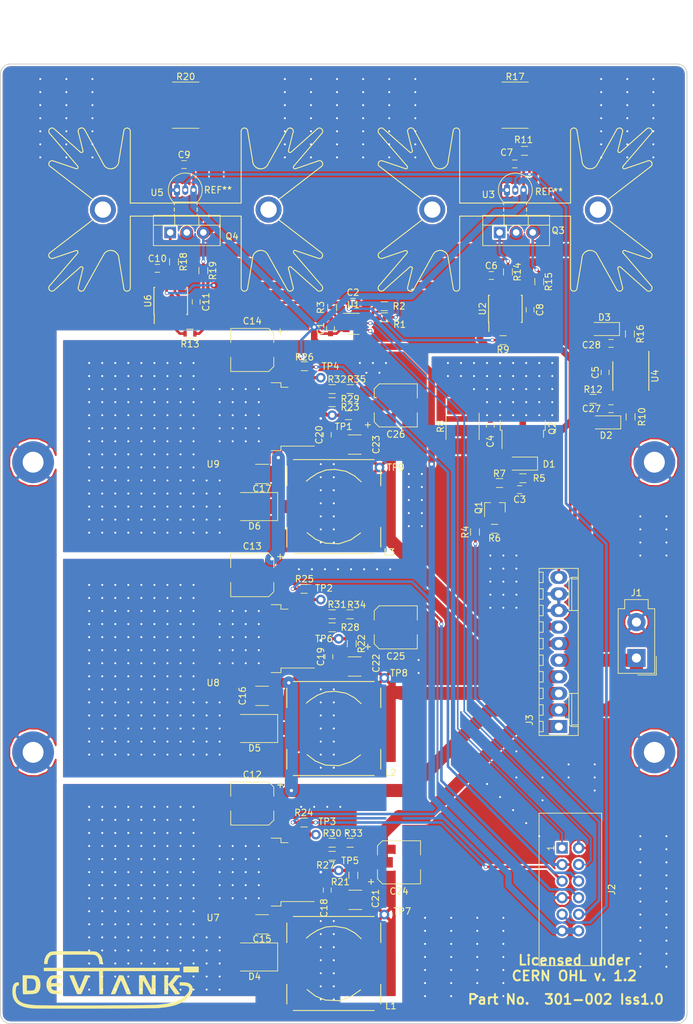
<source format=kicad_pcb>
(kicad_pcb (version 20171130) (host pcbnew 5.0.2-bee76a0~70~ubuntu18.04.1)
  (title_block (title "Load Test Board") (date 2019-07-03) (rev A) (company "Devtank Ltd"))
  (layers (0 F.Cu signal) (31 B.Cu signal) (34 B.Paste user) (35 F.Paste user) (36 B.SilkS user) (37 F.SilkS user) (38 B.Mask user) (39 F.Mask user) (44 Edge.Cuts user))
  (net 0 "")
  (net 1 GND)
  (net 2 +3V3)
  (net 3 /Sheet594D2055/V_CONT)
  (net 4 /V_LOAD)
  (net 5 "Net-(C3-Pad2)")
  (net 6 "Net-(C4-Pad1)")
  (net 7 +12V)
  (net 8 "Net-(C8-Pad1)")
  (net 9 "Net-(C8-Pad2)")
  (net 10 "Net-(C11-Pad1)")
  (net 11 "Net-(C11-Pad2)")
  (net 12 /ADJ_DC)
  (net 13 "Net-(C18-Pad1)")
  (net 14 "Net-(C18-Pad2)")
  (net 15 "Net-(C19-Pad1)")
  (net 16 "Net-(C19-Pad2)")
  (net 17 "Net-(C20-Pad1)")
  (net 18 "Net-(C20-Pad2)")
  (net 19 /V_P1)
  (net 20 /V_P3)
  (net 21 /V_P4)
  (net 22 /LOAD_SDA)
  (net 23 /LOAD_SCL)
  (net 24 /10V_EN)
  (net 25 /20V_EN)
  (net 26 /15V_EN)
  (net 27 /TEMP_DQ)
  (net 28 /SHORT_SW)
  (net 29 /LOAD_CURRENT)
  (net 30 "Net-(Q1-Pad1)")
  (net 31 "Net-(Q1-Pad3)")
  (net 32 "Net-(Q3-Pad1)")
  (net 33 "Net-(Q3-Pad2)")
  (net 34 "Net-(Q3-Pad3)")
  (net 35 "Net-(Q4-Pad1)")
  (net 36 "Net-(Q4-Pad3)")
  (net 37 "Net-(R1-Pad1)")
  (net 38 "Net-(R3-Pad2)")
  (net 39 "Net-(R9-Pad1)")
  (net 40 "Net-(R10-Pad2)")
  (net 41 "Net-(R12-Pad2)")
  (net 42 "Net-(R13-Pad1)")
  (net 43 "Net-(R16-Pad2)")
  (net 44 "Net-(R21-Pad2)")
  (net 45 "Net-(R22-Pad2)")
  (net 46 "Net-(R23-Pad2)")
  (net 47 "Net-(R27-Pad2)")
  (net 48 "Net-(R28-Pad2)")
  (net 49 "Net-(R29-Pad2)")
  (net 50 "Net-(R30-Pad2)")
  (net 51 "Net-(R31-Pad2)")
  (net 52 "Net-(R32-Pad2)")
  (net 53 "Net-(U2-Pad1)")
  (net 54 "Net-(U2-Pad5)")
  (net 55 "Net-(U6-Pad1)")
  (net 56 "Net-(U6-Pad5)")
  (net 57 "Net-(C27-Pad1)")
  (net 58 "Net-(C28-Pad1)")
  (module KiCAD_PCB_Lib:Via-0.6mm (layer F.Cu) (at 101.65 110.1)
    (fp_text reference REF** hide)
    (fp_text value Via-0.6mm hide)
    (pad 1 thru_hole circle (at 0 0) (size 0.6 0.6) (drill 0.3) (layers *.Cu) (net 1 GND))
  )
  (module KiCAD_PCB_Lib:Via-0.6mm (layer F.Cu) (at 95.65 110.1)
    (fp_text reference REF** hide)
    (fp_text value Via-0.6mm hide)
    (pad 1 thru_hole circle (at 0 0) (size 0.6 0.6) (drill 0.3) (layers *.Cu) (net 1 GND))
  )
  (module KiCAD_PCB_Lib:Via-0.6mm (layer F.Cu) (at 99.65 110.1)
    (fp_text reference REF** hide)
    (fp_text value Via-0.6mm hide)
    (pad 1 thru_hole circle (at 0 0) (size 0.6 0.6) (drill 0.3) (layers *.Cu) (net 1 GND))
  )
  (module KiCAD_PCB_Lib:Via-0.6mm (layer F.Cu) (at 97.65 110.1)
    (fp_text reference REF** hide)
    (fp_text value Via-0.6mm hide)
    (pad 1 thru_hole circle (at 0 0) (size 0.6 0.6) (drill 0.3) (layers *.Cu) (net 1 GND))
  )
  (module KiCAD_PCB_Lib:Via-0.6mm (layer F.Cu) (at 91.65 110.1)
    (fp_text reference REF** hide)
    (fp_text value Via-0.6mm hide)
    (pad 1 thru_hole circle (at 0 0) (size 0.6 0.6) (drill 0.3) (layers *.Cu) (net 1 GND))
  )
  (module KiCAD_PCB_Lib:Via-0.6mm (layer F.Cu) (at 93.65 110.1)
    (fp_text reference REF** hide)
    (fp_text value Via-0.6mm hide)
    (pad 1 thru_hole circle (at 0 0) (size 0.6 0.6) (drill 0.3) (layers *.Cu) (net 1 GND))
  )
  (module KiCAD_PCB_Lib:Via-0.6mm (layer F.Cu) (at 89.65 110.1)
    (fp_text reference REF** hide)
    (fp_text value Via-0.6mm hide)
    (pad 1 thru_hole circle (at 0 0) (size 0.6 0.6) (drill 0.3) (layers *.Cu) (net 1 GND))
  )
  (module KiCAD_PCB_Lib:Via-0.6mm (layer F.Cu) (at 87.65 110.1)
    (fp_text reference REF** hide)
    (fp_text value Via-0.6mm hide)
    (pad 1 thru_hole circle (at 0 0) (size 0.6 0.6) (drill 0.3) (layers *.Cu) (net 1 GND))
  )
  (module KiCAD_PCB_Lib:Via-0.6mm (layer F.Cu) (at 93 164)
    (fp_text reference REF** hide)
    (fp_text value Via-0.6mm hide)
    (pad 1 thru_hole circle (at 0 0) (size 0.6 0.6) (drill 0.3) (layers *.Cu) (net 1 GND))
  )
  (module KiCAD_PCB_Lib:Via-0.6mm (layer F.Cu) (at 93 166)
    (fp_text reference REF** hide)
    (fp_text value Via-0.6mm hide)
    (pad 1 thru_hole circle (at 0 0) (size 0.6 0.6) (drill 0.3) (layers *.Cu) (net 1 GND))
  )
  (module KiCAD_PCB_Lib:Via-0.6mm (layer F.Cu) (at 91 164)
    (fp_text reference REF** hide)
    (fp_text value Via-0.6mm hide)
    (pad 1 thru_hole circle (at 0 0) (size 0.6 0.6) (drill 0.3) (layers *.Cu) (net 1 GND))
  )
  (module KiCAD_PCB_Lib:Via-0.6mm (layer F.Cu) (at 91 166)
    (fp_text reference REF** hide)
    (fp_text value Via-0.6mm hide)
    (pad 1 thru_hole circle (at 0 0) (size 0.6 0.6) (drill 0.3) (layers *.Cu) (net 1 GND))
  )
  (module KiCAD_PCB_Lib:Via-0.6mm (layer F.Cu) (at 91 168)
    (fp_text reference REF** hide)
    (fp_text value Via-0.6mm hide)
    (pad 1 thru_hole circle (at 0 0) (size 0.6 0.6) (drill 0.3) (layers *.Cu) (net 1 GND))
  )
  (module KiCAD_PCB_Lib:Via-0.6mm (layer F.Cu) (at 91 170)
    (fp_text reference REF** hide)
    (fp_text value Via-0.6mm hide)
    (pad 1 thru_hole circle (at 0 0) (size 0.6 0.6) (drill 0.3) (layers *.Cu) (net 1 GND))
  )
  (module KiCAD_PCB_Lib:Via-0.6mm (layer F.Cu) (at 93 172)
    (fp_text reference REF** hide)
    (fp_text value Via-0.6mm hide)
    (pad 1 thru_hole circle (at 0 0) (size 0.6 0.6) (drill 0.3) (layers *.Cu) (net 1 GND))
  )
  (module KiCAD_PCB_Lib:Via-0.6mm (layer F.Cu) (at 91 172)
    (fp_text reference REF** hide)
    (fp_text value Via-0.6mm hide)
    (pad 1 thru_hole circle (at 0 0) (size 0.6 0.6) (drill 0.3) (layers *.Cu) (net 1 GND))
  )
  (module KiCAD_PCB_Lib:Via-0.6mm (layer F.Cu) (at 93 170)
    (fp_text reference REF** hide)
    (fp_text value Via-0.6mm hide)
    (pad 1 thru_hole circle (at 0 0) (size 0.6 0.6) (drill 0.3) (layers *.Cu) (net 1 GND))
  )
  (module KiCAD_PCB_Lib:Via-0.6mm (layer F.Cu) (at 93 168)
    (fp_text reference REF** hide)
    (fp_text value Via-0.6mm hide)
    (pad 1 thru_hole circle (at 0 0) (size 0.6 0.6) (drill 0.3) (layers *.Cu) (net 1 GND))
  )
  (module KiCAD_PCB_Lib:Via-0.6mm (layer F.Cu) (at 91 176)
    (fp_text reference REF** hide)
    (fp_text value Via-0.6mm hide)
    (pad 1 thru_hole circle (at 0 0) (size 0.6 0.6) (drill 0.3) (layers *.Cu) (net 1 GND))
  )
  (module KiCAD_PCB_Lib:Via-0.6mm (layer F.Cu) (at 91 174)
    (fp_text reference REF** hide)
    (fp_text value Via-0.6mm hide)
    (pad 1 thru_hole circle (at 0 0) (size 0.6 0.6) (drill 0.3) (layers *.Cu) (net 1 GND))
  )
  (module KiCAD_PCB_Lib:Via-0.6mm (layer F.Cu) (at 93 176)
    (fp_text reference REF** hide)
    (fp_text value Via-0.6mm hide)
    (pad 1 thru_hole circle (at 0 0) (size 0.6 0.6) (drill 0.3) (layers *.Cu) (net 1 GND))
  )
  (module KiCAD_PCB_Lib:Via-0.6mm (layer F.Cu) (at 93 174)
    (fp_text reference REF** hide)
    (fp_text value Via-0.6mm hide)
    (pad 1 thru_hole circle (at 0 0) (size 0.6 0.6) (drill 0.3) (layers *.Cu) (net 1 GND))
  )
  (module KiCAD_PCB_Lib:Via-0.6mm (layer F.Cu) (at 93 128.5)
    (fp_text reference REF** hide)
    (fp_text value Via-0.6mm hide)
    (pad 1 thru_hole circle (at 0 0) (size 0.6 0.6) (drill 0.3) (layers *.Cu) (net 1 GND))
  )
  (module KiCAD_PCB_Lib:Via-0.6mm (layer F.Cu) (at 93 130.5)
    (fp_text reference REF** hide)
    (fp_text value Via-0.6mm hide)
    (pad 1 thru_hole circle (at 0 0) (size 0.6 0.6) (drill 0.3) (layers *.Cu) (net 1 GND))
  )
  (module KiCAD_PCB_Lib:Via-0.6mm (layer F.Cu) (at 91 128.5)
    (fp_text reference REF** hide)
    (fp_text value Via-0.6mm hide)
    (pad 1 thru_hole circle (at 0 0) (size 0.6 0.6) (drill 0.3) (layers *.Cu) (net 1 GND))
  )
  (module KiCAD_PCB_Lib:Via-0.6mm (layer F.Cu) (at 91 130.5)
    (fp_text reference REF** hide)
    (fp_text value Via-0.6mm hide)
    (pad 1 thru_hole circle (at 0 0) (size 0.6 0.6) (drill 0.3) (layers *.Cu) (net 1 GND))
  )
  (module KiCAD_PCB_Lib:Via-0.6mm (layer F.Cu) (at 91 132.5)
    (fp_text reference REF** hide)
    (fp_text value Via-0.6mm hide)
    (pad 1 thru_hole circle (at 0 0) (size 0.6 0.6) (drill 0.3) (layers *.Cu) (net 1 GND))
  )
  (module KiCAD_PCB_Lib:Via-0.6mm (layer F.Cu) (at 91 134.5)
    (fp_text reference REF** hide)
    (fp_text value Via-0.6mm hide)
    (pad 1 thru_hole circle (at 0 0) (size 0.6 0.6) (drill 0.3) (layers *.Cu) (net 1 GND))
  )
  (module KiCAD_PCB_Lib:Via-0.6mm (layer F.Cu) (at 93 136.5)
    (fp_text reference REF** hide)
    (fp_text value Via-0.6mm hide)
    (pad 1 thru_hole circle (at 0 0) (size 0.6 0.6) (drill 0.3) (layers *.Cu) (net 1 GND))
  )
  (module KiCAD_PCB_Lib:Via-0.6mm (layer F.Cu) (at 91 136.5)
    (fp_text reference REF** hide)
    (fp_text value Via-0.6mm hide)
    (pad 1 thru_hole circle (at 0 0) (size 0.6 0.6) (drill 0.3) (layers *.Cu) (net 1 GND))
  )
  (module KiCAD_PCB_Lib:Via-0.6mm (layer F.Cu) (at 93 134.5)
    (fp_text reference REF** hide)
    (fp_text value Via-0.6mm hide)
    (pad 1 thru_hole circle (at 0 0) (size 0.6 0.6) (drill 0.3) (layers *.Cu) (net 1 GND))
  )
  (module KiCAD_PCB_Lib:Via-0.6mm (layer F.Cu) (at 93 132.5)
    (fp_text reference REF** hide)
    (fp_text value Via-0.6mm hide)
    (pad 1 thru_hole circle (at 0 0) (size 0.6 0.6) (drill 0.3) (layers *.Cu) (net 1 GND))
  )
  (module KiCAD_PCB_Lib:Via-0.6mm (layer F.Cu) (at 91 140.5)
    (fp_text reference REF** hide)
    (fp_text value Via-0.6mm hide)
    (pad 1 thru_hole circle (at 0 0) (size 0.6 0.6) (drill 0.3) (layers *.Cu) (net 1 GND))
  )
  (module KiCAD_PCB_Lib:Via-0.6mm (layer F.Cu) (at 91 138.5)
    (fp_text reference REF** hide)
    (fp_text value Via-0.6mm hide)
    (pad 1 thru_hole circle (at 0 0) (size 0.6 0.6) (drill 0.3) (layers *.Cu) (net 1 GND))
  )
  (module KiCAD_PCB_Lib:Via-0.6mm (layer F.Cu) (at 93 140.5)
    (fp_text reference REF** hide)
    (fp_text value Via-0.6mm hide)
    (pad 1 thru_hole circle (at 0 0) (size 0.6 0.6) (drill 0.3) (layers *.Cu) (net 1 GND))
  )
  (module KiCAD_PCB_Lib:Via-0.6mm (layer F.Cu) (at 93 138.5)
    (fp_text reference REF** hide)
    (fp_text value Via-0.6mm hide)
    (pad 1 thru_hole circle (at 0 0) (size 0.6 0.6) (drill 0.3) (layers *.Cu) (net 1 GND))
  )
  (module KiCAD_PCB_Lib:Via-0.6mm (layer F.Cu) (at 106 126)
    (fp_text reference REF** hide)
    (fp_text value Via-0.6mm hide)
    (pad 1 thru_hole circle (at 0 0) (size 0.6 0.6) (drill 0.3) (layers *.Cu) (net 1 GND))
  )
  (module KiCAD_PCB_Lib:Via-0.6mm (layer F.Cu) (at 106 124)
    (fp_text reference REF** hide)
    (fp_text value Via-0.6mm hide)
    (pad 1 thru_hole circle (at 0 0) (size 0.6 0.6) (drill 0.3) (layers *.Cu) (net 1 GND))
  )
  (module KiCAD_PCB_Lib:Via-0.6mm (layer F.Cu) (at 93 150.5)
    (fp_text reference REF** hide)
    (fp_text value Via-0.6mm hide)
    (pad 1 thru_hole circle (at 0 0) (size 0.6 0.6) (drill 0.3) (layers *.Cu) (net 1 GND))
  )
  (module KiCAD_PCB_Lib:Via-0.6mm (layer F.Cu) (at 95 150.5)
    (fp_text reference REF** hide)
    (fp_text value Via-0.6mm hide)
    (pad 1 thru_hole circle (at 0 0) (size 0.6 0.6) (drill 0.3) (layers *.Cu) (net 1 GND))
  )
  (module KiCAD_PCB_Lib:Via-0.6mm (layer F.Cu) (at 92 146.5)
    (fp_text reference REF** hide)
    (fp_text value Via-0.6mm hide)
    (pad 1 thru_hole circle (at 0 0) (size 0.6 0.6) (drill 0.3) (layers *.Cu) (net 1 GND))
  )
  (module KiCAD_PCB_Lib:Via-0.6mm (layer F.Cu) (at 94 146.5)
    (fp_text reference REF** hide)
    (fp_text value Via-0.6mm hide)
    (pad 1 thru_hole circle (at 0 0) (size 0.6 0.6) (drill 0.3) (layers *.Cu) (net 1 GND))
  )
  (module KiCAD_PCB_Lib:Via-0.6mm (layer F.Cu) (at 90 146.5)
    (fp_text reference REF** hide)
    (fp_text value Via-0.6mm hide)
    (pad 1 thru_hole circle (at 0 0) (size 0.6 0.6) (drill 0.3) (layers *.Cu) (net 1 GND))
  )
  (module KiCAD_PCB_Lib:Via-0.6mm (layer F.Cu) (at 88 146.5)
    (fp_text reference REF** hide)
    (fp_text value Via-0.6mm hide)
    (pad 1 thru_hole circle (at 0 0) (size 0.6 0.6) (drill 0.3) (layers *.Cu) (net 1 GND))
  )
  (module KiCAD_PCB_Lib:Via-0.6mm (layer F.Cu) (at 110.5 80.5)
    (fp_text reference REF** hide)
    (fp_text value Via-0.6mm hide)
    (pad 1 thru_hole circle (at 0 0) (size 0.6 0.6) (drill 0.3) (layers *.Cu) (net 6 "Net-(C4-Pad1)"))
  )
  (module KiCAD_PCB_Lib:Via-0.6mm (layer F.Cu) (at 112.5 80.5)
    (fp_text reference REF** hide)
    (fp_text value Via-0.6mm hide)
    (pad 1 thru_hole circle (at 0 0) (size 0.6 0.6) (drill 0.3) (layers *.Cu) (net 6 "Net-(C4-Pad1)"))
  )
  (module KiCAD_PCB_Lib:Via-0.6mm (layer F.Cu) (at 112.5 78.5)
    (fp_text reference REF** hide)
    (fp_text value Via-0.6mm hide)
    (pad 1 thru_hole circle (at 0 0) (size 0.6 0.6) (drill 0.3) (layers *.Cu) (net 6 "Net-(C4-Pad1)"))
  )
  (module KiCAD_PCB_Lib:Via-0.6mm (layer F.Cu) (at 110.5 78.5)
    (fp_text reference REF** hide)
    (fp_text value Via-0.6mm hide)
    (pad 1 thru_hole circle (at 0 0) (size 0.6 0.6) (drill 0.3) (layers *.Cu) (net 6 "Net-(C4-Pad1)"))
  )
  (module KiCAD_PCB_Lib:Via-0.6mm (layer F.Cu) (at 126.5 86.5)
    (fp_text reference REF** hide)
    (fp_text value Via-0.6mm hide)
    (pad 1 thru_hole circle (at 0 0) (size 0.6 0.6) (drill 0.3) (layers *.Cu) (net 6 "Net-(C4-Pad1)"))
  )
  (module KiCAD_PCB_Lib:Via-0.6mm (layer F.Cu) (at 124.5 86.5)
    (fp_text reference REF** hide)
    (fp_text value Via-0.6mm hide)
    (pad 1 thru_hole circle (at 0 0) (size 0.6 0.6) (drill 0.3) (layers *.Cu) (net 6 "Net-(C4-Pad1)"))
  )
  (module KiCAD_PCB_Lib:Via-0.6mm (layer F.Cu) (at 122.5 86.5)
    (fp_text reference REF** hide)
    (fp_text value Via-0.6mm hide)
    (pad 1 thru_hole circle (at 0 0) (size 0.6 0.6) (drill 0.3) (layers *.Cu) (net 6 "Net-(C4-Pad1)"))
  )
  (module KiCAD_PCB_Lib:Via-0.6mm (layer F.Cu) (at 120.5 86.5)
    (fp_text reference REF** hide)
    (fp_text value Via-0.6mm hide)
    (pad 1 thru_hole circle (at 0 0) (size 0.6 0.6) (drill 0.3) (layers *.Cu) (net 6 "Net-(C4-Pad1)"))
  )
  (module KiCAD_PCB_Lib:Via-0.6mm (layer F.Cu) (at 118.5 86.5)
    (fp_text reference REF** hide)
    (fp_text value Via-0.6mm hide)
    (pad 1 thru_hole circle (at 0 0) (size 0.6 0.6) (drill 0.3) (layers *.Cu) (net 6 "Net-(C4-Pad1)"))
  )
  (module KiCAD_PCB_Lib:Via-0.6mm (layer F.Cu) (at 116.5 86.5)
    (fp_text reference REF** hide)
    (fp_text value Via-0.6mm hide)
    (pad 1 thru_hole circle (at 0 0) (size 0.6 0.6) (drill 0.3) (layers *.Cu) (net 6 "Net-(C4-Pad1)"))
  )
  (module KiCAD_PCB_Lib:Via-0.6mm (layer F.Cu) (at 126.5 84.5)
    (fp_text reference REF** hide)
    (fp_text value Via-0.6mm hide)
    (pad 1 thru_hole circle (at 0 0) (size 0.6 0.6) (drill 0.3) (layers *.Cu) (net 6 "Net-(C4-Pad1)"))
  )
  (module KiCAD_PCB_Lib:Via-0.6mm (layer F.Cu) (at 124.5 84.5)
    (fp_text reference REF** hide)
    (fp_text value Via-0.6mm hide)
    (pad 1 thru_hole circle (at 0 0) (size 0.6 0.6) (drill 0.3) (layers *.Cu) (net 6 "Net-(C4-Pad1)"))
  )
  (module KiCAD_PCB_Lib:Via-0.6mm (layer F.Cu) (at 122.5 84.5)
    (fp_text reference REF** hide)
    (fp_text value Via-0.6mm hide)
    (pad 1 thru_hole circle (at 0 0) (size 0.6 0.6) (drill 0.3) (layers *.Cu) (net 6 "Net-(C4-Pad1)"))
  )
  (module KiCAD_PCB_Lib:Via-0.6mm (layer F.Cu) (at 120.5 84.5)
    (fp_text reference REF** hide)
    (fp_text value Via-0.6mm hide)
    (pad 1 thru_hole circle (at 0 0) (size 0.6 0.6) (drill 0.3) (layers *.Cu) (net 6 "Net-(C4-Pad1)"))
  )
  (module KiCAD_PCB_Lib:Via-0.6mm (layer F.Cu) (at 118.5 84.5)
    (fp_text reference REF** hide)
    (fp_text value Via-0.6mm hide)
    (pad 1 thru_hole circle (at 0 0) (size 0.6 0.6) (drill 0.3) (layers *.Cu) (net 6 "Net-(C4-Pad1)"))
  )
  (module KiCAD_PCB_Lib:Via-0.6mm (layer F.Cu) (at 116.5 84.5)
    (fp_text reference REF** hide)
    (fp_text value Via-0.6mm hide)
    (pad 1 thru_hole circle (at 0 0) (size 0.6 0.6) (drill 0.3) (layers *.Cu) (net 6 "Net-(C4-Pad1)"))
  )
  (module KiCAD_PCB_Lib:Via-0.6mm (layer F.Cu) (at 126.5 82.5)
    (fp_text reference REF** hide)
    (fp_text value Via-0.6mm hide)
    (pad 1 thru_hole circle (at 0 0) (size 0.6 0.6) (drill 0.3) (layers *.Cu) (net 6 "Net-(C4-Pad1)"))
  )
  (module KiCAD_PCB_Lib:Via-0.6mm (layer F.Cu) (at 124.5 82.5)
    (fp_text reference REF** hide)
    (fp_text value Via-0.6mm hide)
    (pad 1 thru_hole circle (at 0 0) (size 0.6 0.6) (drill 0.3) (layers *.Cu) (net 6 "Net-(C4-Pad1)"))
  )
  (module KiCAD_PCB_Lib:Via-0.6mm (layer F.Cu) (at 122.5 82.5)
    (fp_text reference REF** hide)
    (fp_text value Via-0.6mm hide)
    (pad 1 thru_hole circle (at 0 0) (size 0.6 0.6) (drill 0.3) (layers *.Cu) (net 6 "Net-(C4-Pad1)"))
  )
  (module KiCAD_PCB_Lib:Via-0.6mm (layer F.Cu) (at 120.5 82.5)
    (fp_text reference REF** hide)
    (fp_text value Via-0.6mm hide)
    (pad 1 thru_hole circle (at 0 0) (size 0.6 0.6) (drill 0.3) (layers *.Cu) (net 6 "Net-(C4-Pad1)"))
  )
  (module KiCAD_PCB_Lib:Via-0.6mm (layer F.Cu) (at 118.5 82.5)
    (fp_text reference REF** hide)
    (fp_text value Via-0.6mm hide)
    (pad 1 thru_hole circle (at 0 0) (size 0.6 0.6) (drill 0.3) (layers *.Cu) (net 6 "Net-(C4-Pad1)"))
  )
  (module KiCAD_PCB_Lib:Via-0.6mm (layer F.Cu) (at 116.5 82.5)
    (fp_text reference REF** hide)
    (fp_text value Via-0.6mm hide)
    (pad 1 thru_hole circle (at 0 0) (size 0.6 0.6) (drill 0.3) (layers *.Cu) (net 6 "Net-(C4-Pad1)"))
  )
  (module KiCAD_PCB_Lib:Via-0.6mm (layer F.Cu) (at 114.5 82.5)
    (fp_text reference REF** hide)
    (fp_text value Via-0.6mm hide)
    (pad 1 thru_hole circle (at 0 0) (size 0.6 0.6) (drill 0.3) (layers *.Cu) (net 6 "Net-(C4-Pad1)"))
  )
  (module KiCAD_PCB_Lib:Via-0.6mm (layer F.Cu) (at 126.5 80.5)
    (fp_text reference REF** hide)
    (fp_text value Via-0.6mm hide)
    (pad 1 thru_hole circle (at 0 0) (size 0.6 0.6) (drill 0.3) (layers *.Cu) (net 6 "Net-(C4-Pad1)"))
  )
  (module KiCAD_PCB_Lib:Via-0.6mm (layer F.Cu) (at 124.5 80.5)
    (fp_text reference REF** hide)
    (fp_text value Via-0.6mm hide)
    (pad 1 thru_hole circle (at 0 0) (size 0.6 0.6) (drill 0.3) (layers *.Cu) (net 6 "Net-(C4-Pad1)"))
  )
  (module KiCAD_PCB_Lib:Via-0.6mm (layer F.Cu) (at 122.5 80.5)
    (fp_text reference REF** hide)
    (fp_text value Via-0.6mm hide)
    (pad 1 thru_hole circle (at 0 0) (size 0.6 0.6) (drill 0.3) (layers *.Cu) (net 6 "Net-(C4-Pad1)"))
  )
  (module KiCAD_PCB_Lib:Via-0.6mm (layer F.Cu) (at 120.5 80.5)
    (fp_text reference REF** hide)
    (fp_text value Via-0.6mm hide)
    (pad 1 thru_hole circle (at 0 0) (size 0.6 0.6) (drill 0.3) (layers *.Cu) (net 6 "Net-(C4-Pad1)"))
  )
  (module KiCAD_PCB_Lib:Via-0.6mm (layer F.Cu) (at 118.5 80.5)
    (fp_text reference REF** hide)
    (fp_text value Via-0.6mm hide)
    (pad 1 thru_hole circle (at 0 0) (size 0.6 0.6) (drill 0.3) (layers *.Cu) (net 6 "Net-(C4-Pad1)"))
  )
  (module KiCAD_PCB_Lib:Via-0.6mm (layer F.Cu) (at 116.5 80.5)
    (fp_text reference REF** hide)
    (fp_text value Via-0.6mm hide)
    (pad 1 thru_hole circle (at 0 0) (size 0.6 0.6) (drill 0.3) (layers *.Cu) (net 6 "Net-(C4-Pad1)"))
  )
  (module KiCAD_PCB_Lib:Via-0.6mm (layer F.Cu) (at 114.5 80.5)
    (fp_text reference REF** hide)
    (fp_text value Via-0.6mm hide)
    (pad 1 thru_hole circle (at 0 0) (size 0.6 0.6) (drill 0.3) (layers *.Cu) (net 6 "Net-(C4-Pad1)"))
  )
  (module KiCAD_PCB_Lib:Via-0.6mm (layer F.Cu) (at 126.5 78.5)
    (fp_text reference REF** hide)
    (fp_text value Via-0.6mm hide)
    (pad 1 thru_hole circle (at 0 0) (size 0.6 0.6) (drill 0.3) (layers *.Cu) (net 6 "Net-(C4-Pad1)"))
  )
  (module KiCAD_PCB_Lib:Via-0.6mm (layer F.Cu) (at 124.5 78.5)
    (fp_text reference REF** hide)
    (fp_text value Via-0.6mm hide)
    (pad 1 thru_hole circle (at 0 0) (size 0.6 0.6) (drill 0.3) (layers *.Cu) (net 6 "Net-(C4-Pad1)"))
  )
  (module KiCAD_PCB_Lib:Via-0.6mm (layer F.Cu) (at 122.5 78.5)
    (fp_text reference REF** hide)
    (fp_text value Via-0.6mm hide)
    (pad 1 thru_hole circle (at 0 0) (size 0.6 0.6) (drill 0.3) (layers *.Cu) (net 6 "Net-(C4-Pad1)"))
  )
  (module KiCAD_PCB_Lib:Via-0.6mm (layer F.Cu) (at 120.5 78.5)
    (fp_text reference REF** hide)
    (fp_text value Via-0.6mm hide)
    (pad 1 thru_hole circle (at 0 0) (size 0.6 0.6) (drill 0.3) (layers *.Cu) (net 6 "Net-(C4-Pad1)"))
  )
  (module KiCAD_PCB_Lib:Via-0.6mm (layer F.Cu) (at 118.5 78.5)
    (fp_text reference REF** hide)
    (fp_text value Via-0.6mm hide)
    (pad 1 thru_hole circle (at 0 0) (size 0.6 0.6) (drill 0.3) (layers *.Cu) (net 6 "Net-(C4-Pad1)"))
  )
  (module KiCAD_PCB_Lib:Via-0.6mm (layer F.Cu) (at 116.5 78.5)
    (fp_text reference REF** hide)
    (fp_text value Via-0.6mm hide)
    (pad 1 thru_hole circle (at 0 0) (size 0.6 0.6) (drill 0.3) (layers *.Cu) (net 6 "Net-(C4-Pad1)"))
  )
  (module KiCAD_PCB_Lib:Via-0.6mm (layer F.Cu) (at 116.5 143)
    (fp_text reference REF** hide)
    (fp_text value Via-0.6mm hide)
    (pad 1 thru_hole circle (at 0 0) (size 0.6 0.6) (drill 0.3) (layers *.Cu) (net 1 GND))
  )
  (module KiCAD_PCB_Lib:Via-0.6mm (layer F.Cu) (at 120.5 147)
    (fp_text reference REF** hide)
    (fp_text value Via-0.6mm hide)
    (pad 1 thru_hole circle (at 0 0) (size 0.6 0.6) (drill 0.3) (layers *.Cu) (net 1 GND))
  )
  (module KiCAD_PCB_Lib:Via-0.6mm (layer F.Cu) (at 124.5 151)
    (fp_text reference REF** hide)
    (fp_text value Via-0.6mm hide)
    (pad 1 thru_hole circle (at 0 0) (size 0.6 0.6) (drill 0.3) (layers *.Cu) (net 1 GND))
  )
  (module KiCAD_PCB_Lib:Via-0.6mm (layer F.Cu) (at 122.5 149)
    (fp_text reference REF** hide)
    (fp_text value Via-0.6mm hide)
    (pad 1 thru_hole circle (at 0 0) (size 0.6 0.6) (drill 0.3) (layers *.Cu) (net 1 GND))
  )
  (module KiCAD_PCB_Lib:Via-0.6mm (layer F.Cu) (at 118.5 145)
    (fp_text reference REF** hide)
    (fp_text value Via-0.6mm hide)
    (pad 1 thru_hole circle (at 0 0) (size 0.6 0.6) (drill 0.3) (layers *.Cu) (net 1 GND))
  )
  (module KiCAD_PCB_Lib:Via-0.6mm (layer F.Cu) (at 129 142)
    (fp_text reference REF** hide)
    (fp_text value Via-0.6mm hide)
    (pad 1 thru_hole circle (at 0 0) (size 0.6 0.6) (drill 0.3) (layers *.Cu) (net 1 GND))
  )
  (module KiCAD_PCB_Lib:Via-0.6mm (layer F.Cu) (at 133 142)
    (fp_text reference REF** hide)
    (fp_text value Via-0.6mm hide)
    (pad 1 thru_hole circle (at 0 0) (size 0.6 0.6) (drill 0.3) (layers *.Cu) (net 1 GND))
  )
  (module KiCAD_PCB_Lib:Via-0.6mm (layer F.Cu) (at 133 140)
    (fp_text reference REF** hide)
    (fp_text value Via-0.6mm hide)
    (pad 1 thru_hole circle (at 0 0) (size 0.6 0.6) (drill 0.3) (layers *.Cu) (net 1 GND))
  )
  (module KiCAD_PCB_Lib:Via-0.6mm (layer F.Cu) (at 133 144)
    (fp_text reference REF** hide)
    (fp_text value Via-0.6mm hide)
    (pad 1 thru_hole circle (at 0 0) (size 0.6 0.6) (drill 0.3) (layers *.Cu) (net 1 GND))
  )
  (module KiCAD_PCB_Lib:Via-0.6mm (layer F.Cu) (at 129 140)
    (fp_text reference REF** hide)
    (fp_text value Via-0.6mm hide)
    (pad 1 thru_hole circle (at 0 0) (size 0.6 0.6) (drill 0.3) (layers *.Cu) (net 1 GND))
  )
  (module KiCAD_PCB_Lib:Via-0.6mm (layer F.Cu) (at 125 145.5)
    (fp_text reference REF** hide)
    (fp_text value Via-0.6mm hide)
    (pad 1 thru_hole circle (at 0 0) (size 0.6 0.6) (drill 0.3) (layers *.Cu) (net 1 GND))
  )
  (module KiCAD_PCB_Lib:Via-0.6mm (layer F.Cu) (at 125 142)
    (fp_text reference REF** hide)
    (fp_text value Via-0.6mm hide)
    (pad 1 thru_hole circle (at 0 0) (size 0.6 0.6) (drill 0.3) (layers *.Cu) (net 1 GND))
  )
  (module KiCAD_PCB_Lib:Via-0.6mm (layer F.Cu) (at 121 142)
    (fp_text reference REF** hide)
    (fp_text value Via-0.6mm hide)
    (pad 1 thru_hole circle (at 0 0) (size 0.6 0.6) (drill 0.3) (layers *.Cu) (net 1 GND))
  )
  (module KiCAD_PCB_Lib:Via-0.6mm (layer F.Cu) (at 121 138)
    (fp_text reference REF** hide)
    (fp_text value Via-0.6mm hide)
    (pad 1 thru_hole circle (at 0 0) (size 0.6 0.6) (drill 0.3) (layers *.Cu) (net 1 GND))
  )
  (module KiCAD_PCB_Lib:Via-0.6mm (layer F.Cu) (at 52 35)
    (fp_text reference REF** hide)
    (fp_text value Via-0.6mm hide)
    (pad 1 thru_hole circle (at 0 0) (size 0.6 0.6) (drill 0.3) (layers *.Cu) (net 1 GND))
  )
  (module KiCAD_PCB_Lib:Via-0.6mm (layer F.Cu) (at 52 37)
    (fp_text reference REF** hide)
    (fp_text value Via-0.6mm hide)
    (pad 1 thru_hole circle (at 0 0) (size 0.6 0.6) (drill 0.3) (layers *.Cu) (net 1 GND))
  )
  (module KiCAD_PCB_Lib:Via-0.6mm (layer F.Cu) (at 48 39)
    (fp_text reference REF** hide)
    (fp_text value Via-0.6mm hide)
    (pad 1 thru_hole circle (at 0 0) (size 0.6 0.6) (drill 0.3) (layers *.Cu) (net 1 GND))
  )
  (module KiCAD_PCB_Lib:Via-0.6mm (layer F.Cu) (at 52 39)
    (fp_text reference REF** hide)
    (fp_text value Via-0.6mm hide)
    (pad 1 thru_hole circle (at 0 0) (size 0.6 0.6) (drill 0.3) (layers *.Cu) (net 1 GND))
  )
  (module KiCAD_PCB_Lib:Via-0.6mm (layer F.Cu) (at 48 41)
    (fp_text reference REF** hide)
    (fp_text value Via-0.6mm hide)
    (pad 1 thru_hole circle (at 0 0) (size 0.6 0.6) (drill 0.3) (layers *.Cu) (net 1 GND))
  )
  (module KiCAD_PCB_Lib:Via-0.6mm (layer F.Cu) (at 48 43)
    (fp_text reference REF** hide)
    (fp_text value Via-0.6mm hide)
    (pad 1 thru_hole circle (at 0 0) (size 0.6 0.6) (drill 0.3) (layers *.Cu) (net 1 GND))
  )
  (module KiCAD_PCB_Lib:Via-0.6mm (layer F.Cu) (at 48 45)
    (fp_text reference REF** hide)
    (fp_text value Via-0.6mm hide)
    (pad 1 thru_hole circle (at 0 0) (size 0.6 0.6) (drill 0.3) (layers *.Cu) (net 1 GND))
  )
  (module KiCAD_PCB_Lib:Via-0.6mm (layer F.Cu) (at 48 47)
    (fp_text reference REF** hide)
    (fp_text value Via-0.6mm hide)
    (pad 1 thru_hole circle (at 0 0) (size 0.6 0.6) (drill 0.3) (layers *.Cu) (net 1 GND))
  )
  (module KiCAD_PCB_Lib:Via-0.6mm (layer F.Cu) (at 52 45)
    (fp_text reference REF** hide)
    (fp_text value Via-0.6mm hide)
    (pad 1 thru_hole circle (at 0 0) (size 0.6 0.6) (drill 0.3) (layers *.Cu) (net 1 GND))
  )
  (module KiCAD_PCB_Lib:Via-0.6mm (layer F.Cu) (at 56 43)
    (fp_text reference REF** hide)
    (fp_text value Via-0.6mm hide)
    (pad 1 thru_hole circle (at 0 0) (size 0.6 0.6) (drill 0.3) (layers *.Cu) (net 1 GND))
  )
  (module KiCAD_PCB_Lib:Via-0.6mm (layer F.Cu) (at 56 45)
    (fp_text reference REF** hide)
    (fp_text value Via-0.6mm hide)
    (pad 1 thru_hole circle (at 0 0) (size 0.6 0.6) (drill 0.3) (layers *.Cu) (net 1 GND))
  )
  (module KiCAD_PCB_Lib:Via-0.6mm (layer F.Cu) (at 52 43)
    (fp_text reference REF** hide)
    (fp_text value Via-0.6mm hide)
    (pad 1 thru_hole circle (at 0 0) (size 0.6 0.6) (drill 0.3) (layers *.Cu) (net 1 GND))
  )
  (module KiCAD_PCB_Lib:Via-0.6mm (layer F.Cu) (at 52 47)
    (fp_text reference REF** hide)
    (fp_text value Via-0.6mm hide)
    (pad 1 thru_hole circle (at 0 0) (size 0.6 0.6) (drill 0.3) (layers *.Cu) (net 1 GND))
  )
  (module KiCAD_PCB_Lib:Via-0.6mm (layer F.Cu) (at 56 47)
    (fp_text reference REF** hide)
    (fp_text value Via-0.6mm hide)
    (pad 1 thru_hole circle (at 0 0) (size 0.6 0.6) (drill 0.3) (layers *.Cu) (net 1 GND))
  )
  (module KiCAD_PCB_Lib:Via-0.6mm (layer F.Cu) (at 48 37)
    (fp_text reference REF** hide)
    (fp_text value Via-0.6mm hide)
    (pad 1 thru_hole circle (at 0 0) (size 0.6 0.6) (drill 0.3) (layers *.Cu) (net 1 GND))
  )
  (module KiCAD_PCB_Lib:Via-0.6mm (layer F.Cu) (at 48 35)
    (fp_text reference REF** hide)
    (fp_text value Via-0.6mm hide)
    (pad 1 thru_hole circle (at 0 0) (size 0.6 0.6) (drill 0.3) (layers *.Cu) (net 1 GND))
  )
  (module KiCAD_PCB_Lib:Via-0.6mm (layer F.Cu) (at 56 41)
    (fp_text reference REF** hide)
    (fp_text value Via-0.6mm hide)
    (pad 1 thru_hole circle (at 0 0) (size 0.6 0.6) (drill 0.3) (layers *.Cu) (net 1 GND))
  )
  (module KiCAD_PCB_Lib:Via-0.6mm (layer F.Cu) (at 56 37)
    (fp_text reference REF** hide)
    (fp_text value Via-0.6mm hide)
    (pad 1 thru_hole circle (at 0 0) (size 0.6 0.6) (drill 0.3) (layers *.Cu) (net 1 GND))
  )
  (module KiCAD_PCB_Lib:Via-0.6mm (layer F.Cu) (at 56 35)
    (fp_text reference REF** hide)
    (fp_text value Via-0.6mm hide)
    (pad 1 thru_hole circle (at 0 0) (size 0.6 0.6) (drill 0.3) (layers *.Cu) (net 1 GND))
  )
  (module KiCAD_PCB_Lib:Via-0.6mm (layer F.Cu) (at 56 39)
    (fp_text reference REF** hide)
    (fp_text value Via-0.6mm hide)
    (pad 1 thru_hole circle (at 0 0) (size 0.6 0.6) (drill 0.3) (layers *.Cu) (net 1 GND))
  )
  (module KiCAD_PCB_Lib:Via-0.6mm (layer F.Cu) (at 52 41)
    (fp_text reference REF** hide)
    (fp_text value Via-0.6mm hide)
    (pad 1 thru_hole circle (at 0 0) (size 0.6 0.6) (drill 0.3) (layers *.Cu) (net 1 GND))
  )
  (module KiCAD_PCB_Lib:Via-0.6mm (layer F.Cu) (at 138 35)
    (fp_text reference REF** hide)
    (fp_text value Via-0.6mm hide)
    (pad 1 thru_hole circle (at 0 0) (size 0.6 0.6) (drill 0.3) (layers *.Cu) (net 1 GND))
  )
  (module KiCAD_PCB_Lib:Via-0.6mm (layer F.Cu) (at 138 37)
    (fp_text reference REF** hide)
    (fp_text value Via-0.6mm hide)
    (pad 1 thru_hole circle (at 0 0) (size 0.6 0.6) (drill 0.3) (layers *.Cu) (net 1 GND))
  )
  (module KiCAD_PCB_Lib:Via-0.6mm (layer F.Cu) (at 134 39)
    (fp_text reference REF** hide)
    (fp_text value Via-0.6mm hide)
    (pad 1 thru_hole circle (at 0 0) (size 0.6 0.6) (drill 0.3) (layers *.Cu) (net 1 GND))
  )
  (module KiCAD_PCB_Lib:Via-0.6mm (layer F.Cu) (at 138 39)
    (fp_text reference REF** hide)
    (fp_text value Via-0.6mm hide)
    (pad 1 thru_hole circle (at 0 0) (size 0.6 0.6) (drill 0.3) (layers *.Cu) (net 1 GND))
  )
  (module KiCAD_PCB_Lib:Via-0.6mm (layer F.Cu) (at 134 41)
    (fp_text reference REF** hide)
    (fp_text value Via-0.6mm hide)
    (pad 1 thru_hole circle (at 0 0) (size 0.6 0.6) (drill 0.3) (layers *.Cu) (net 1 GND))
  )
  (module KiCAD_PCB_Lib:Via-0.6mm (layer F.Cu) (at 134 43)
    (fp_text reference REF** hide)
    (fp_text value Via-0.6mm hide)
    (pad 1 thru_hole circle (at 0 0) (size 0.6 0.6) (drill 0.3) (layers *.Cu) (net 1 GND))
  )
  (module KiCAD_PCB_Lib:Via-0.6mm (layer F.Cu) (at 134 45)
    (fp_text reference REF** hide)
    (fp_text value Via-0.6mm hide)
    (pad 1 thru_hole circle (at 0 0) (size 0.6 0.6) (drill 0.3) (layers *.Cu) (net 1 GND))
  )
  (module KiCAD_PCB_Lib:Via-0.6mm (layer F.Cu) (at 134 47)
    (fp_text reference REF** hide)
    (fp_text value Via-0.6mm hide)
    (pad 1 thru_hole circle (at 0 0) (size 0.6 0.6) (drill 0.3) (layers *.Cu) (net 1 GND))
  )
  (module KiCAD_PCB_Lib:Via-0.6mm (layer F.Cu) (at 138 45)
    (fp_text reference REF** hide)
    (fp_text value Via-0.6mm hide)
    (pad 1 thru_hole circle (at 0 0) (size 0.6 0.6) (drill 0.3) (layers *.Cu) (net 1 GND))
  )
  (module KiCAD_PCB_Lib:Via-0.6mm (layer F.Cu) (at 142 43)
    (fp_text reference REF** hide)
    (fp_text value Via-0.6mm hide)
    (pad 1 thru_hole circle (at 0 0) (size 0.6 0.6) (drill 0.3) (layers *.Cu) (net 1 GND))
  )
  (module KiCAD_PCB_Lib:Via-0.6mm (layer F.Cu) (at 142 45)
    (fp_text reference REF** hide)
    (fp_text value Via-0.6mm hide)
    (pad 1 thru_hole circle (at 0 0) (size 0.6 0.6) (drill 0.3) (layers *.Cu) (net 1 GND))
  )
  (module KiCAD_PCB_Lib:Via-0.6mm (layer F.Cu) (at 138 43)
    (fp_text reference REF** hide)
    (fp_text value Via-0.6mm hide)
    (pad 1 thru_hole circle (at 0 0) (size 0.6 0.6) (drill 0.3) (layers *.Cu) (net 1 GND))
  )
  (module KiCAD_PCB_Lib:Via-0.6mm (layer F.Cu) (at 138 47)
    (fp_text reference REF** hide)
    (fp_text value Via-0.6mm hide)
    (pad 1 thru_hole circle (at 0 0) (size 0.6 0.6) (drill 0.3) (layers *.Cu) (net 1 GND))
  )
  (module KiCAD_PCB_Lib:Via-0.6mm (layer F.Cu) (at 142 47)
    (fp_text reference REF** hide)
    (fp_text value Via-0.6mm hide)
    (pad 1 thru_hole circle (at 0 0) (size 0.6 0.6) (drill 0.3) (layers *.Cu) (net 1 GND))
  )
  (module KiCAD_PCB_Lib:Via-0.6mm (layer F.Cu) (at 134 37)
    (fp_text reference REF** hide)
    (fp_text value Via-0.6mm hide)
    (pad 1 thru_hole circle (at 0 0) (size 0.6 0.6) (drill 0.3) (layers *.Cu) (net 1 GND))
  )
  (module KiCAD_PCB_Lib:Via-0.6mm (layer F.Cu) (at 134 35)
    (fp_text reference REF** hide)
    (fp_text value Via-0.6mm hide)
    (pad 1 thru_hole circle (at 0 0) (size 0.6 0.6) (drill 0.3) (layers *.Cu) (net 1 GND))
  )
  (module KiCAD_PCB_Lib:Via-0.6mm (layer F.Cu) (at 142 41)
    (fp_text reference REF** hide)
    (fp_text value Via-0.6mm hide)
    (pad 1 thru_hole circle (at 0 0) (size 0.6 0.6) (drill 0.3) (layers *.Cu) (net 1 GND))
  )
  (module KiCAD_PCB_Lib:Via-0.6mm (layer F.Cu) (at 142 37)
    (fp_text reference REF** hide)
    (fp_text value Via-0.6mm hide)
    (pad 1 thru_hole circle (at 0 0) (size 0.6 0.6) (drill 0.3) (layers *.Cu) (net 1 GND))
  )
  (module KiCAD_PCB_Lib:Via-0.6mm (layer F.Cu) (at 142 35)
    (fp_text reference REF** hide)
    (fp_text value Via-0.6mm hide)
    (pad 1 thru_hole circle (at 0 0) (size 0.6 0.6) (drill 0.3) (layers *.Cu) (net 1 GND))
  )
  (module KiCAD_PCB_Lib:Via-0.6mm (layer F.Cu) (at 142 39)
    (fp_text reference REF** hide)
    (fp_text value Via-0.6mm hide)
    (pad 1 thru_hole circle (at 0 0) (size 0.6 0.6) (drill 0.3) (layers *.Cu) (net 1 GND))
  )
  (module KiCAD_PCB_Lib:Via-0.6mm (layer F.Cu) (at 138 41)
    (fp_text reference REF** hide)
    (fp_text value Via-0.6mm hide)
    (pad 1 thru_hole circle (at 0 0) (size 0.6 0.6) (drill 0.3) (layers *.Cu) (net 1 GND))
  )
  (module KiCAD_PCB_Lib:Via-0.6mm (layer F.Cu) (at 105.5 39)
    (fp_text reference REF** hide)
    (fp_text value Via-0.6mm hide)
    (pad 1 thru_hole circle (at 0 0) (size 0.6 0.6) (drill 0.3) (layers *.Cu) (net 1 GND))
  )
  (module KiCAD_PCB_Lib:Via-0.6mm (layer F.Cu) (at 105.5 37)
    (fp_text reference REF** hide)
    (fp_text value Via-0.6mm hide)
    (pad 1 thru_hole circle (at 0 0) (size 0.6 0.6) (drill 0.3) (layers *.Cu) (net 1 GND))
  )
  (module KiCAD_PCB_Lib:Via-0.6mm (layer F.Cu) (at 105.5 41)
    (fp_text reference REF** hide)
    (fp_text value Via-0.6mm hide)
    (pad 1 thru_hole circle (at 0 0) (size 0.6 0.6) (drill 0.3) (layers *.Cu) (net 1 GND))
  )
  (module KiCAD_PCB_Lib:Via-0.6mm (layer F.Cu) (at 105.5 35)
    (fp_text reference REF** hide)
    (fp_text value Via-0.6mm hide)
    (pad 1 thru_hole circle (at 0 0) (size 0.6 0.6) (drill 0.3) (layers *.Cu) (net 1 GND))
  )
  (module KiCAD_PCB_Lib:Via-0.6mm (layer F.Cu) (at 105.5 43)
    (fp_text reference REF** hide)
    (fp_text value Via-0.6mm hide)
    (pad 1 thru_hole circle (at 0 0) (size 0.6 0.6) (drill 0.3) (layers *.Cu) (net 1 GND))
  )
  (module KiCAD_PCB_Lib:Via-0.6mm (layer F.Cu) (at 105.5 47)
    (fp_text reference REF** hide)
    (fp_text value Via-0.6mm hide)
    (pad 1 thru_hole circle (at 0 0) (size 0.6 0.6) (drill 0.3) (layers *.Cu) (net 1 GND))
  )
  (module KiCAD_PCB_Lib:Via-0.6mm (layer F.Cu) (at 105.5 45)
    (fp_text reference REF** hide)
    (fp_text value Via-0.6mm hide)
    (pad 1 thru_hole circle (at 0 0) (size 0.6 0.6) (drill 0.3) (layers *.Cu) (net 1 GND))
  )
  (module KiCAD_PCB_Lib:Via-0.6mm (layer F.Cu) (at 101.5 39)
    (fp_text reference REF** hide)
    (fp_text value Via-0.6mm hide)
    (pad 1 thru_hole circle (at 0 0) (size 0.6 0.6) (drill 0.3) (layers *.Cu) (net 1 GND))
  )
  (module KiCAD_PCB_Lib:Via-0.6mm (layer F.Cu) (at 101.5 37)
    (fp_text reference REF** hide)
    (fp_text value Via-0.6mm hide)
    (pad 1 thru_hole circle (at 0 0) (size 0.6 0.6) (drill 0.3) (layers *.Cu) (net 1 GND))
  )
  (module KiCAD_PCB_Lib:Via-0.6mm (layer F.Cu) (at 101.5 41)
    (fp_text reference REF** hide)
    (fp_text value Via-0.6mm hide)
    (pad 1 thru_hole circle (at 0 0) (size 0.6 0.6) (drill 0.3) (layers *.Cu) (net 1 GND))
  )
  (module KiCAD_PCB_Lib:Via-0.6mm (layer F.Cu) (at 101.5 35)
    (fp_text reference REF** hide)
    (fp_text value Via-0.6mm hide)
    (pad 1 thru_hole circle (at 0 0) (size 0.6 0.6) (drill 0.3) (layers *.Cu) (net 1 GND))
  )
  (module KiCAD_PCB_Lib:Via-0.6mm (layer F.Cu) (at 101.5 43)
    (fp_text reference REF** hide)
    (fp_text value Via-0.6mm hide)
    (pad 1 thru_hole circle (at 0 0) (size 0.6 0.6) (drill 0.3) (layers *.Cu) (net 1 GND))
  )
  (module KiCAD_PCB_Lib:Via-0.6mm (layer F.Cu) (at 101.5 47)
    (fp_text reference REF** hide)
    (fp_text value Via-0.6mm hide)
    (pad 1 thru_hole circle (at 0 0) (size 0.6 0.6) (drill 0.3) (layers *.Cu) (net 1 GND))
  )
  (module KiCAD_PCB_Lib:Via-0.6mm (layer F.Cu) (at 101.5 45)
    (fp_text reference REF** hide)
    (fp_text value Via-0.6mm hide)
    (pad 1 thru_hole circle (at 0 0) (size 0.6 0.6) (drill 0.3) (layers *.Cu) (net 1 GND))
  )
  (module KiCAD_PCB_Lib:Via-0.6mm (layer F.Cu) (at 97.5 39)
    (fp_text reference REF** hide)
    (fp_text value Via-0.6mm hide)
    (pad 1 thru_hole circle (at 0 0) (size 0.6 0.6) (drill 0.3) (layers *.Cu) (net 1 GND))
  )
  (module KiCAD_PCB_Lib:Via-0.6mm (layer F.Cu) (at 97.5 37)
    (fp_text reference REF** hide)
    (fp_text value Via-0.6mm hide)
    (pad 1 thru_hole circle (at 0 0) (size 0.6 0.6) (drill 0.3) (layers *.Cu) (net 1 GND))
  )
  (module KiCAD_PCB_Lib:Via-0.6mm (layer F.Cu) (at 97.5 35)
    (fp_text reference REF** hide)
    (fp_text value Via-0.6mm hide)
    (pad 1 thru_hole circle (at 0 0) (size 0.6 0.6) (drill 0.3) (layers *.Cu) (net 1 GND))
  )
  (module KiCAD_PCB_Lib:Via-0.6mm (layer F.Cu) (at 97.5 41)
    (fp_text reference REF** hide)
    (fp_text value Via-0.6mm hide)
    (pad 1 thru_hole circle (at 0 0) (size 0.6 0.6) (drill 0.3) (layers *.Cu) (net 1 GND))
  )
  (module KiCAD_PCB_Lib:Via-0.6mm (layer F.Cu) (at 93.5 37)
    (fp_text reference REF** hide)
    (fp_text value Via-0.6mm hide)
    (pad 1 thru_hole circle (at 0 0) (size 0.6 0.6) (drill 0.3) (layers *.Cu) (net 1 GND))
  )
  (module KiCAD_PCB_Lib:Via-0.6mm (layer F.Cu) (at 93.5 35)
    (fp_text reference REF** hide)
    (fp_text value Via-0.6mm hide)
    (pad 1 thru_hole circle (at 0 0) (size 0.6 0.6) (drill 0.3) (layers *.Cu) (net 1 GND))
  )
  (module KiCAD_PCB_Lib:Via-0.6mm (layer F.Cu) (at 97.5 45)
    (fp_text reference REF** hide)
    (fp_text value Via-0.6mm hide)
    (pad 1 thru_hole circle (at 0 0) (size 0.6 0.6) (drill 0.3) (layers *.Cu) (net 1 GND))
  )
  (module KiCAD_PCB_Lib:Via-0.6mm (layer F.Cu) (at 97.5 43)
    (fp_text reference REF** hide)
    (fp_text value Via-0.6mm hide)
    (pad 1 thru_hole circle (at 0 0) (size 0.6 0.6) (drill 0.3) (layers *.Cu) (net 1 GND))
  )
  (module KiCAD_PCB_Lib:Via-0.6mm (layer F.Cu) (at 97.5 47)
    (fp_text reference REF** hide)
    (fp_text value Via-0.6mm hide)
    (pad 1 thru_hole circle (at 0 0) (size 0.6 0.6) (drill 0.3) (layers *.Cu) (net 1 GND))
  )
  (module KiCAD_PCB_Lib:Via-0.6mm (layer F.Cu) (at 93.5 45)
    (fp_text reference REF** hide)
    (fp_text value Via-0.6mm hide)
    (pad 1 thru_hole circle (at 0 0) (size 0.6 0.6) (drill 0.3) (layers *.Cu) (net 1 GND))
  )
  (module KiCAD_PCB_Lib:Via-0.6mm (layer F.Cu) (at 93.5 47)
    (fp_text reference REF** hide)
    (fp_text value Via-0.6mm hide)
    (pad 1 thru_hole circle (at 0 0) (size 0.6 0.6) (drill 0.3) (layers *.Cu) (net 1 GND))
  )
  (module KiCAD_PCB_Lib:Via-0.6mm (layer F.Cu) (at 89.5 47)
    (fp_text reference REF** hide)
    (fp_text value Via-0.6mm hide)
    (pad 1 thru_hole circle (at 0 0) (size 0.6 0.6) (drill 0.3) (layers *.Cu) (net 1 GND))
  )
  (module KiCAD_PCB_Lib:Via-0.6mm (layer F.Cu) (at 89.5 45)
    (fp_text reference REF** hide)
    (fp_text value Via-0.6mm hide)
    (pad 1 thru_hole circle (at 0 0) (size 0.6 0.6) (drill 0.3) (layers *.Cu) (net 1 GND))
  )
  (module KiCAD_PCB_Lib:Via-0.6mm (layer F.Cu) (at 89.5 39)
    (fp_text reference REF** hide)
    (fp_text value Via-0.6mm hide)
    (pad 1 thru_hole circle (at 0 0) (size 0.6 0.6) (drill 0.3) (layers *.Cu) (net 1 GND))
  )
  (module KiCAD_PCB_Lib:Via-0.6mm (layer F.Cu) (at 89.5 35)
    (fp_text reference REF** hide)
    (fp_text value Via-0.6mm hide)
    (pad 1 thru_hole circle (at 0 0) (size 0.6 0.6) (drill 0.3) (layers *.Cu) (net 1 GND))
  )
  (module KiCAD_PCB_Lib:Via-0.6mm (layer F.Cu) (at 89.5 37)
    (fp_text reference REF** hide)
    (fp_text value Via-0.6mm hide)
    (pad 1 thru_hole circle (at 0 0) (size 0.6 0.6) (drill 0.3) (layers *.Cu) (net 1 GND))
  )
  (module KiCAD_PCB_Lib:Via-0.6mm (layer F.Cu) (at 93.5 39)
    (fp_text reference REF** hide)
    (fp_text value Via-0.6mm hide)
    (pad 1 thru_hole circle (at 0 0) (size 0.6 0.6) (drill 0.3) (layers *.Cu) (net 1 GND))
  )
  (module KiCAD_PCB_Lib:Via-0.6mm (layer F.Cu) (at 89.5 41)
    (fp_text reference REF** hide)
    (fp_text value Via-0.6mm hide)
    (pad 1 thru_hole circle (at 0 0) (size 0.6 0.6) (drill 0.3) (layers *.Cu) (net 1 GND))
  )
  (module KiCAD_PCB_Lib:Via-0.6mm (layer F.Cu) (at 89.5 43)
    (fp_text reference REF** hide)
    (fp_text value Via-0.6mm hide)
    (pad 1 thru_hole circle (at 0 0) (size 0.6 0.6) (drill 0.3) (layers *.Cu) (net 1 GND))
  )
  (module KiCAD_PCB_Lib:Via-0.6mm (layer F.Cu) (at 93.5 43)
    (fp_text reference REF** hide)
    (fp_text value Via-0.6mm hide)
    (pad 1 thru_hole circle (at 0 0) (size 0.6 0.6) (drill 0.3) (layers *.Cu) (net 1 GND))
  )
  (module KiCAD_PCB_Lib:Via-0.6mm (layer F.Cu) (at 93.5 41)
    (fp_text reference REF** hide)
    (fp_text value Via-0.6mm hide)
    (pad 1 thru_hole circle (at 0 0) (size 0.6 0.6) (drill 0.3) (layers *.Cu) (net 1 GND))
  )
  (module KiCAD_PCB_Lib:Via-0.6mm (layer F.Cu) (at 85.5 45)
    (fp_text reference REF** hide)
    (fp_text value Via-0.6mm hide)
    (pad 1 thru_hole circle (at 0 0) (size 0.6 0.6) (drill 0.3) (layers *.Cu) (net 1 GND))
  )
  (module KiCAD_PCB_Lib:Via-0.6mm (layer F.Cu) (at 85.5 39)
    (fp_text reference REF** hide)
    (fp_text value Via-0.6mm hide)
    (pad 1 thru_hole circle (at 0 0) (size 0.6 0.6) (drill 0.3) (layers *.Cu) (net 1 GND))
  )
  (module KiCAD_PCB_Lib:Via-0.6mm (layer F.Cu) (at 85.5 47)
    (fp_text reference REF** hide)
    (fp_text value Via-0.6mm hide)
    (pad 1 thru_hole circle (at 0 0) (size 0.6 0.6) (drill 0.3) (layers *.Cu) (net 1 GND))
  )
  (module KiCAD_PCB_Lib:Via-0.6mm (layer F.Cu) (at 85.5 41)
    (fp_text reference REF** hide)
    (fp_text value Via-0.6mm hide)
    (pad 1 thru_hole circle (at 0 0) (size 0.6 0.6) (drill 0.3) (layers *.Cu) (net 1 GND))
  )
  (module KiCAD_PCB_Lib:Via-0.6mm (layer F.Cu) (at 85.5 43)
    (fp_text reference REF** hide)
    (fp_text value Via-0.6mm hide)
    (pad 1 thru_hole circle (at 0 0) (size 0.6 0.6) (drill 0.3) (layers *.Cu) (net 1 GND))
  )
  (module KiCAD_PCB_Lib:Via-0.6mm (layer F.Cu) (at 85.5 35)
    (fp_text reference REF** hide)
    (fp_text value Via-0.6mm hide)
    (pad 1 thru_hole circle (at 0 0) (size 0.6 0.6) (drill 0.3) (layers *.Cu) (net 1 GND))
  )
  (module KiCAD_PCB_Lib:Via-0.6mm (layer F.Cu) (at 85.5 37)
    (fp_text reference REF** hide)
    (fp_text value Via-0.6mm hide)
    (pad 1 thru_hole circle (at 0 0) (size 0.6 0.6) (drill 0.3) (layers *.Cu) (net 1 GND))
  )
  (module KiCAD_PCB_Lib:Via-0.6mm (layer F.Cu) (at 140 102)
    (fp_text reference REF** hide)
    (fp_text value Via-0.6mm hide)
    (pad 1 thru_hole circle (at 0 0) (size 0.6 0.6) (drill 0.3) (layers *.Cu) (net 1 GND))
  )
  (module KiCAD_PCB_Lib:Via-0.6mm (layer F.Cu) (at 144 106)
    (fp_text reference REF** hide)
    (fp_text value Via-0.6mm hide)
    (pad 1 thru_hole circle (at 0 0) (size 0.6 0.6) (drill 0.3) (layers *.Cu) (net 1 GND))
  )
  (module KiCAD_PCB_Lib:Via-0.6mm (layer F.Cu) (at 144 104)
    (fp_text reference REF** hide)
    (fp_text value Via-0.6mm hide)
    (pad 1 thru_hole circle (at 0 0) (size 0.6 0.6) (drill 0.3) (layers *.Cu) (net 1 GND))
  )
  (module KiCAD_PCB_Lib:Via-0.6mm (layer F.Cu) (at 144 108)
    (fp_text reference REF** hide)
    (fp_text value Via-0.6mm hide)
    (pad 1 thru_hole circle (at 0 0) (size 0.6 0.6) (drill 0.3) (layers *.Cu) (net 1 GND))
  )
  (module KiCAD_PCB_Lib:Via-0.6mm (layer F.Cu) (at 140 104)
    (fp_text reference REF** hide)
    (fp_text value Via-0.6mm hide)
    (pad 1 thru_hole circle (at 0 0) (size 0.6 0.6) (drill 0.3) (layers *.Cu) (net 1 GND))
  )
  (module KiCAD_PCB_Lib:Via-0.6mm (layer F.Cu) (at 144 102)
    (fp_text reference REF** hide)
    (fp_text value Via-0.6mm hide)
    (pad 1 thru_hole circle (at 0 0) (size 0.6 0.6) (drill 0.3) (layers *.Cu) (net 1 GND))
  )
  (module KiCAD_PCB_Lib:Via-0.6mm (layer F.Cu) (at 140 106)
    (fp_text reference REF** hide)
    (fp_text value Via-0.6mm hide)
    (pad 1 thru_hole circle (at 0 0) (size 0.6 0.6) (drill 0.3) (layers *.Cu) (net 1 GND))
  )
  (module KiCAD_PCB_Lib:Via-0.6mm (layer F.Cu) (at 140 108)
    (fp_text reference REF** hide)
    (fp_text value Via-0.6mm hide)
    (pad 1 thru_hole circle (at 0 0) (size 0.6 0.6) (drill 0.3) (layers *.Cu) (net 1 GND))
  )
  (module KiCAD_PCB_Lib:Via-0.6mm (layer F.Cu) (at 144 151)
    (fp_text reference REF** hide)
    (fp_text value Via-0.6mm hide)
    (pad 1 thru_hole circle (at 0 0) (size 0.6 0.6) (drill 0.3) (layers *.Cu) (net 1 GND))
  )
  (module KiCAD_PCB_Lib:Via-0.6mm (layer F.Cu) (at 144 153)
    (fp_text reference REF** hide)
    (fp_text value Via-0.6mm hide)
    (pad 1 thru_hole circle (at 0 0) (size 0.6 0.6) (drill 0.3) (layers *.Cu) (net 1 GND))
  )
  (module KiCAD_PCB_Lib:Via-0.6mm (layer F.Cu) (at 144 157)
    (fp_text reference REF** hide)
    (fp_text value Via-0.6mm hide)
    (pad 1 thru_hole circle (at 0 0) (size 0.6 0.6) (drill 0.3) (layers *.Cu) (net 1 GND))
  )
  (module KiCAD_PCB_Lib:Via-0.6mm (layer F.Cu) (at 144 155)
    (fp_text reference REF** hide)
    (fp_text value Via-0.6mm hide)
    (pad 1 thru_hole circle (at 0 0) (size 0.6 0.6) (drill 0.3) (layers *.Cu) (net 1 GND))
  )
  (module KiCAD_PCB_Lib:Via-0.6mm (layer F.Cu) (at 140 153)
    (fp_text reference REF** hide)
    (fp_text value Via-0.6mm hide)
    (pad 1 thru_hole circle (at 0 0) (size 0.6 0.6) (drill 0.3) (layers *.Cu) (net 1 GND))
  )
  (module KiCAD_PCB_Lib:Via-0.6mm (layer F.Cu) (at 140 157)
    (fp_text reference REF** hide)
    (fp_text value Via-0.6mm hide)
    (pad 1 thru_hole circle (at 0 0) (size 0.6 0.6) (drill 0.3) (layers *.Cu) (net 1 GND))
  )
  (module KiCAD_PCB_Lib:Via-0.6mm (layer F.Cu) (at 140 151)
    (fp_text reference REF** hide)
    (fp_text value Via-0.6mm hide)
    (pad 1 thru_hole circle (at 0 0) (size 0.6 0.6) (drill 0.3) (layers *.Cu) (net 1 GND))
  )
  (module KiCAD_PCB_Lib:Via-0.6mm (layer F.Cu) (at 140 155)
    (fp_text reference REF** hide)
    (fp_text value Via-0.6mm hide)
    (pad 1 thru_hole circle (at 0 0) (size 0.6 0.6) (drill 0.3) (layers *.Cu) (net 1 GND))
  )
  (module KiCAD_PCB_Lib:Via-0.6mm (layer F.Cu) (at 144 161)
    (fp_text reference REF** hide)
    (fp_text value Via-0.6mm hide)
    (pad 1 thru_hole circle (at 0 0) (size 0.6 0.6) (drill 0.3) (layers *.Cu) (net 1 GND))
  )
  (module KiCAD_PCB_Lib:Via-0.6mm (layer F.Cu) (at 144 159)
    (fp_text reference REF** hide)
    (fp_text value Via-0.6mm hide)
    (pad 1 thru_hole circle (at 0 0) (size 0.6 0.6) (drill 0.3) (layers *.Cu) (net 1 GND))
  )
  (module KiCAD_PCB_Lib:Via-0.6mm (layer F.Cu) (at 140 161)
    (fp_text reference REF** hide)
    (fp_text value Via-0.6mm hide)
    (pad 1 thru_hole circle (at 0 0) (size 0.6 0.6) (drill 0.3) (layers *.Cu) (net 1 GND))
  )
  (module KiCAD_PCB_Lib:Via-0.6mm (layer F.Cu) (at 140 159)
    (fp_text reference REF** hide)
    (fp_text value Via-0.6mm hide)
    (pad 1 thru_hole circle (at 0 0) (size 0.6 0.6) (drill 0.3) (layers *.Cu) (net 1 GND))
  )
  (module KiCAD_PCB_Lib:Via-0.6mm (layer F.Cu) (at 140 163)
    (fp_text reference REF** hide)
    (fp_text value Via-0.6mm hide)
    (pad 1 thru_hole circle (at 0 0) (size 0.6 0.6) (drill 0.3) (layers *.Cu) (net 1 GND))
  )
  (module KiCAD_PCB_Lib:Via-0.6mm (layer F.Cu) (at 144 171)
    (fp_text reference REF** hide)
    (fp_text value Via-0.6mm hide)
    (pad 1 thru_hole circle (at 0 0) (size 0.6 0.6) (drill 0.3) (layers *.Cu) (net 1 GND))
  )
  (module KiCAD_PCB_Lib:Via-0.6mm (layer F.Cu) (at 144 169)
    (fp_text reference REF** hide)
    (fp_text value Via-0.6mm hide)
    (pad 1 thru_hole circle (at 0 0) (size 0.6 0.6) (drill 0.3) (layers *.Cu) (net 1 GND))
  )
  (module KiCAD_PCB_Lib:Via-0.6mm (layer F.Cu) (at 144 167)
    (fp_text reference REF** hide)
    (fp_text value Via-0.6mm hide)
    (pad 1 thru_hole circle (at 0 0) (size 0.6 0.6) (drill 0.3) (layers *.Cu) (net 1 GND))
  )
  (module KiCAD_PCB_Lib:Via-0.6mm (layer F.Cu) (at 144 165)
    (fp_text reference REF** hide)
    (fp_text value Via-0.6mm hide)
    (pad 1 thru_hole circle (at 0 0) (size 0.6 0.6) (drill 0.3) (layers *.Cu) (net 1 GND))
  )
  (module KiCAD_PCB_Lib:Via-0.6mm (layer F.Cu) (at 144 163)
    (fp_text reference REF** hide)
    (fp_text value Via-0.6mm hide)
    (pad 1 thru_hole circle (at 0 0) (size 0.6 0.6) (drill 0.3) (layers *.Cu) (net 1 GND))
  )
  (module KiCAD_PCB_Lib:Via-0.6mm (layer F.Cu) (at 140 171)
    (fp_text reference REF** hide)
    (fp_text value Via-0.6mm hide)
    (pad 1 thru_hole circle (at 0 0) (size 0.6 0.6) (drill 0.3) (layers *.Cu) (net 1 GND))
  )
  (module KiCAD_PCB_Lib:Via-0.6mm (layer F.Cu) (at 140 169)
    (fp_text reference REF** hide)
    (fp_text value Via-0.6mm hide)
    (pad 1 thru_hole circle (at 0 0) (size 0.6 0.6) (drill 0.3) (layers *.Cu) (net 1 GND))
  )
  (module KiCAD_PCB_Lib:Via-0.6mm (layer F.Cu) (at 140 165)
    (fp_text reference REF** hide)
    (fp_text value Via-0.6mm hide)
    (pad 1 thru_hole circle (at 0 0) (size 0.6 0.6) (drill 0.3) (layers *.Cu) (net 1 GND))
  )
  (module KiCAD_PCB_Lib:Via-0.6mm (layer F.Cu) (at 140 167)
    (fp_text reference REF** hide)
    (fp_text value Via-0.6mm hide)
    (pad 1 thru_hole circle (at 0 0) (size 0.6 0.6) (drill 0.3) (layers *.Cu) (net 1 GND))
  )
  (module KiCAD_PCB_Lib:Via-0.6mm (layer F.Cu) (at 111 163.5)
    (fp_text reference REF** hide)
    (fp_text value Via-0.6mm hide)
    (pad 1 thru_hole circle (at 0 0) (size 0.6 0.6) (drill 0.3) (layers *.Cu) (net 1 GND))
  )
  (module KiCAD_PCB_Lib:Via-0.6mm (layer F.Cu) (at 115 163.5)
    (fp_text reference REF** hide)
    (fp_text value Via-0.6mm hide)
    (pad 1 thru_hole circle (at 0 0) (size 0.6 0.6) (drill 0.3) (layers *.Cu) (net 1 GND))
  )
  (module KiCAD_PCB_Lib:Via-0.6mm (layer F.Cu) (at 115 165.5)
    (fp_text reference REF** hide)
    (fp_text value Via-0.6mm hide)
    (pad 1 thru_hole circle (at 0 0) (size 0.6 0.6) (drill 0.3) (layers *.Cu) (net 1 GND))
  )
  (module KiCAD_PCB_Lib:Via-0.6mm (layer F.Cu) (at 107 175.5)
    (fp_text reference REF** hide)
    (fp_text value Via-0.6mm hide)
    (pad 1 thru_hole circle (at 0 0) (size 0.6 0.6) (drill 0.3) (layers *.Cu) (net 1 GND))
  )
  (module KiCAD_PCB_Lib:Via-0.6mm (layer F.Cu) (at 107 171.5)
    (fp_text reference REF** hide)
    (fp_text value Via-0.6mm hide)
    (pad 1 thru_hole circle (at 0 0) (size 0.6 0.6) (drill 0.3) (layers *.Cu) (net 1 GND))
  )
  (module KiCAD_PCB_Lib:Via-0.6mm (layer F.Cu) (at 111 173.5)
    (fp_text reference REF** hide)
    (fp_text value Via-0.6mm hide)
    (pad 1 thru_hole circle (at 0 0) (size 0.6 0.6) (drill 0.3) (layers *.Cu) (net 1 GND))
  )
  (module KiCAD_PCB_Lib:Via-0.6mm (layer F.Cu) (at 111 175.5)
    (fp_text reference REF** hide)
    (fp_text value Via-0.6mm hide)
    (pad 1 thru_hole circle (at 0 0) (size 0.6 0.6) (drill 0.3) (layers *.Cu) (net 1 GND))
  )
  (module KiCAD_PCB_Lib:Via-0.6mm (layer F.Cu) (at 107 173.5)
    (fp_text reference REF** hide)
    (fp_text value Via-0.6mm hide)
    (pad 1 thru_hole circle (at 0 0) (size 0.6 0.6) (drill 0.3) (layers *.Cu) (net 1 GND))
  )
  (module KiCAD_PCB_Lib:Via-0.6mm (layer F.Cu) (at 111 165.5)
    (fp_text reference REF** hide)
    (fp_text value Via-0.6mm hide)
    (pad 1 thru_hole circle (at 0 0) (size 0.6 0.6) (drill 0.3) (layers *.Cu) (net 1 GND))
  )
  (module KiCAD_PCB_Lib:Via-0.6mm (layer F.Cu) (at 111 167.5)
    (fp_text reference REF** hide)
    (fp_text value Via-0.6mm hide)
    (pad 1 thru_hole circle (at 0 0) (size 0.6 0.6) (drill 0.3) (layers *.Cu) (net 1 GND))
  )
  (module KiCAD_PCB_Lib:Via-0.6mm (layer F.Cu) (at 111 169.5)
    (fp_text reference REF** hide)
    (fp_text value Via-0.6mm hide)
    (pad 1 thru_hole circle (at 0 0) (size 0.6 0.6) (drill 0.3) (layers *.Cu) (net 1 GND))
  )
  (module KiCAD_PCB_Lib:Via-0.6mm (layer F.Cu) (at 107 163.5)
    (fp_text reference REF** hide)
    (fp_text value Via-0.6mm hide)
    (pad 1 thru_hole circle (at 0 0) (size 0.6 0.6) (drill 0.3) (layers *.Cu) (net 1 GND))
  )
  (module KiCAD_PCB_Lib:Via-0.6mm (layer F.Cu) (at 107 169.5)
    (fp_text reference REF** hide)
    (fp_text value Via-0.6mm hide)
    (pad 1 thru_hole circle (at 0 0) (size 0.6 0.6) (drill 0.3) (layers *.Cu) (net 1 GND))
  )
  (module KiCAD_PCB_Lib:Via-0.6mm (layer F.Cu) (at 107 165.5)
    (fp_text reference REF** hide)
    (fp_text value Via-0.6mm hide)
    (pad 1 thru_hole circle (at 0 0) (size 0.6 0.6) (drill 0.3) (layers *.Cu) (net 1 GND))
  )
  (module KiCAD_PCB_Lib:Via-0.6mm (layer F.Cu) (at 107 167.5)
    (fp_text reference REF** hide)
    (fp_text value Via-0.6mm hide)
    (pad 1 thru_hole circle (at 0 0) (size 0.6 0.6) (drill 0.3) (layers *.Cu) (net 1 GND))
  )
  (module KiCAD_PCB_Lib:Via-0.6mm (layer F.Cu) (at 115 169.5)
    (fp_text reference REF** hide)
    (fp_text value Via-0.6mm hide)
    (pad 1 thru_hole circle (at 0 0) (size 0.6 0.6) (drill 0.3) (layers *.Cu) (net 1 GND))
  )
  (module KiCAD_PCB_Lib:Via-0.6mm (layer F.Cu) (at 115 167.5)
    (fp_text reference REF** hide)
    (fp_text value Via-0.6mm hide)
    (pad 1 thru_hole circle (at 0 0) (size 0.6 0.6) (drill 0.3) (layers *.Cu) (net 1 GND))
  )
  (module KiCAD_PCB_Lib:Via-0.6mm (layer F.Cu) (at 115 173.5)
    (fp_text reference REF** hide)
    (fp_text value Via-0.6mm hide)
    (pad 1 thru_hole circle (at 0 0) (size 0.6 0.6) (drill 0.3) (layers *.Cu) (net 1 GND))
  )
  (module KiCAD_PCB_Lib:Via-0.6mm (layer F.Cu) (at 111 171.5)
    (fp_text reference REF** hide)
    (fp_text value Via-0.6mm hide)
    (pad 1 thru_hole circle (at 0 0) (size 0.6 0.6) (drill 0.3) (layers *.Cu) (net 1 GND))
  )
  (module KiCAD_PCB_Lib:Via-0.6mm (layer F.Cu) (at 115 175.5)
    (fp_text reference REF** hide)
    (fp_text value Via-0.6mm hide)
    (pad 1 thru_hole circle (at 0 0) (size 0.6 0.6) (drill 0.3) (layers *.Cu) (net 1 GND))
  )
  (module KiCAD_PCB_Lib:Via-0.6mm (layer F.Cu) (at 115 171.5)
    (fp_text reference REF** hide)
    (fp_text value Via-0.6mm hide)
    (pad 1 thru_hole circle (at 0 0) (size 0.6 0.6) (drill 0.3) (layers *.Cu) (net 1 GND))
  )
  (module KiCAD_PCB_Lib:Via-0.6mm (layer F.Cu) (at 119 167.5)
    (fp_text reference REF** hide)
    (fp_text value Via-0.6mm hide)
    (pad 1 thru_hole circle (at 0 0) (size 0.6 0.6) (drill 0.3) (layers *.Cu) (net 1 GND))
  )
  (module KiCAD_PCB_Lib:Via-0.6mm (layer F.Cu) (at 119 163.5)
    (fp_text reference REF** hide)
    (fp_text value Via-0.6mm hide)
    (pad 1 thru_hole circle (at 0 0) (size 0.6 0.6) (drill 0.3) (layers *.Cu) (net 1 GND))
  )
  (module KiCAD_PCB_Lib:Via-0.6mm (layer F.Cu) (at 119 165.5)
    (fp_text reference REF** hide)
    (fp_text value Via-0.6mm hide)
    (pad 1 thru_hole circle (at 0 0) (size 0.6 0.6) (drill 0.3) (layers *.Cu) (net 1 GND))
  )
  (module KiCAD_PCB_Lib:Via-0.6mm (layer F.Cu) (at 119 171.5)
    (fp_text reference REF** hide)
    (fp_text value Via-0.6mm hide)
    (pad 1 thru_hole circle (at 0 0) (size 0.6 0.6) (drill 0.3) (layers *.Cu) (net 1 GND))
  )
  (module KiCAD_PCB_Lib:Via-0.6mm (layer F.Cu) (at 119 169.5)
    (fp_text reference REF** hide)
    (fp_text value Via-0.6mm hide)
    (pad 1 thru_hole circle (at 0 0) (size 0.6 0.6) (drill 0.3) (layers *.Cu) (net 1 GND))
  )
  (module KiCAD_PCB_Lib:Via-0.6mm (layer F.Cu) (at 119 173.5)
    (fp_text reference REF** hide)
    (fp_text value Via-0.6mm hide)
    (pad 1 thru_hole circle (at 0 0) (size 0.6 0.6) (drill 0.3) (layers *.Cu) (net 1 GND))
  )
  (module KiCAD_PCB_Lib:Via-0.6mm (layer F.Cu) (at 119 175.5)
    (fp_text reference REF** hide)
    (fp_text value Via-0.6mm hide)
    (pad 1 thru_hole circle (at 0 0) (size 0.6 0.6) (drill 0.3) (layers *.Cu) (net 1 GND))
  )
  (module KiCAD_PCB_Lib:Via-0.6mm (layer F.Cu) (at 65.5 146.5)
    (fp_text reference REF** hide)
    (fp_text value Via-0.6mm hide)
    (pad 1 thru_hole circle (at 0 0) (size 0.6 0.6) (drill 0.3) (layers *.Cu) (net 1 GND))
  )
  (module KiCAD_PCB_Lib:Via-0.6mm (layer F.Cu) (at 67.5 146.5)
    (fp_text reference REF** hide)
    (fp_text value Via-0.6mm hide)
    (pad 1 thru_hole circle (at 0 0) (size 0.6 0.6) (drill 0.3) (layers *.Cu) (net 1 GND))
  )
  (module KiCAD_PCB_Lib:Via-0.6mm (layer F.Cu) (at 63.5 146.5)
    (fp_text reference REF** hide)
    (fp_text value Via-0.6mm hide)
    (pad 1 thru_hole circle (at 0 0) (size 0.6 0.6) (drill 0.3) (layers *.Cu) (net 1 GND))
  )
  (module KiCAD_PCB_Lib:Via-0.6mm (layer F.Cu) (at 69.5 146.5)
    (fp_text reference REF** hide)
    (fp_text value Via-0.6mm hide)
    (pad 1 thru_hole circle (at 0 0) (size 0.6 0.6) (drill 0.3) (layers *.Cu) (net 1 GND))
  )
  (module KiCAD_PCB_Lib:Via-0.6mm (layer F.Cu) (at 71.5 146.5)
    (fp_text reference REF** hide)
    (fp_text value Via-0.6mm hide)
    (pad 1 thru_hole circle (at 0 0) (size 0.6 0.6) (drill 0.3) (layers *.Cu) (net 1 GND))
  )
  (module KiCAD_PCB_Lib:Via-0.6mm (layer F.Cu) (at 59.5 146.5)
    (fp_text reference REF** hide)
    (fp_text value Via-0.6mm hide)
    (pad 1 thru_hole circle (at 0 0) (size 0.6 0.6) (drill 0.3) (layers *.Cu) (net 1 GND))
  )
  (module KiCAD_PCB_Lib:Via-0.6mm (layer F.Cu) (at 61.5 146.5)
    (fp_text reference REF** hide)
    (fp_text value Via-0.6mm hide)
    (pad 1 thru_hole circle (at 0 0) (size 0.6 0.6) (drill 0.3) (layers *.Cu) (net 1 GND))
  )
  (module KiCAD_PCB_Lib:Via-0.6mm (layer F.Cu) (at 55.5 146.5)
    (fp_text reference REF** hide)
    (fp_text value Via-0.6mm hide)
    (pad 1 thru_hole circle (at 0 0) (size 0.6 0.6) (drill 0.3) (layers *.Cu) (net 1 GND))
  )
  (module KiCAD_PCB_Lib:Via-0.6mm (layer F.Cu) (at 57.5 146.5)
    (fp_text reference REF** hide)
    (fp_text value Via-0.6mm hide)
    (pad 1 thru_hole circle (at 0 0) (size 0.6 0.6) (drill 0.3) (layers *.Cu) (net 1 GND))
  )
  (module KiCAD_PCB_Lib:Via-0.6mm (layer F.Cu) (at 106.5 99.5)
    (fp_text reference REF** hide)
    (fp_text value Via-0.6mm hide)
    (pad 1 thru_hole circle (at 0 0) (size 0.6 0.6) (drill 0.3) (layers *.Cu) (net 1 GND))
  )
  (module KiCAD_PCB_Lib:Via-0.6mm (layer F.Cu) (at 104.5 99.5)
    (fp_text reference REF** hide)
    (fp_text value Via-0.6mm hide)
    (pad 1 thru_hole circle (at 0 0) (size 0.6 0.6) (drill 0.3) (layers *.Cu) (net 1 GND))
  )
  (module KiCAD_PCB_Lib:Via-0.6mm (layer F.Cu) (at 104.5 97.5)
    (fp_text reference REF** hide)
    (fp_text value Via-0.6mm hide)
    (pad 1 thru_hole circle (at 0 0) (size 0.6 0.6) (drill 0.3) (layers *.Cu) (net 1 GND))
  )
  (module KiCAD_PCB_Lib:Via-0.6mm (layer F.Cu) (at 104.5 95.5)
    (fp_text reference REF** hide)
    (fp_text value Via-0.6mm hide)
    (pad 1 thru_hole circle (at 0 0) (size 0.6 0.6) (drill 0.3) (layers *.Cu) (net 1 GND))
  )
  (module KiCAD_PCB_Lib:Via-0.6mm (layer F.Cu) (at 106.5 101.5)
    (fp_text reference REF** hide)
    (fp_text value Via-0.6mm hide)
    (pad 1 thru_hole circle (at 0 0) (size 0.6 0.6) (drill 0.3) (layers *.Cu) (net 1 GND))
  )
  (module KiCAD_PCB_Lib:Via-0.6mm (layer F.Cu) (at 104.5 103.5)
    (fp_text reference REF** hide)
    (fp_text value Via-0.6mm hide)
    (pad 1 thru_hole circle (at 0 0) (size 0.6 0.6) (drill 0.3) (layers *.Cu) (net 1 GND))
  )
  (module KiCAD_PCB_Lib:Via-0.6mm (layer F.Cu) (at 104.5 101.5)
    (fp_text reference REF** hide)
    (fp_text value Via-0.6mm hide)
    (pad 1 thru_hole circle (at 0 0) (size 0.6 0.6) (drill 0.3) (layers *.Cu) (net 1 GND))
  )
  (module KiCAD_PCB_Lib:Via-0.6mm (layer F.Cu) (at 106.5 103.5)
    (fp_text reference REF** hide)
    (fp_text value Via-0.6mm hide)
    (pad 1 thru_hole circle (at 0 0) (size 0.6 0.6) (drill 0.3) (layers *.Cu) (net 1 GND))
  )
  (module KiCAD_PCB_Lib:Via-0.6mm (layer F.Cu) (at 106.5 97.5)
    (fp_text reference REF** hide)
    (fp_text value Via-0.6mm hide)
    (pad 1 thru_hole circle (at 0 0) (size 0.6 0.6) (drill 0.3) (layers *.Cu) (net 1 GND))
  )
  (module KiCAD_PCB_Lib:Via-0.6mm (layer F.Cu) (at 106.5 95.5)
    (fp_text reference REF** hide)
    (fp_text value Via-0.6mm hide)
    (pad 1 thru_hole circle (at 0 0) (size 0.6 0.6) (drill 0.3) (layers *.Cu) (net 1 GND))
  )
  (module KiCAD_PCB_Lib:Via-0.6mm (layer F.Cu) (at 117 116)
    (fp_text reference REF** hide)
    (fp_text value Via-0.6mm hide)
    (pad 1 thru_hole circle (at 0 0) (size 0.6 0.6) (drill 0.3) (layers *.Cu) (net 1 GND))
  )
  (module KiCAD_PCB_Lib:Via-0.6mm (layer F.Cu) (at 119 116)
    (fp_text reference REF** hide)
    (fp_text value Via-0.6mm hide)
    (pad 1 thru_hole circle (at 0 0) (size 0.6 0.6) (drill 0.3) (layers *.Cu) (net 1 GND))
  )
  (module KiCAD_PCB_Lib:Via-0.6mm (layer F.Cu) (at 121 116)
    (fp_text reference REF** hide)
    (fp_text value Via-0.6mm hide)
    (pad 1 thru_hole circle (at 0 0) (size 0.6 0.6) (drill 0.3) (layers *.Cu) (net 1 GND))
  )
  (module KiCAD_PCB_Lib:Via-0.6mm (layer F.Cu) (at 117 110)
    (fp_text reference REF** hide)
    (fp_text value Via-0.6mm hide)
    (pad 1 thru_hole circle (at 0 0) (size 0.6 0.6) (drill 0.3) (layers *.Cu) (net 1 GND))
  )
  (module KiCAD_PCB_Lib:Via-0.6mm (layer F.Cu) (at 117 112)
    (fp_text reference REF** hide)
    (fp_text value Via-0.6mm hide)
    (pad 1 thru_hole circle (at 0 0) (size 0.6 0.6) (drill 0.3) (layers *.Cu) (net 1 GND))
  )
  (module KiCAD_PCB_Lib:Via-0.6mm (layer F.Cu) (at 117 114)
    (fp_text reference REF** hide)
    (fp_text value Via-0.6mm hide)
    (pad 1 thru_hole circle (at 0 0) (size 0.6 0.6) (drill 0.3) (layers *.Cu) (net 1 GND))
  )
  (module KiCAD_PCB_Lib:Via-0.6mm (layer F.Cu) (at 119 114)
    (fp_text reference REF** hide)
    (fp_text value Via-0.6mm hide)
    (pad 1 thru_hole circle (at 0 0) (size 0.6 0.6) (drill 0.3) (layers *.Cu) (net 1 GND))
  )
  (module KiCAD_PCB_Lib:Via-0.6mm (layer F.Cu) (at 119 112)
    (fp_text reference REF** hide)
    (fp_text value Via-0.6mm hide)
    (pad 1 thru_hole circle (at 0 0) (size 0.6 0.6) (drill 0.3) (layers *.Cu) (net 1 GND))
  )
  (module KiCAD_PCB_Lib:Via-0.6mm (layer F.Cu) (at 121 112)
    (fp_text reference REF** hide)
    (fp_text value Via-0.6mm hide)
    (pad 1 thru_hole circle (at 0 0) (size 0.6 0.6) (drill 0.3) (layers *.Cu) (net 1 GND))
  )
  (module KiCAD_PCB_Lib:Via-0.6mm (layer F.Cu) (at 121 114)
    (fp_text reference REF** hide)
    (fp_text value Via-0.6mm hide)
    (pad 1 thru_hole circle (at 0 0) (size 0.6 0.6) (drill 0.3) (layers *.Cu) (net 1 GND))
  )
  (module KiCAD_PCB_Lib:Via-0.6mm (layer F.Cu) (at 121 110)
    (fp_text reference REF** hide)
    (fp_text value Via-0.6mm hide)
    (pad 1 thru_hole circle (at 0 0) (size 0.6 0.6) (drill 0.3) (layers *.Cu) (net 1 GND))
  )
  (module KiCAD_PCB_Lib:Via-0.6mm (layer F.Cu) (at 121 108)
    (fp_text reference REF** hide)
    (fp_text value Via-0.6mm hide)
    (pad 1 thru_hole circle (at 0 0) (size 0.6 0.6) (drill 0.3) (layers *.Cu) (net 1 GND))
  )
  (module KiCAD_PCB_Lib:Via-0.6mm (layer F.Cu) (at 119 110)
    (fp_text reference REF** hide)
    (fp_text value Via-0.6mm hide)
    (pad 1 thru_hole circle (at 0 0) (size 0.6 0.6) (drill 0.3) (layers *.Cu) (net 1 GND))
  )
  (module KiCAD_PCB_Lib:Via-0.6mm (layer F.Cu) (at 119 108)
    (fp_text reference REF** hide)
    (fp_text value Via-0.6mm hide)
    (pad 1 thru_hole circle (at 0 0) (size 0.6 0.6) (drill 0.3) (layers *.Cu) (net 1 GND))
  )
  (module KiCAD_PCB_Lib:Via-0.6mm (layer F.Cu) (at 117 108)
    (fp_text reference REF** hide)
    (fp_text value Via-0.6mm hide)
    (pad 1 thru_hole circle (at 0 0) (size 0.6 0.6) (drill 0.3) (layers *.Cu) (net 1 GND))
  )
  (module KiCAD_PCB_Lib:Via-0.6mm (layer F.Cu) (at 93 106)
    (fp_text reference REF** hide)
    (fp_text value Via-0.6mm hide)
    (pad 1 thru_hole circle (at 0 0) (size 0.6 0.6) (drill 0.3) (layers *.Cu) (net 1 GND))
  )
  (module KiCAD_PCB_Lib:Via-0.6mm (layer F.Cu) (at 93 104)
    (fp_text reference REF** hide)
    (fp_text value Via-0.6mm hide)
    (pad 1 thru_hole circle (at 0 0) (size 0.6 0.6) (drill 0.3) (layers *.Cu) (net 1 GND))
  )
  (module KiCAD_PCB_Lib:Via-0.6mm (layer F.Cu) (at 93 102)
    (fp_text reference REF** hide)
    (fp_text value Via-0.6mm hide)
    (pad 1 thru_hole circle (at 0 0) (size 0.6 0.6) (drill 0.3) (layers *.Cu) (net 1 GND))
  )
  (module KiCAD_PCB_Lib:Via-0.6mm (layer F.Cu) (at 93 100)
    (fp_text reference REF** hide)
    (fp_text value Via-0.6mm hide)
    (pad 1 thru_hole circle (at 0 0) (size 0.6 0.6) (drill 0.3) (layers *.Cu) (net 1 GND))
  )
  (module KiCAD_PCB_Lib:Via-0.6mm (layer F.Cu) (at 93 98)
    (fp_text reference REF** hide)
    (fp_text value Via-0.6mm hide)
    (pad 1 thru_hole circle (at 0 0) (size 0.6 0.6) (drill 0.3) (layers *.Cu) (net 1 GND))
  )
  (module KiCAD_PCB_Lib:Via-0.6mm (layer F.Cu) (at 93 96)
    (fp_text reference REF** hide)
    (fp_text value Via-0.6mm hide)
    (pad 1 thru_hole circle (at 0 0) (size 0.6 0.6) (drill 0.3) (layers *.Cu) (net 1 GND))
  )
  (module KiCAD_PCB_Lib:Via-0.6mm (layer F.Cu) (at 93 94)
    (fp_text reference REF** hide)
    (fp_text value Via-0.6mm hide)
    (pad 1 thru_hole circle (at 0 0) (size 0.6 0.6) (drill 0.3) (layers *.Cu) (net 1 GND))
  )
  (module KiCAD_PCB_Lib:Via-0.6mm (layer F.Cu) (at 91 94)
    (fp_text reference REF** hide)
    (fp_text value Via-0.6mm hide)
    (pad 1 thru_hole circle (at 0 0) (size 0.6 0.6) (drill 0.3) (layers *.Cu) (net 1 GND))
  )
  (module KiCAD_PCB_Lib:Via-0.6mm (layer F.Cu) (at 91 106)
    (fp_text reference REF** hide)
    (fp_text value Via-0.6mm hide)
    (pad 1 thru_hole circle (at 0 0) (size 0.6 0.6) (drill 0.3) (layers *.Cu) (net 1 GND))
  )
  (module KiCAD_PCB_Lib:Via-0.6mm (layer F.Cu) (at 91 104)
    (fp_text reference REF** hide)
    (fp_text value Via-0.6mm hide)
    (pad 1 thru_hole circle (at 0 0) (size 0.6 0.6) (drill 0.3) (layers *.Cu) (net 1 GND))
  )
  (module KiCAD_PCB_Lib:Via-0.6mm (layer F.Cu) (at 91 102)
    (fp_text reference REF** hide)
    (fp_text value Via-0.6mm hide)
    (pad 1 thru_hole circle (at 0 0) (size 0.6 0.6) (drill 0.3) (layers *.Cu) (net 1 GND))
  )
  (module KiCAD_PCB_Lib:Via-0.6mm (layer F.Cu) (at 91 98)
    (fp_text reference REF** hide)
    (fp_text value Via-0.6mm hide)
    (pad 1 thru_hole circle (at 0 0) (size 0.6 0.6) (drill 0.3) (layers *.Cu) (net 1 GND))
  )
  (module KiCAD_PCB_Lib:Via-0.6mm (layer F.Cu) (at 91 96)
    (fp_text reference REF** hide)
    (fp_text value Via-0.6mm hide)
    (pad 1 thru_hole circle (at 0 0) (size 0.6 0.6) (drill 0.3) (layers *.Cu) (net 1 GND))
  )
  (module KiCAD_PCB_Lib:Via-0.6mm (layer F.Cu) (at 91 100)
    (fp_text reference REF** hide)
    (fp_text value Via-0.6mm hide)
    (pad 1 thru_hole circle (at 0 0) (size 0.6 0.6) (drill 0.3) (layers *.Cu) (net 1 GND))
  )
  (module KiCAD_PCB_Lib:Via-0.6mm (layer F.Cu) (at 100 80)
    (fp_text reference REF** hide)
    (fp_text value Via-0.6mm hide)
    (pad 1 thru_hole circle (at 0 0) (size 0.6 0.6) (drill 0.3) (layers *.Cu) (net 1 GND))
  )
  (module KiCAD_PCB_Lib:Via-0.6mm (layer F.Cu) (at 98 80)
    (fp_text reference REF** hide)
    (fp_text value Via-0.6mm hide)
    (pad 1 thru_hole circle (at 0 0) (size 0.6 0.6) (drill 0.3) (layers *.Cu) (net 1 GND))
  )
  (module KiCAD_PCB_Lib:Via-0.6mm (layer F.Cu) (at 101 78.5)
    (fp_text reference REF** hide)
    (fp_text value Via-0.6mm hide)
    (pad 1 thru_hole circle (at 0 0) (size 0.6 0.6) (drill 0.3) (layers *.Cu) (net 1 GND))
  )
  (module KiCAD_PCB_Lib:Via-0.6mm (layer F.Cu) (at 99 78.5)
    (fp_text reference REF** hide)
    (fp_text value Via-0.6mm hide)
    (pad 1 thru_hole circle (at 0 0) (size 0.6 0.6) (drill 0.3) (layers *.Cu) (net 1 GND))
  )
  (module KiCAD_PCB_Lib:Via-0.6mm (layer F.Cu) (at 97 78.5)
    (fp_text reference REF** hide)
    (fp_text value Via-0.6mm hide)
    (pad 1 thru_hole circle (at 0 0) (size 0.6 0.6) (drill 0.3) (layers *.Cu) (net 1 GND))
  )
  (module KiCAD_PCB_Lib:Via-0.6mm (layer F.Cu) (at 79.5 154.5)
    (fp_text reference REF** hide)
    (fp_text value Via-0.6mm hide)
    (pad 1 thru_hole circle (at 0 0) (size 0.6 0.6) (drill 0.3) (layers *.Cu) (net 1 GND))
  )
  (module KiCAD_PCB_Lib:Via-0.6mm (layer F.Cu) (at 81.5 152.5)
    (fp_text reference REF** hide)
    (fp_text value Via-0.6mm hide)
    (pad 1 thru_hole circle (at 0 0) (size 0.6 0.6) (drill 0.3) (layers *.Cu) (net 1 GND))
  )
  (module KiCAD_PCB_Lib:Via-0.6mm (layer F.Cu) (at 81.5 154.5)
    (fp_text reference REF** hide)
    (fp_text value Via-0.6mm hide)
    (pad 1 thru_hole circle (at 0 0) (size 0.6 0.6) (drill 0.3) (layers *.Cu) (net 1 GND))
  )
  (module KiCAD_PCB_Lib:Via-0.6mm (layer F.Cu) (at 79.5 152.5)
    (fp_text reference REF** hide)
    (fp_text value Via-0.6mm hide)
    (pad 1 thru_hole circle (at 0 0) (size 0.6 0.6) (drill 0.3) (layers *.Cu) (net 1 GND))
  )
  (module KiCAD_PCB_Lib:Via-0.6mm (layer F.Cu) (at 79.5 156.5)
    (fp_text reference REF** hide)
    (fp_text value Via-0.6mm hide)
    (pad 1 thru_hole circle (at 0 0) (size 0.6 0.6) (drill 0.3) (layers *.Cu) (net 1 GND))
  )
  (module KiCAD_PCB_Lib:Via-0.6mm (layer F.Cu) (at 79.5 158.5)
    (fp_text reference REF** hide)
    (fp_text value Via-0.6mm hide)
    (pad 1 thru_hole circle (at 0 0) (size 0.6 0.6) (drill 0.3) (layers *.Cu) (net 1 GND))
  )
  (module KiCAD_PCB_Lib:Via-0.6mm (layer F.Cu) (at 81.5 158.5)
    (fp_text reference REF** hide)
    (fp_text value Via-0.6mm hide)
    (pad 1 thru_hole circle (at 0 0) (size 0.6 0.6) (drill 0.3) (layers *.Cu) (net 1 GND))
  )
  (module KiCAD_PCB_Lib:Via-0.6mm (layer F.Cu) (at 81.5 156.5)
    (fp_text reference REF** hide)
    (fp_text value Via-0.6mm hide)
    (pad 1 thru_hole circle (at 0 0) (size 0.6 0.6) (drill 0.3) (layers *.Cu) (net 1 GND))
  )
  (module KiCAD_PCB_Lib:Via-0.6mm (layer F.Cu) (at 77.5 158.5)
    (fp_text reference REF** hide)
    (fp_text value Via-0.6mm hide)
    (pad 1 thru_hole circle (at 0 0) (size 0.6 0.6) (drill 0.3) (layers *.Cu) (net 1 GND))
  )
  (module KiCAD_PCB_Lib:Via-0.6mm (layer F.Cu) (at 77.5 154.5)
    (fp_text reference REF** hide)
    (fp_text value Via-0.6mm hide)
    (pad 1 thru_hole circle (at 0 0) (size 0.6 0.6) (drill 0.3) (layers *.Cu) (net 1 GND))
  )
  (module KiCAD_PCB_Lib:Via-0.6mm (layer F.Cu) (at 77.5 152.5)
    (fp_text reference REF** hide)
    (fp_text value Via-0.6mm hide)
    (pad 1 thru_hole circle (at 0 0) (size 0.6 0.6) (drill 0.3) (layers *.Cu) (net 1 GND))
  )
  (module KiCAD_PCB_Lib:Via-0.6mm (layer F.Cu) (at 77.5 156.5)
    (fp_text reference REF** hide)
    (fp_text value Via-0.6mm hide)
    (pad 1 thru_hole circle (at 0 0) (size 0.6 0.6) (drill 0.3) (layers *.Cu) (net 1 GND))
  )
  (module KiCAD_PCB_Lib:Via-0.6mm (layer F.Cu) (at 81.5 160.5)
    (fp_text reference REF** hide)
    (fp_text value Via-0.6mm hide)
    (pad 1 thru_hole circle (at 0 0) (size 0.6 0.6) (drill 0.3) (layers *.Cu) (net 1 GND))
  )
  (module KiCAD_PCB_Lib:Via-0.6mm (layer F.Cu) (at 77.5 160.5)
    (fp_text reference REF** hide)
    (fp_text value Via-0.6mm hide)
    (pad 1 thru_hole circle (at 0 0) (size 0.6 0.6) (drill 0.3) (layers *.Cu) (net 1 GND))
  )
  (module KiCAD_PCB_Lib:Via-0.6mm (layer F.Cu) (at 79.5 160.5)
    (fp_text reference REF** hide)
    (fp_text value Via-0.6mm hide)
    (pad 1 thru_hole circle (at 0 0) (size 0.6 0.6) (drill 0.3) (layers *.Cu) (net 1 GND))
  )
  (module KiCAD_PCB_Lib:Via-0.6mm (layer F.Cu) (at 71.5 174.5)
    (fp_text reference REF** hide)
    (fp_text value Via-0.6mm hide)
    (pad 1 thru_hole circle (at 0 0) (size 0.6 0.6) (drill 0.3) (layers *.Cu) (net 1 GND))
  )
  (module KiCAD_PCB_Lib:Via-0.6mm (layer F.Cu) (at 71.5 172.5)
    (fp_text reference REF** hide)
    (fp_text value Via-0.6mm hide)
    (pad 1 thru_hole circle (at 0 0) (size 0.6 0.6) (drill 0.3) (layers *.Cu) (net 1 GND))
  )
  (module KiCAD_PCB_Lib:Via-0.6mm (layer F.Cu) (at 73.5 172.5)
    (fp_text reference REF** hide)
    (fp_text value Via-0.6mm hide)
    (pad 1 thru_hole circle (at 0 0) (size 0.6 0.6) (drill 0.3) (layers *.Cu) (net 1 GND))
  )
  (module KiCAD_PCB_Lib:Via-0.6mm (layer F.Cu) (at 73.5 174.5)
    (fp_text reference REF** hide)
    (fp_text value Via-0.6mm hide)
    (pad 1 thru_hole circle (at 0 0) (size 0.6 0.6) (drill 0.3) (layers *.Cu) (net 1 GND))
  )
  (module KiCAD_PCB_Lib:Via-0.6mm (layer F.Cu) (at 75.5 172.5)
    (fp_text reference REF** hide)
    (fp_text value Via-0.6mm hide)
    (pad 1 thru_hole circle (at 0 0) (size 0.6 0.6) (drill 0.3) (layers *.Cu) (net 1 GND))
  )
  (module KiCAD_PCB_Lib:Via-0.6mm (layer F.Cu) (at 75.5 174.5)
    (fp_text reference REF** hide)
    (fp_text value Via-0.6mm hide)
    (pad 1 thru_hole circle (at 0 0) (size 0.6 0.6) (drill 0.3) (layers *.Cu) (net 1 GND))
  )
  (module KiCAD_PCB_Lib:Via-0.6mm (layer F.Cu) (at 63.5 172.5)
    (fp_text reference REF** hide)
    (fp_text value Via-0.6mm hide)
    (pad 1 thru_hole circle (at 0 0) (size 0.6 0.6) (drill 0.3) (layers *.Cu) (net 1 GND))
  )
  (module KiCAD_PCB_Lib:Via-0.6mm (layer F.Cu) (at 65.5 172.5)
    (fp_text reference REF** hide)
    (fp_text value Via-0.6mm hide)
    (pad 1 thru_hole circle (at 0 0) (size 0.6 0.6) (drill 0.3) (layers *.Cu) (net 1 GND))
  )
  (module KiCAD_PCB_Lib:Via-0.6mm (layer F.Cu) (at 67.5 172.5)
    (fp_text reference REF** hide)
    (fp_text value Via-0.6mm hide)
    (pad 1 thru_hole circle (at 0 0) (size 0.6 0.6) (drill 0.3) (layers *.Cu) (net 1 GND))
  )
  (module KiCAD_PCB_Lib:Via-0.6mm (layer F.Cu) (at 65.5 174.5)
    (fp_text reference REF** hide)
    (fp_text value Via-0.6mm hide)
    (pad 1 thru_hole circle (at 0 0) (size 0.6 0.6) (drill 0.3) (layers *.Cu) (net 1 GND))
  )
  (module KiCAD_PCB_Lib:Via-0.6mm (layer F.Cu) (at 63.5 174.5)
    (fp_text reference REF** hide)
    (fp_text value Via-0.6mm hide)
    (pad 1 thru_hole circle (at 0 0) (size 0.6 0.6) (drill 0.3) (layers *.Cu) (net 1 GND))
  )
  (module KiCAD_PCB_Lib:Via-0.6mm (layer F.Cu) (at 67.5 174.5)
    (fp_text reference REF** hide)
    (fp_text value Via-0.6mm hide)
    (pad 1 thru_hole circle (at 0 0) (size 0.6 0.6) (drill 0.3) (layers *.Cu) (net 1 GND))
  )
  (module KiCAD_PCB_Lib:Via-0.6mm (layer F.Cu) (at 69.5 172.5)
    (fp_text reference REF** hide)
    (fp_text value Via-0.6mm hide)
    (pad 1 thru_hole circle (at 0 0) (size 0.6 0.6) (drill 0.3) (layers *.Cu) (net 1 GND))
  )
  (module KiCAD_PCB_Lib:Via-0.6mm (layer F.Cu) (at 69.5 174.5)
    (fp_text reference REF** hide)
    (fp_text value Via-0.6mm hide)
    (pad 1 thru_hole circle (at 0 0) (size 0.6 0.6) (drill 0.3) (layers *.Cu) (net 1 GND))
  )
  (module KiCAD_PCB_Lib:Via-0.6mm (layer F.Cu) (at 71.5 170.5)
    (fp_text reference REF** hide)
    (fp_text value Via-0.6mm hide)
    (pad 1 thru_hole circle (at 0 0) (size 0.6 0.6) (drill 0.3) (layers *.Cu) (net 1 GND))
  )
  (module KiCAD_PCB_Lib:Via-0.6mm (layer F.Cu) (at 69.5 170.5)
    (fp_text reference REF** hide)
    (fp_text value Via-0.6mm hide)
    (pad 1 thru_hole circle (at 0 0) (size 0.6 0.6) (drill 0.3) (layers *.Cu) (net 1 GND))
  )
  (module KiCAD_PCB_Lib:Via-0.6mm (layer F.Cu) (at 69.5 168.5)
    (fp_text reference REF** hide)
    (fp_text value Via-0.6mm hide)
    (pad 1 thru_hole circle (at 0 0) (size 0.6 0.6) (drill 0.3) (layers *.Cu) (net 1 GND))
  )
  (module KiCAD_PCB_Lib:Via-0.6mm (layer F.Cu) (at 71.5 168.5)
    (fp_text reference REF** hide)
    (fp_text value Via-0.6mm hide)
    (pad 1 thru_hole circle (at 0 0) (size 0.6 0.6) (drill 0.3) (layers *.Cu) (net 1 GND))
  )
  (module KiCAD_PCB_Lib:Via-0.6mm (layer F.Cu) (at 69.5 154.5)
    (fp_text reference REF** hide)
    (fp_text value Via-0.6mm hide)
    (pad 1 thru_hole circle (at 0 0) (size 0.6 0.6) (drill 0.3) (layers *.Cu) (net 1 GND))
  )
  (module KiCAD_PCB_Lib:Via-0.6mm (layer F.Cu) (at 69.5 156.5)
    (fp_text reference REF** hide)
    (fp_text value Via-0.6mm hide)
    (pad 1 thru_hole circle (at 0 0) (size 0.6 0.6) (drill 0.3) (layers *.Cu) (net 1 GND))
  )
  (module KiCAD_PCB_Lib:Via-0.6mm (layer F.Cu) (at 67.5 154.5)
    (fp_text reference REF** hide)
    (fp_text value Via-0.6mm hide)
    (pad 1 thru_hole circle (at 0 0) (size 0.6 0.6) (drill 0.3) (layers *.Cu) (net 1 GND))
  )
  (module KiCAD_PCB_Lib:Via-0.6mm (layer F.Cu) (at 65.5 154.5)
    (fp_text reference REF** hide)
    (fp_text value Via-0.6mm hide)
    (pad 1 thru_hole circle (at 0 0) (size 0.6 0.6) (drill 0.3) (layers *.Cu) (net 1 GND))
  )
  (module KiCAD_PCB_Lib:Via-0.6mm (layer F.Cu) (at 69.5 150.5)
    (fp_text reference REF** hide)
    (fp_text value Via-0.6mm hide)
    (pad 1 thru_hole circle (at 0 0) (size 0.6 0.6) (drill 0.3) (layers *.Cu) (net 1 GND))
  )
  (module KiCAD_PCB_Lib:Via-0.6mm (layer F.Cu) (at 69.5 148.5)
    (fp_text reference REF** hide)
    (fp_text value Via-0.6mm hide)
    (pad 1 thru_hole circle (at 0 0) (size 0.6 0.6) (drill 0.3) (layers *.Cu) (net 1 GND))
  )
  (module KiCAD_PCB_Lib:Via-0.6mm (layer F.Cu) (at 69.5 152.5)
    (fp_text reference REF** hide)
    (fp_text value Via-0.6mm hide)
    (pad 1 thru_hole circle (at 0 0) (size 0.6 0.6) (drill 0.3) (layers *.Cu) (net 1 GND))
  )
  (module KiCAD_PCB_Lib:Via-0.6mm (layer F.Cu) (at 71.5 152.5)
    (fp_text reference REF** hide)
    (fp_text value Via-0.6mm hide)
    (pad 1 thru_hole circle (at 0 0) (size 0.6 0.6) (drill 0.3) (layers *.Cu) (net 1 GND))
  )
  (module KiCAD_PCB_Lib:Via-0.6mm (layer F.Cu) (at 71.5 150.5)
    (fp_text reference REF** hide)
    (fp_text value Via-0.6mm hide)
    (pad 1 thru_hole circle (at 0 0) (size 0.6 0.6) (drill 0.3) (layers *.Cu) (net 1 GND))
  )
  (module KiCAD_PCB_Lib:Via-0.6mm (layer F.Cu) (at 71.5 148.5)
    (fp_text reference REF** hide)
    (fp_text value Via-0.6mm hide)
    (pad 1 thru_hole circle (at 0 0) (size 0.6 0.6) (drill 0.3) (layers *.Cu) (net 1 GND))
  )
  (module KiCAD_PCB_Lib:Via-0.6mm (layer F.Cu) (at 71.5 154.5)
    (fp_text reference REF** hide)
    (fp_text value Via-0.6mm hide)
    (pad 1 thru_hole circle (at 0 0) (size 0.6 0.6) (drill 0.3) (layers *.Cu) (net 1 GND))
  )
  (module KiCAD_PCB_Lib:Via-0.6mm (layer F.Cu) (at 75.5 152.5)
    (fp_text reference REF** hide)
    (fp_text value Via-0.6mm hide)
    (pad 1 thru_hole circle (at 0 0) (size 0.6 0.6) (drill 0.3) (layers *.Cu) (net 1 GND))
  )
  (module KiCAD_PCB_Lib:Via-0.6mm (layer F.Cu) (at 71.5 156.5)
    (fp_text reference REF** hide)
    (fp_text value Via-0.6mm hide)
    (pad 1 thru_hole circle (at 0 0) (size 0.6 0.6) (drill 0.3) (layers *.Cu) (net 1 GND))
  )
  (module KiCAD_PCB_Lib:Via-0.6mm (layer F.Cu) (at 75.5 158.5)
    (fp_text reference REF** hide)
    (fp_text value Via-0.6mm hide)
    (pad 1 thru_hole circle (at 0 0) (size 0.6 0.6) (drill 0.3) (layers *.Cu) (net 1 GND))
  )
  (module KiCAD_PCB_Lib:Via-0.6mm (layer F.Cu) (at 75.5 156.5)
    (fp_text reference REF** hide)
    (fp_text value Via-0.6mm hide)
    (pad 1 thru_hole circle (at 0 0) (size 0.6 0.6) (drill 0.3) (layers *.Cu) (net 1 GND))
  )
  (module KiCAD_PCB_Lib:Via-0.6mm (layer F.Cu) (at 71.5 158.5)
    (fp_text reference REF** hide)
    (fp_text value Via-0.6mm hide)
    (pad 1 thru_hole circle (at 0 0) (size 0.6 0.6) (drill 0.3) (layers *.Cu) (net 1 GND))
  )
  (module KiCAD_PCB_Lib:Via-0.6mm (layer F.Cu) (at 75.5 154.5)
    (fp_text reference REF** hide)
    (fp_text value Via-0.6mm hide)
    (pad 1 thru_hole circle (at 0 0) (size 0.6 0.6) (drill 0.3) (layers *.Cu) (net 1 GND))
  )
  (module KiCAD_PCB_Lib:Via-0.6mm (layer F.Cu) (at 65.5 148.5)
    (fp_text reference REF** hide)
    (fp_text value Via-0.6mm hide)
    (pad 1 thru_hole circle (at 0 0) (size 0.6 0.6) (drill 0.3) (layers *.Cu) (net 1 GND))
  )
  (module KiCAD_PCB_Lib:Via-0.6mm (layer F.Cu) (at 67.5 150.5)
    (fp_text reference REF** hide)
    (fp_text value Via-0.6mm hide)
    (pad 1 thru_hole circle (at 0 0) (size 0.6 0.6) (drill 0.3) (layers *.Cu) (net 1 GND))
  )
  (module KiCAD_PCB_Lib:Via-0.6mm (layer F.Cu) (at 67.5 148.5)
    (fp_text reference REF** hide)
    (fp_text value Via-0.6mm hide)
    (pad 1 thru_hole circle (at 0 0) (size 0.6 0.6) (drill 0.3) (layers *.Cu) (net 1 GND))
  )
  (module KiCAD_PCB_Lib:Via-0.6mm (layer F.Cu) (at 65.5 152.5)
    (fp_text reference REF** hide)
    (fp_text value Via-0.6mm hide)
    (pad 1 thru_hole circle (at 0 0) (size 0.6 0.6) (drill 0.3) (layers *.Cu) (net 1 GND))
  )
  (module KiCAD_PCB_Lib:Via-0.6mm (layer F.Cu) (at 65.5 150.5)
    (fp_text reference REF** hide)
    (fp_text value Via-0.6mm hide)
    (pad 1 thru_hole circle (at 0 0) (size 0.6 0.6) (drill 0.3) (layers *.Cu) (net 1 GND))
  )
  (module KiCAD_PCB_Lib:Via-0.6mm (layer F.Cu) (at 67.5 152.5)
    (fp_text reference REF** hide)
    (fp_text value Via-0.6mm hide)
    (pad 1 thru_hole circle (at 0 0) (size 0.6 0.6) (drill 0.3) (layers *.Cu) (net 1 GND))
  )
  (module KiCAD_PCB_Lib:Via-0.6mm (layer F.Cu) (at 65.5 156.5)
    (fp_text reference REF** hide)
    (fp_text value Via-0.6mm hide)
    (pad 1 thru_hole circle (at 0 0) (size 0.6 0.6) (drill 0.3) (layers *.Cu) (net 1 GND))
  )
  (module KiCAD_PCB_Lib:Via-0.6mm (layer F.Cu) (at 67.5 156.5)
    (fp_text reference REF** hide)
    (fp_text value Via-0.6mm hide)
    (pad 1 thru_hole circle (at 0 0) (size 0.6 0.6) (drill 0.3) (layers *.Cu) (net 1 GND))
  )
  (module KiCAD_PCB_Lib:Via-0.6mm (layer F.Cu) (at 65.5 158.5)
    (fp_text reference REF** hide)
    (fp_text value Via-0.6mm hide)
    (pad 1 thru_hole circle (at 0 0) (size 0.6 0.6) (drill 0.3) (layers *.Cu) (net 1 GND))
  )
  (module KiCAD_PCB_Lib:Via-0.6mm (layer F.Cu) (at 69.5 158.5)
    (fp_text reference REF** hide)
    (fp_text value Via-0.6mm hide)
    (pad 1 thru_hole circle (at 0 0) (size 0.6 0.6) (drill 0.3) (layers *.Cu) (net 1 GND))
  )
  (module KiCAD_PCB_Lib:Via-0.6mm (layer F.Cu) (at 67.5 158.5)
    (fp_text reference REF** hide)
    (fp_text value Via-0.6mm hide)
    (pad 1 thru_hole circle (at 0 0) (size 0.6 0.6) (drill 0.3) (layers *.Cu) (net 1 GND))
  )
  (module KiCAD_PCB_Lib:Via-0.6mm (layer F.Cu) (at 61.5 166.5)
    (fp_text reference REF** hide)
    (fp_text value Via-0.6mm hide)
    (pad 1 thru_hole circle (at 0 0) (size 0.6 0.6) (drill 0.3) (layers *.Cu) (net 1 GND))
  )
  (module KiCAD_PCB_Lib:Via-0.6mm (layer F.Cu) (at 59.5 164.5)
    (fp_text reference REF** hide)
    (fp_text value Via-0.6mm hide)
    (pad 1 thru_hole circle (at 0 0) (size 0.6 0.6) (drill 0.3) (layers *.Cu) (net 1 GND))
  )
  (module KiCAD_PCB_Lib:Via-0.6mm (layer F.Cu) (at 59.5 162.5)
    (fp_text reference REF** hide)
    (fp_text value Via-0.6mm hide)
    (pad 1 thru_hole circle (at 0 0) (size 0.6 0.6) (drill 0.3) (layers *.Cu) (net 1 GND))
  )
  (module KiCAD_PCB_Lib:Via-0.6mm (layer F.Cu) (at 59.5 166.5)
    (fp_text reference REF** hide)
    (fp_text value Via-0.6mm hide)
    (pad 1 thru_hole circle (at 0 0) (size 0.6 0.6) (drill 0.3) (layers *.Cu) (net 1 GND))
  )
  (module KiCAD_PCB_Lib:Via-0.6mm (layer F.Cu) (at 57.5 168.5)
    (fp_text reference REF** hide)
    (fp_text value Via-0.6mm hide)
    (pad 1 thru_hole circle (at 0 0) (size 0.6 0.6) (drill 0.3) (layers *.Cu) (net 1 GND))
  )
  (module KiCAD_PCB_Lib:Via-0.6mm (layer F.Cu) (at 55.5 168.5)
    (fp_text reference REF** hide)
    (fp_text value Via-0.6mm hide)
    (pad 1 thru_hole circle (at 0 0) (size 0.6 0.6) (drill 0.3) (layers *.Cu) (net 1 GND))
  )
  (module KiCAD_PCB_Lib:Via-0.6mm (layer F.Cu) (at 59.5 170.5)
    (fp_text reference REF** hide)
    (fp_text value Via-0.6mm hide)
    (pad 1 thru_hole circle (at 0 0) (size 0.6 0.6) (drill 0.3) (layers *.Cu) (net 1 GND))
  )
  (module KiCAD_PCB_Lib:Via-0.6mm (layer F.Cu) (at 55.5 170.5)
    (fp_text reference REF** hide)
    (fp_text value Via-0.6mm hide)
    (pad 1 thru_hole circle (at 0 0) (size 0.6 0.6) (drill 0.3) (layers *.Cu) (net 1 GND))
  )
  (module KiCAD_PCB_Lib:Via-0.6mm (layer F.Cu) (at 59.5 168.5)
    (fp_text reference REF** hide)
    (fp_text value Via-0.6mm hide)
    (pad 1 thru_hole circle (at 0 0) (size 0.6 0.6) (drill 0.3) (layers *.Cu) (net 1 GND))
  )
  (module KiCAD_PCB_Lib:Via-0.6mm (layer F.Cu) (at 57.5 170.5)
    (fp_text reference REF** hide)
    (fp_text value Via-0.6mm hide)
    (pad 1 thru_hole circle (at 0 0) (size 0.6 0.6) (drill 0.3) (layers *.Cu) (net 1 GND))
  )
  (module KiCAD_PCB_Lib:Via-0.6mm (layer F.Cu) (at 55.5 164.5)
    (fp_text reference REF** hide)
    (fp_text value Via-0.6mm hide)
    (pad 1 thru_hole circle (at 0 0) (size 0.6 0.6) (drill 0.3) (layers *.Cu) (net 1 GND))
  )
  (module KiCAD_PCB_Lib:Via-0.6mm (layer F.Cu) (at 55.5 166.5)
    (fp_text reference REF** hide)
    (fp_text value Via-0.6mm hide)
    (pad 1 thru_hole circle (at 0 0) (size 0.6 0.6) (drill 0.3) (layers *.Cu) (net 1 GND))
  )
  (module KiCAD_PCB_Lib:Via-0.6mm (layer F.Cu) (at 57.5 164.5)
    (fp_text reference REF** hide)
    (fp_text value Via-0.6mm hide)
    (pad 1 thru_hole circle (at 0 0) (size 0.6 0.6) (drill 0.3) (layers *.Cu) (net 1 GND))
  )
  (module KiCAD_PCB_Lib:Via-0.6mm (layer F.Cu) (at 57.5 162.5)
    (fp_text reference REF** hide)
    (fp_text value Via-0.6mm hide)
    (pad 1 thru_hole circle (at 0 0) (size 0.6 0.6) (drill 0.3) (layers *.Cu) (net 1 GND))
  )
  (module KiCAD_PCB_Lib:Via-0.6mm (layer F.Cu) (at 57.5 166.5)
    (fp_text reference REF** hide)
    (fp_text value Via-0.6mm hide)
    (pad 1 thru_hole circle (at 0 0) (size 0.6 0.6) (drill 0.3) (layers *.Cu) (net 1 GND))
  )
  (module KiCAD_PCB_Lib:Via-0.6mm (layer F.Cu) (at 59.5 172.5)
    (fp_text reference REF** hide)
    (fp_text value Via-0.6mm hide)
    (pad 1 thru_hole circle (at 0 0) (size 0.6 0.6) (drill 0.3) (layers *.Cu) (net 1 GND))
  )
  (module KiCAD_PCB_Lib:Via-0.6mm (layer F.Cu) (at 61.5 170.5)
    (fp_text reference REF** hide)
    (fp_text value Via-0.6mm hide)
    (pad 1 thru_hole circle (at 0 0) (size 0.6 0.6) (drill 0.3) (layers *.Cu) (net 1 GND))
  )
  (module KiCAD_PCB_Lib:Via-0.6mm (layer F.Cu) (at 59.5 174.5)
    (fp_text reference REF** hide)
    (fp_text value Via-0.6mm hide)
    (pad 1 thru_hole circle (at 0 0) (size 0.6 0.6) (drill 0.3) (layers *.Cu) (net 1 GND))
  )
  (module KiCAD_PCB_Lib:Via-0.6mm (layer F.Cu) (at 61.5 172.5)
    (fp_text reference REF** hide)
    (fp_text value Via-0.6mm hide)
    (pad 1 thru_hole circle (at 0 0) (size 0.6 0.6) (drill 0.3) (layers *.Cu) (net 1 GND))
  )
  (module KiCAD_PCB_Lib:Via-0.6mm (layer F.Cu) (at 61.5 174.5)
    (fp_text reference REF** hide)
    (fp_text value Via-0.6mm hide)
    (pad 1 thru_hole circle (at 0 0) (size 0.6 0.6) (drill 0.3) (layers *.Cu) (net 1 GND))
  )
  (module KiCAD_PCB_Lib:Via-0.6mm (layer F.Cu) (at 61.5 168.5)
    (fp_text reference REF** hide)
    (fp_text value Via-0.6mm hide)
    (pad 1 thru_hole circle (at 0 0) (size 0.6 0.6) (drill 0.3) (layers *.Cu) (net 1 GND))
  )
  (module KiCAD_PCB_Lib:Via-0.6mm (layer F.Cu) (at 59.5 160.5)
    (fp_text reference REF** hide)
    (fp_text value Via-0.6mm hide)
    (pad 1 thru_hole circle (at 0 0) (size 0.6 0.6) (drill 0.3) (layers *.Cu) (net 1 GND))
  )
  (module KiCAD_PCB_Lib:Via-0.6mm (layer F.Cu) (at 57.5 160.5)
    (fp_text reference REF** hide)
    (fp_text value Via-0.6mm hide)
    (pad 1 thru_hole circle (at 0 0) (size 0.6 0.6) (drill 0.3) (layers *.Cu) (net 1 GND))
  )
  (module KiCAD_PCB_Lib:Via-0.6mm (layer F.Cu) (at 61.5 164.5)
    (fp_text reference REF** hide)
    (fp_text value Via-0.6mm hide)
    (pad 1 thru_hole circle (at 0 0) (size 0.6 0.6) (drill 0.3) (layers *.Cu) (net 1 GND))
  )
  (module KiCAD_PCB_Lib:Via-0.6mm (layer F.Cu) (at 55.5 162.5)
    (fp_text reference REF** hide)
    (fp_text value Via-0.6mm hide)
    (pad 1 thru_hole circle (at 0 0) (size 0.6 0.6) (drill 0.3) (layers *.Cu) (net 1 GND))
  )
  (module KiCAD_PCB_Lib:Via-0.6mm (layer F.Cu) (at 61.5 160.5)
    (fp_text reference REF** hide)
    (fp_text value Via-0.6mm hide)
    (pad 1 thru_hole circle (at 0 0) (size 0.6 0.6) (drill 0.3) (layers *.Cu) (net 1 GND))
  )
  (module KiCAD_PCB_Lib:Via-0.6mm (layer F.Cu) (at 61.5 162.5)
    (fp_text reference REF** hide)
    (fp_text value Via-0.6mm hide)
    (pad 1 thru_hole circle (at 0 0) (size 0.6 0.6) (drill 0.3) (layers *.Cu) (net 1 GND))
  )
  (module KiCAD_PCB_Lib:Via-0.6mm (layer F.Cu) (at 55.5 160.5)
    (fp_text reference REF** hide)
    (fp_text value Via-0.6mm hide)
    (pad 1 thru_hole circle (at 0 0) (size 0.6 0.6) (drill 0.3) (layers *.Cu) (net 1 GND))
  )
  (module KiCAD_PCB_Lib:Via-0.6mm (layer F.Cu) (at 55.5 174.5)
    (fp_text reference REF** hide)
    (fp_text value Via-0.6mm hide)
    (pad 1 thru_hole circle (at 0 0) (size 0.6 0.6) (drill 0.3) (layers *.Cu) (net 1 GND))
  )
  (module KiCAD_PCB_Lib:Via-0.6mm (layer F.Cu) (at 55.5 172.5)
    (fp_text reference REF** hide)
    (fp_text value Via-0.6mm hide)
    (pad 1 thru_hole circle (at 0 0) (size 0.6 0.6) (drill 0.3) (layers *.Cu) (net 1 GND))
  )
  (module KiCAD_PCB_Lib:Via-0.6mm (layer F.Cu) (at 57.5 174.5)
    (fp_text reference REF** hide)
    (fp_text value Via-0.6mm hide)
    (pad 1 thru_hole circle (at 0 0) (size 0.6 0.6) (drill 0.3) (layers *.Cu) (net 1 GND))
  )
  (module KiCAD_PCB_Lib:Via-0.6mm (layer F.Cu) (at 57.5 172.5)
    (fp_text reference REF** hide)
    (fp_text value Via-0.6mm hide)
    (pad 1 thru_hole circle (at 0 0) (size 0.6 0.6) (drill 0.3) (layers *.Cu) (net 1 GND))
  )
  (module KiCAD_PCB_Lib:Via-0.6mm (layer F.Cu) (at 63.5 170.5)
    (fp_text reference REF** hide)
    (fp_text value Via-0.6mm hide)
    (pad 1 thru_hole circle (at 0 0) (size 0.6 0.6) (drill 0.3) (layers *.Cu) (net 1 GND))
  )
  (module KiCAD_PCB_Lib:Via-0.6mm (layer F.Cu) (at 67.5 170.5)
    (fp_text reference REF** hide)
    (fp_text value Via-0.6mm hide)
    (pad 1 thru_hole circle (at 0 0) (size 0.6 0.6) (drill 0.3) (layers *.Cu) (net 1 GND))
  )
  (module KiCAD_PCB_Lib:Via-0.6mm (layer F.Cu) (at 65.5 170.5)
    (fp_text reference REF** hide)
    (fp_text value Via-0.6mm hide)
    (pad 1 thru_hole circle (at 0 0) (size 0.6 0.6) (drill 0.3) (layers *.Cu) (net 1 GND))
  )
  (module KiCAD_PCB_Lib:Via-0.6mm (layer F.Cu) (at 67.5 168.5)
    (fp_text reference REF** hide)
    (fp_text value Via-0.6mm hide)
    (pad 1 thru_hole circle (at 0 0) (size 0.6 0.6) (drill 0.3) (layers *.Cu) (net 1 GND))
  )
  (module KiCAD_PCB_Lib:Via-0.6mm (layer F.Cu) (at 67.5 162.5)
    (fp_text reference REF** hide)
    (fp_text value Via-0.6mm hide)
    (pad 1 thru_hole circle (at 0 0) (size 0.6 0.6) (drill 0.3) (layers *.Cu) (net 1 GND))
  )
  (module KiCAD_PCB_Lib:Via-0.6mm (layer F.Cu) (at 65.5 160.5)
    (fp_text reference REF** hide)
    (fp_text value Via-0.6mm hide)
    (pad 1 thru_hole circle (at 0 0) (size 0.6 0.6) (drill 0.3) (layers *.Cu) (net 1 GND))
  )
  (module KiCAD_PCB_Lib:Via-0.6mm (layer F.Cu) (at 67.5 160.5)
    (fp_text reference REF** hide)
    (fp_text value Via-0.6mm hide)
    (pad 1 thru_hole circle (at 0 0) (size 0.6 0.6) (drill 0.3) (layers *.Cu) (net 1 GND))
  )
  (module KiCAD_PCB_Lib:Via-0.6mm (layer F.Cu) (at 67.5 164.5)
    (fp_text reference REF** hide)
    (fp_text value Via-0.6mm hide)
    (pad 1 thru_hole circle (at 0 0) (size 0.6 0.6) (drill 0.3) (layers *.Cu) (net 1 GND))
  )
  (module KiCAD_PCB_Lib:Via-0.6mm (layer F.Cu) (at 63.5 160.5)
    (fp_text reference REF** hide)
    (fp_text value Via-0.6mm hide)
    (pad 1 thru_hole circle (at 0 0) (size 0.6 0.6) (drill 0.3) (layers *.Cu) (net 1 GND))
  )
  (module KiCAD_PCB_Lib:Via-0.6mm (layer F.Cu) (at 63.5 168.5)
    (fp_text reference REF** hide)
    (fp_text value Via-0.6mm hide)
    (pad 1 thru_hole circle (at 0 0) (size 0.6 0.6) (drill 0.3) (layers *.Cu) (net 1 GND))
  )
  (module KiCAD_PCB_Lib:Via-0.6mm (layer F.Cu) (at 63.5 166.5)
    (fp_text reference REF** hide)
    (fp_text value Via-0.6mm hide)
    (pad 1 thru_hole circle (at 0 0) (size 0.6 0.6) (drill 0.3) (layers *.Cu) (net 1 GND))
  )
  (module KiCAD_PCB_Lib:Via-0.6mm (layer F.Cu) (at 65.5 166.5)
    (fp_text reference REF** hide)
    (fp_text value Via-0.6mm hide)
    (pad 1 thru_hole circle (at 0 0) (size 0.6 0.6) (drill 0.3) (layers *.Cu) (net 1 GND))
  )
  (module KiCAD_PCB_Lib:Via-0.6mm (layer F.Cu) (at 65.5 168.5)
    (fp_text reference REF** hide)
    (fp_text value Via-0.6mm hide)
    (pad 1 thru_hole circle (at 0 0) (size 0.6 0.6) (drill 0.3) (layers *.Cu) (net 1 GND))
  )
  (module KiCAD_PCB_Lib:Via-0.6mm (layer F.Cu) (at 67.5 166.5)
    (fp_text reference REF** hide)
    (fp_text value Via-0.6mm hide)
    (pad 1 thru_hole circle (at 0 0) (size 0.6 0.6) (drill 0.3) (layers *.Cu) (net 1 GND))
  )
  (module KiCAD_PCB_Lib:Via-0.6mm (layer F.Cu) (at 71.5 162.5)
    (fp_text reference REF** hide)
    (fp_text value Via-0.6mm hide)
    (pad 1 thru_hole circle (at 0 0) (size 0.6 0.6) (drill 0.3) (layers *.Cu) (net 1 GND))
  )
  (module KiCAD_PCB_Lib:Via-0.6mm (layer F.Cu) (at 69.5 162.5)
    (fp_text reference REF** hide)
    (fp_text value Via-0.6mm hide)
    (pad 1 thru_hole circle (at 0 0) (size 0.6 0.6) (drill 0.3) (layers *.Cu) (net 1 GND))
  )
  (module KiCAD_PCB_Lib:Via-0.6mm (layer F.Cu) (at 75.5 160.5)
    (fp_text reference REF** hide)
    (fp_text value Via-0.6mm hide)
    (pad 1 thru_hole circle (at 0 0) (size 0.6 0.6) (drill 0.3) (layers *.Cu) (net 1 GND))
  )
  (module KiCAD_PCB_Lib:Via-0.6mm (layer F.Cu) (at 69.5 164.5)
    (fp_text reference REF** hide)
    (fp_text value Via-0.6mm hide)
    (pad 1 thru_hole circle (at 0 0) (size 0.6 0.6) (drill 0.3) (layers *.Cu) (net 1 GND))
  )
  (module KiCAD_PCB_Lib:Via-0.6mm (layer F.Cu) (at 71.5 160.5)
    (fp_text reference REF** hide)
    (fp_text value Via-0.6mm hide)
    (pad 1 thru_hole circle (at 0 0) (size 0.6 0.6) (drill 0.3) (layers *.Cu) (net 1 GND))
  )
  (module KiCAD_PCB_Lib:Via-0.6mm (layer F.Cu) (at 71.5 164.5)
    (fp_text reference REF** hide)
    (fp_text value Via-0.6mm hide)
    (pad 1 thru_hole circle (at 0 0) (size 0.6 0.6) (drill 0.3) (layers *.Cu) (net 1 GND))
  )
  (module KiCAD_PCB_Lib:Via-0.6mm (layer F.Cu) (at 69.5 160.5)
    (fp_text reference REF** hide)
    (fp_text value Via-0.6mm hide)
    (pad 1 thru_hole circle (at 0 0) (size 0.6 0.6) (drill 0.3) (layers *.Cu) (net 1 GND))
  )
  (module KiCAD_PCB_Lib:Via-0.6mm (layer F.Cu) (at 63.5 162.5)
    (fp_text reference REF** hide)
    (fp_text value Via-0.6mm hide)
    (pad 1 thru_hole circle (at 0 0) (size 0.6 0.6) (drill 0.3) (layers *.Cu) (net 1 GND))
  )
  (module KiCAD_PCB_Lib:Via-0.6mm (layer F.Cu) (at 65.5 162.5)
    (fp_text reference REF** hide)
    (fp_text value Via-0.6mm hide)
    (pad 1 thru_hole circle (at 0 0) (size 0.6 0.6) (drill 0.3) (layers *.Cu) (net 1 GND))
  )
  (module KiCAD_PCB_Lib:Via-0.6mm (layer F.Cu) (at 63.5 164.5)
    (fp_text reference REF** hide)
    (fp_text value Via-0.6mm hide)
    (pad 1 thru_hole circle (at 0 0) (size 0.6 0.6) (drill 0.3) (layers *.Cu) (net 1 GND))
  )
  (module KiCAD_PCB_Lib:Via-0.6mm (layer F.Cu) (at 65.5 164.5)
    (fp_text reference REF** hide)
    (fp_text value Via-0.6mm hide)
    (pad 1 thru_hole circle (at 0 0) (size 0.6 0.6) (drill 0.3) (layers *.Cu) (net 1 GND))
  )
  (module KiCAD_PCB_Lib:Via-0.6mm (layer F.Cu) (at 71.5 166.5)
    (fp_text reference REF** hide)
    (fp_text value Via-0.6mm hide)
    (pad 1 thru_hole circle (at 0 0) (size 0.6 0.6) (drill 0.3) (layers *.Cu) (net 1 GND))
  )
  (module KiCAD_PCB_Lib:Via-0.6mm (layer F.Cu) (at 75.5 168.5)
    (fp_text reference REF** hide)
    (fp_text value Via-0.6mm hide)
    (pad 1 thru_hole circle (at 0 0) (size 0.6 0.6) (drill 0.3) (layers *.Cu) (net 1 GND))
  )
  (module KiCAD_PCB_Lib:Via-0.6mm (layer F.Cu) (at 75.5 166.5)
    (fp_text reference REF** hide)
    (fp_text value Via-0.6mm hide)
    (pad 1 thru_hole circle (at 0 0) (size 0.6 0.6) (drill 0.3) (layers *.Cu) (net 1 GND))
  )
  (module KiCAD_PCB_Lib:Via-0.6mm (layer F.Cu) (at 69.5 166.5)
    (fp_text reference REF** hide)
    (fp_text value Via-0.6mm hide)
    (pad 1 thru_hole circle (at 0 0) (size 0.6 0.6) (drill 0.3) (layers *.Cu) (net 1 GND))
  )
  (module KiCAD_PCB_Lib:Via-0.6mm (layer F.Cu) (at 75.5 170.5)
    (fp_text reference REF** hide)
    (fp_text value Via-0.6mm hide)
    (pad 1 thru_hole circle (at 0 0) (size 0.6 0.6) (drill 0.3) (layers *.Cu) (net 1 GND))
  )
  (module KiCAD_PCB_Lib:Via-0.6mm (layer F.Cu) (at 73.5 168.5)
    (fp_text reference REF** hide)
    (fp_text value Via-0.6mm hide)
    (pad 1 thru_hole circle (at 0 0) (size 0.6 0.6) (drill 0.3) (layers *.Cu) (net 1 GND))
  )
  (module KiCAD_PCB_Lib:Via-0.6mm (layer F.Cu) (at 73.5 166.5)
    (fp_text reference REF** hide)
    (fp_text value Via-0.6mm hide)
    (pad 1 thru_hole circle (at 0 0) (size 0.6 0.6) (drill 0.3) (layers *.Cu) (net 1 GND))
  )
  (module KiCAD_PCB_Lib:Via-0.6mm (layer F.Cu) (at 73.5 170.5)
    (fp_text reference REF** hide)
    (fp_text value Via-0.6mm hide)
    (pad 1 thru_hole circle (at 0 0) (size 0.6 0.6) (drill 0.3) (layers *.Cu) (net 1 GND))
  )
  (module KiCAD_PCB_Lib:Via-0.6mm (layer F.Cu) (at 55.5 150.5)
    (fp_text reference REF** hide)
    (fp_text value Via-0.6mm hide)
    (pad 1 thru_hole circle (at 0 0) (size 0.6 0.6) (drill 0.3) (layers *.Cu) (net 1 GND))
  )
  (module KiCAD_PCB_Lib:Via-0.6mm (layer F.Cu) (at 55.5 148.5)
    (fp_text reference REF** hide)
    (fp_text value Via-0.6mm hide)
    (pad 1 thru_hole circle (at 0 0) (size 0.6 0.6) (drill 0.3) (layers *.Cu) (net 1 GND))
  )
  (module KiCAD_PCB_Lib:Via-0.6mm (layer F.Cu) (at 57.5 148.5)
    (fp_text reference REF** hide)
    (fp_text value Via-0.6mm hide)
    (pad 1 thru_hole circle (at 0 0) (size 0.6 0.6) (drill 0.3) (layers *.Cu) (net 1 GND))
  )
  (module KiCAD_PCB_Lib:Via-0.6mm (layer F.Cu) (at 55.5 152.5)
    (fp_text reference REF** hide)
    (fp_text value Via-0.6mm hide)
    (pad 1 thru_hole circle (at 0 0) (size 0.6 0.6) (drill 0.3) (layers *.Cu) (net 1 GND))
  )
  (module KiCAD_PCB_Lib:Via-0.6mm (layer F.Cu) (at 63.5 154.5)
    (fp_text reference REF** hide)
    (fp_text value Via-0.6mm hide)
    (pad 1 thru_hole circle (at 0 0) (size 0.6 0.6) (drill 0.3) (layers *.Cu) (net 1 GND))
  )
  (module KiCAD_PCB_Lib:Via-0.6mm (layer F.Cu) (at 61.5 158.5)
    (fp_text reference REF** hide)
    (fp_text value Via-0.6mm hide)
    (pad 1 thru_hole circle (at 0 0) (size 0.6 0.6) (drill 0.3) (layers *.Cu) (net 1 GND))
  )
  (module KiCAD_PCB_Lib:Via-0.6mm (layer F.Cu) (at 63.5 158.5)
    (fp_text reference REF** hide)
    (fp_text value Via-0.6mm hide)
    (pad 1 thru_hole circle (at 0 0) (size 0.6 0.6) (drill 0.3) (layers *.Cu) (net 1 GND))
  )
  (module KiCAD_PCB_Lib:Via-0.6mm (layer F.Cu) (at 61.5 154.5)
    (fp_text reference REF** hide)
    (fp_text value Via-0.6mm hide)
    (pad 1 thru_hole circle (at 0 0) (size 0.6 0.6) (drill 0.3) (layers *.Cu) (net 1 GND))
  )
  (module KiCAD_PCB_Lib:Via-0.6mm (layer F.Cu) (at 63.5 156.5)
    (fp_text reference REF** hide)
    (fp_text value Via-0.6mm hide)
    (pad 1 thru_hole circle (at 0 0) (size 0.6 0.6) (drill 0.3) (layers *.Cu) (net 1 GND))
  )
  (module KiCAD_PCB_Lib:Via-0.6mm (layer F.Cu) (at 59.5 154.5)
    (fp_text reference REF** hide)
    (fp_text value Via-0.6mm hide)
    (pad 1 thru_hole circle (at 0 0) (size 0.6 0.6) (drill 0.3) (layers *.Cu) (net 1 GND))
  )
  (module KiCAD_PCB_Lib:Via-0.6mm (layer F.Cu) (at 61.5 156.5)
    (fp_text reference REF** hide)
    (fp_text value Via-0.6mm hide)
    (pad 1 thru_hole circle (at 0 0) (size 0.6 0.6) (drill 0.3) (layers *.Cu) (net 1 GND))
  )
  (module KiCAD_PCB_Lib:Via-0.6mm (layer F.Cu) (at 57.5 150.5)
    (fp_text reference REF** hide)
    (fp_text value Via-0.6mm hide)
    (pad 1 thru_hole circle (at 0 0) (size 0.6 0.6) (drill 0.3) (layers *.Cu) (net 1 GND))
  )
  (module KiCAD_PCB_Lib:Via-0.6mm (layer F.Cu) (at 57.5 152.5)
    (fp_text reference REF** hide)
    (fp_text value Via-0.6mm hide)
    (pad 1 thru_hole circle (at 0 0) (size 0.6 0.6) (drill 0.3) (layers *.Cu) (net 1 GND))
  )
  (module KiCAD_PCB_Lib:Via-0.6mm (layer F.Cu) (at 59.5 150.5)
    (fp_text reference REF** hide)
    (fp_text value Via-0.6mm hide)
    (pad 1 thru_hole circle (at 0 0) (size 0.6 0.6) (drill 0.3) (layers *.Cu) (net 1 GND))
  )
  (module KiCAD_PCB_Lib:Via-0.6mm (layer F.Cu) (at 59.5 152.5)
    (fp_text reference REF** hide)
    (fp_text value Via-0.6mm hide)
    (pad 1 thru_hole circle (at 0 0) (size 0.6 0.6) (drill 0.3) (layers *.Cu) (net 1 GND))
  )
  (module KiCAD_PCB_Lib:Via-0.6mm (layer F.Cu) (at 59.5 148.5)
    (fp_text reference REF** hide)
    (fp_text value Via-0.6mm hide)
    (pad 1 thru_hole circle (at 0 0) (size 0.6 0.6) (drill 0.3) (layers *.Cu) (net 1 GND))
  )
  (module KiCAD_PCB_Lib:Via-0.6mm (layer F.Cu) (at 55.5 156.5)
    (fp_text reference REF** hide)
    (fp_text value Via-0.6mm hide)
    (pad 1 thru_hole circle (at 0 0) (size 0.6 0.6) (drill 0.3) (layers *.Cu) (net 1 GND))
  )
  (module KiCAD_PCB_Lib:Via-0.6mm (layer F.Cu) (at 55.5 154.5)
    (fp_text reference REF** hide)
    (fp_text value Via-0.6mm hide)
    (pad 1 thru_hole circle (at 0 0) (size 0.6 0.6) (drill 0.3) (layers *.Cu) (net 1 GND))
  )
  (module KiCAD_PCB_Lib:Via-0.6mm (layer F.Cu) (at 55.5 158.5)
    (fp_text reference REF** hide)
    (fp_text value Via-0.6mm hide)
    (pad 1 thru_hole circle (at 0 0) (size 0.6 0.6) (drill 0.3) (layers *.Cu) (net 1 GND))
  )
  (module KiCAD_PCB_Lib:Via-0.6mm (layer F.Cu) (at 57.5 156.5)
    (fp_text reference REF** hide)
    (fp_text value Via-0.6mm hide)
    (pad 1 thru_hole circle (at 0 0) (size 0.6 0.6) (drill 0.3) (layers *.Cu) (net 1 GND))
  )
  (module KiCAD_PCB_Lib:Via-0.6mm (layer F.Cu) (at 59.5 156.5)
    (fp_text reference REF** hide)
    (fp_text value Via-0.6mm hide)
    (pad 1 thru_hole circle (at 0 0) (size 0.6 0.6) (drill 0.3) (layers *.Cu) (net 1 GND))
  )
  (module KiCAD_PCB_Lib:Via-0.6mm (layer F.Cu) (at 57.5 158.5)
    (fp_text reference REF** hide)
    (fp_text value Via-0.6mm hide)
    (pad 1 thru_hole circle (at 0 0) (size 0.6 0.6) (drill 0.3) (layers *.Cu) (net 1 GND))
  )
  (module KiCAD_PCB_Lib:Via-0.6mm (layer F.Cu) (at 59.5 158.5)
    (fp_text reference REF** hide)
    (fp_text value Via-0.6mm hide)
    (pad 1 thru_hole circle (at 0 0) (size 0.6 0.6) (drill 0.3) (layers *.Cu) (net 1 GND))
  )
  (module KiCAD_PCB_Lib:Via-0.6mm (layer F.Cu) (at 57.5 154.5)
    (fp_text reference REF** hide)
    (fp_text value Via-0.6mm hide)
    (pad 1 thru_hole circle (at 0 0) (size 0.6 0.6) (drill 0.3) (layers *.Cu) (net 1 GND))
  )
  (module KiCAD_PCB_Lib:Via-0.6mm (layer F.Cu) (at 61.5 152.5)
    (fp_text reference REF** hide)
    (fp_text value Via-0.6mm hide)
    (pad 1 thru_hole circle (at 0 0) (size 0.6 0.6) (drill 0.3) (layers *.Cu) (net 1 GND))
  )
  (module KiCAD_PCB_Lib:Via-0.6mm (layer F.Cu) (at 63.5 148.5)
    (fp_text reference REF** hide)
    (fp_text value Via-0.6mm hide)
    (pad 1 thru_hole circle (at 0 0) (size 0.6 0.6) (drill 0.3) (layers *.Cu) (net 1 GND))
  )
  (module KiCAD_PCB_Lib:Via-0.6mm (layer F.Cu) (at 61.5 148.5)
    (fp_text reference REF** hide)
    (fp_text value Via-0.6mm hide)
    (pad 1 thru_hole circle (at 0 0) (size 0.6 0.6) (drill 0.3) (layers *.Cu) (net 1 GND))
  )
  (module KiCAD_PCB_Lib:Via-0.6mm (layer F.Cu) (at 63.5 152.5)
    (fp_text reference REF** hide)
    (fp_text value Via-0.6mm hide)
    (pad 1 thru_hole circle (at 0 0) (size 0.6 0.6) (drill 0.3) (layers *.Cu) (net 1 GND))
  )
  (module KiCAD_PCB_Lib:Via-0.6mm (layer F.Cu) (at 63.5 150.5)
    (fp_text reference REF** hide)
    (fp_text value Via-0.6mm hide)
    (pad 1 thru_hole circle (at 0 0) (size 0.6 0.6) (drill 0.3) (layers *.Cu) (net 1 GND))
  )
  (module KiCAD_PCB_Lib:Via-0.6mm (layer F.Cu) (at 61.5 150.5)
    (fp_text reference REF** hide)
    (fp_text value Via-0.6mm hide)
    (pad 1 thru_hole circle (at 0 0) (size 0.6 0.6) (drill 0.3) (layers *.Cu) (net 1 GND))
  )
  (module TO_SOT_Packages_SMD:TO-263-7_TabPin4 (layer F.Cu) (at 81.95 156.5 180)
    (fp_text reference U7 (at 7.45 -7 180) (layer F.SilkS))
    (fp_text value LM22670)
    (pad 1 smd rect (at -5.775 -3.81 180) (size 4.6 0.8) (layers F.Cu F.Paste F.Mask) (net 13 "Net-(C18-Pad1)"))
    (pad 2 smd rect (at -5.775 -2.54 180) (size 4.6 0.8) (layers F.Cu F.Paste F.Mask) (net 12 /ADJ_DC))
    (pad 3 smd rect (at -5.775 -1.27 180) (size 4.6 0.8) (layers F.Cu F.Paste F.Mask) (net 14 "Net-(C18-Pad2)"))
    (pad 4 smd rect (at -5.775 0 180) (size 4.6 0.8) (layers F.Cu F.Paste F.Mask) (net 1 GND))
    (pad 5 smd rect (at -5.775 1.27 180) (size 4.6 0.8) (layers F.Cu F.Paste F.Mask) (net 44 "Net-(R21-Pad2)"))
    (pad 6 smd rect (at -5.775 2.54 180) (size 4.6 0.8) (layers F.Cu F.Paste F.Mask) (net 47 "Net-(R27-Pad2)"))
    (pad 7 smd rect (at -5.775 3.81 180) (size 4.6 0.8) (layers F.Cu F.Paste F.Mask) (net 24 /10V_EN))
    (pad 4 smd rect (at 3.375 0 180) (size 9.4 10.8) (layers F.Cu F.Mask) (net 1 GND))
    (pad 4 smd rect (at 5.8 2.775 180) (size 4.55 5.25) (layers F.Cu F.Paste) (net 1 GND))
    (pad 4 smd rect (at 0.95 -2.775 180) (size 4.55 5.25) (layers F.Cu F.Paste) (net 1 GND))
    (pad 4 smd rect (at 5.8 -2.775 180) (size 4.55 5.25) (layers F.Cu F.Paste) (net 1 GND))
    (pad 4 smd rect (at 0.95 2.775 180) (size 4.55 5.25) (layers F.Cu F.Paste) (net 1 GND))
  )
  (module KiCAD_PCB_Lib:Via-0.6mm (layer F.Cu) (at 79.5 118.5)
    (fp_text reference REF** hide)
    (fp_text value Via-0.6mm hide)
    (pad 1 thru_hole circle (at 0 0) (size 0.6 0.6) (drill 0.3) (layers *.Cu) (net 1 GND))
  )
  (module KiCAD_PCB_Lib:Via-0.6mm (layer F.Cu) (at 79.5 116.5)
    (fp_text reference REF** hide)
    (fp_text value Via-0.6mm hide)
    (pad 1 thru_hole circle (at 0 0) (size 0.6 0.6) (drill 0.3) (layers *.Cu) (net 1 GND))
  )
  (module KiCAD_PCB_Lib:Via-0.6mm (layer F.Cu) (at 77.5 118.5)
    (fp_text reference REF** hide)
    (fp_text value Via-0.6mm hide)
    (pad 1 thru_hole circle (at 0 0) (size 0.6 0.6) (drill 0.3) (layers *.Cu) (net 1 GND))
  )
  (module KiCAD_PCB_Lib:Via-0.6mm (layer F.Cu) (at 81.5 122.5)
    (fp_text reference REF** hide)
    (fp_text value Via-0.6mm hide)
    (pad 1 thru_hole circle (at 0 0) (size 0.6 0.6) (drill 0.3) (layers *.Cu) (net 1 GND))
  )
  (module KiCAD_PCB_Lib:Via-0.6mm (layer F.Cu) (at 81.5 116.5)
    (fp_text reference REF** hide)
    (fp_text value Via-0.6mm hide)
    (pad 1 thru_hole circle (at 0 0) (size 0.6 0.6) (drill 0.3) (layers *.Cu) (net 1 GND))
  )
  (module KiCAD_PCB_Lib:Via-0.6mm (layer F.Cu) (at 81.5 120.5)
    (fp_text reference REF** hide)
    (fp_text value Via-0.6mm hide)
    (pad 1 thru_hole circle (at 0 0) (size 0.6 0.6) (drill 0.3) (layers *.Cu) (net 1 GND))
  )
  (module KiCAD_PCB_Lib:Via-0.6mm (layer F.Cu) (at 81.5 118.5)
    (fp_text reference REF** hide)
    (fp_text value Via-0.6mm hide)
    (pad 1 thru_hole circle (at 0 0) (size 0.6 0.6) (drill 0.3) (layers *.Cu) (net 1 GND))
  )
  (module KiCAD_PCB_Lib:Via-0.6mm (layer F.Cu) (at 79.5 120.5)
    (fp_text reference REF** hide)
    (fp_text value Via-0.6mm hide)
    (pad 1 thru_hole circle (at 0 0) (size 0.6 0.6) (drill 0.3) (layers *.Cu) (net 1 GND))
  )
  (module KiCAD_PCB_Lib:Via-0.6mm (layer F.Cu) (at 77.5 122.5)
    (fp_text reference REF** hide)
    (fp_text value Via-0.6mm hide)
    (pad 1 thru_hole circle (at 0 0) (size 0.6 0.6) (drill 0.3) (layers *.Cu) (net 1 GND))
  )
  (module KiCAD_PCB_Lib:Via-0.6mm (layer F.Cu) (at 79.5 122.5)
    (fp_text reference REF** hide)
    (fp_text value Via-0.6mm hide)
    (pad 1 thru_hole circle (at 0 0) (size 0.6 0.6) (drill 0.3) (layers *.Cu) (net 1 GND))
  )
  (module KiCAD_PCB_Lib:Via-0.6mm (layer F.Cu) (at 77.5 120.5)
    (fp_text reference REF** hide)
    (fp_text value Via-0.6mm hide)
    (pad 1 thru_hole circle (at 0 0) (size 0.6 0.6) (drill 0.3) (layers *.Cu) (net 1 GND))
  )
  (module KiCAD_PCB_Lib:Via-0.6mm (layer F.Cu) (at 81.5 124.5)
    (fp_text reference REF** hide)
    (fp_text value Via-0.6mm hide)
    (pad 1 thru_hole circle (at 0 0) (size 0.6 0.6) (drill 0.3) (layers *.Cu) (net 1 GND))
  )
  (module KiCAD_PCB_Lib:Via-0.6mm (layer F.Cu) (at 79.5 124.5)
    (fp_text reference REF** hide)
    (fp_text value Via-0.6mm hide)
    (pad 1 thru_hole circle (at 0 0) (size 0.6 0.6) (drill 0.3) (layers *.Cu) (net 1 GND))
  )
  (module KiCAD_PCB_Lib:Via-0.6mm (layer F.Cu) (at 77.5 124.5)
    (fp_text reference REF** hide)
    (fp_text value Via-0.6mm hide)
    (pad 1 thru_hole circle (at 0 0) (size 0.6 0.6) (drill 0.3) (layers *.Cu) (net 1 GND))
  )
  (module KiCAD_PCB_Lib:Via-0.6mm (layer F.Cu) (at 77.5 116.5)
    (fp_text reference REF** hide)
    (fp_text value Via-0.6mm hide)
    (pad 1 thru_hole circle (at 0 0) (size 0.6 0.6) (drill 0.3) (layers *.Cu) (net 1 GND))
  )
  (module KiCAD_PCB_Lib:Via-0.6mm (layer F.Cu) (at 75.5 134.5)
    (fp_text reference REF** hide)
    (fp_text value Via-0.6mm hide)
    (pad 1 thru_hole circle (at 0 0) (size 0.6 0.6) (drill 0.3) (layers *.Cu) (net 1 GND))
  )
  (module KiCAD_PCB_Lib:Via-0.6mm (layer F.Cu) (at 75.5 132.5)
    (fp_text reference REF** hide)
    (fp_text value Via-0.6mm hide)
    (pad 1 thru_hole circle (at 0 0) (size 0.6 0.6) (drill 0.3) (layers *.Cu) (net 1 GND))
  )
  (module KiCAD_PCB_Lib:Via-0.6mm (layer F.Cu) (at 75.5 130.5)
    (fp_text reference REF** hide)
    (fp_text value Via-0.6mm hide)
    (pad 1 thru_hole circle (at 0 0) (size 0.6 0.6) (drill 0.3) (layers *.Cu) (net 1 GND))
  )
  (module KiCAD_PCB_Lib:Via-0.6mm (layer F.Cu) (at 73.5 136.5)
    (fp_text reference REF** hide)
    (fp_text value Via-0.6mm hide)
    (pad 1 thru_hole circle (at 0 0) (size 0.6 0.6) (drill 0.3) (layers *.Cu) (net 1 GND))
  )
  (module KiCAD_PCB_Lib:Via-0.6mm (layer F.Cu) (at 73.5 138.5)
    (fp_text reference REF** hide)
    (fp_text value Via-0.6mm hide)
    (pad 1 thru_hole circle (at 0 0) (size 0.6 0.6) (drill 0.3) (layers *.Cu) (net 1 GND))
  )
  (module KiCAD_PCB_Lib:Via-0.6mm (layer F.Cu) (at 75.5 136.5)
    (fp_text reference REF** hide)
    (fp_text value Via-0.6mm hide)
    (pad 1 thru_hole circle (at 0 0) (size 0.6 0.6) (drill 0.3) (layers *.Cu) (net 1 GND))
  )
  (module KiCAD_PCB_Lib:Via-0.6mm (layer F.Cu) (at 69.5 136.5)
    (fp_text reference REF** hide)
    (fp_text value Via-0.6mm hide)
    (pad 1 thru_hole circle (at 0 0) (size 0.6 0.6) (drill 0.3) (layers *.Cu) (net 1 GND))
  )
  (module KiCAD_PCB_Lib:Via-0.6mm (layer F.Cu) (at 75.5 138.5)
    (fp_text reference REF** hide)
    (fp_text value Via-0.6mm hide)
    (pad 1 thru_hole circle (at 0 0) (size 0.6 0.6) (drill 0.3) (layers *.Cu) (net 1 GND))
  )
  (module KiCAD_PCB_Lib:Via-0.6mm (layer F.Cu) (at 71.5 138.5)
    (fp_text reference REF** hide)
    (fp_text value Via-0.6mm hide)
    (pad 1 thru_hole circle (at 0 0) (size 0.6 0.6) (drill 0.3) (layers *.Cu) (net 1 GND))
  )
  (module KiCAD_PCB_Lib:Via-0.6mm (layer F.Cu) (at 69.5 138.5)
    (fp_text reference REF** hide)
    (fp_text value Via-0.6mm hide)
    (pad 1 thru_hole circle (at 0 0) (size 0.6 0.6) (drill 0.3) (layers *.Cu) (net 1 GND))
  )
  (module KiCAD_PCB_Lib:Via-0.6mm (layer F.Cu) (at 71.5 136.5)
    (fp_text reference REF** hide)
    (fp_text value Via-0.6mm hide)
    (pad 1 thru_hole circle (at 0 0) (size 0.6 0.6) (drill 0.3) (layers *.Cu) (net 1 GND))
  )
  (module KiCAD_PCB_Lib:Via-0.6mm (layer F.Cu) (at 73.5 132.5)
    (fp_text reference REF** hide)
    (fp_text value Via-0.6mm hide)
    (pad 1 thru_hole circle (at 0 0) (size 0.6 0.6) (drill 0.3) (layers *.Cu) (net 1 GND))
  )
  (module KiCAD_PCB_Lib:Via-0.6mm (layer F.Cu) (at 71.5 132.5)
    (fp_text reference REF** hide)
    (fp_text value Via-0.6mm hide)
    (pad 1 thru_hole circle (at 0 0) (size 0.6 0.6) (drill 0.3) (layers *.Cu) (net 1 GND))
  )
  (module KiCAD_PCB_Lib:Via-0.6mm (layer F.Cu) (at 73.5 130.5)
    (fp_text reference REF** hide)
    (fp_text value Via-0.6mm hide)
    (pad 1 thru_hole circle (at 0 0) (size 0.6 0.6) (drill 0.3) (layers *.Cu) (net 1 GND))
  )
  (module KiCAD_PCB_Lib:Via-0.6mm (layer F.Cu) (at 69.5 134.5)
    (fp_text reference REF** hide)
    (fp_text value Via-0.6mm hide)
    (pad 1 thru_hole circle (at 0 0) (size 0.6 0.6) (drill 0.3) (layers *.Cu) (net 1 GND))
  )
  (module KiCAD_PCB_Lib:Via-0.6mm (layer F.Cu) (at 71.5 134.5)
    (fp_text reference REF** hide)
    (fp_text value Via-0.6mm hide)
    (pad 1 thru_hole circle (at 0 0) (size 0.6 0.6) (drill 0.3) (layers *.Cu) (net 1 GND))
  )
  (module KiCAD_PCB_Lib:Via-0.6mm (layer F.Cu) (at 73.5 134.5)
    (fp_text reference REF** hide)
    (fp_text value Via-0.6mm hide)
    (pad 1 thru_hole circle (at 0 0) (size 0.6 0.6) (drill 0.3) (layers *.Cu) (net 1 GND))
  )
  (module KiCAD_PCB_Lib:Via-0.6mm (layer F.Cu) (at 69.5 132.5)
    (fp_text reference REF** hide)
    (fp_text value Via-0.6mm hide)
    (pad 1 thru_hole circle (at 0 0) (size 0.6 0.6) (drill 0.3) (layers *.Cu) (net 1 GND))
  )
  (module KiCAD_PCB_Lib:Via-0.6mm (layer F.Cu) (at 63.5 130.5)
    (fp_text reference REF** hide)
    (fp_text value Via-0.6mm hide)
    (pad 1 thru_hole circle (at 0 0) (size 0.6 0.6) (drill 0.3) (layers *.Cu) (net 1 GND))
  )
  (module KiCAD_PCB_Lib:Via-0.6mm (layer F.Cu) (at 63.5 128.5)
    (fp_text reference REF** hide)
    (fp_text value Via-0.6mm hide)
    (pad 1 thru_hole circle (at 0 0) (size 0.6 0.6) (drill 0.3) (layers *.Cu) (net 1 GND))
  )
  (module KiCAD_PCB_Lib:Via-0.6mm (layer F.Cu) (at 63.5 126.5)
    (fp_text reference REF** hide)
    (fp_text value Via-0.6mm hide)
    (pad 1 thru_hole circle (at 0 0) (size 0.6 0.6) (drill 0.3) (layers *.Cu) (net 1 GND))
  )
  (module KiCAD_PCB_Lib:Via-0.6mm (layer F.Cu) (at 61.5 130.5)
    (fp_text reference REF** hide)
    (fp_text value Via-0.6mm hide)
    (pad 1 thru_hole circle (at 0 0) (size 0.6 0.6) (drill 0.3) (layers *.Cu) (net 1 GND))
  )
  (module KiCAD_PCB_Lib:Via-0.6mm (layer F.Cu) (at 67.5 126.5)
    (fp_text reference REF** hide)
    (fp_text value Via-0.6mm hide)
    (pad 1 thru_hole circle (at 0 0) (size 0.6 0.6) (drill 0.3) (layers *.Cu) (net 1 GND))
  )
  (module KiCAD_PCB_Lib:Via-0.6mm (layer F.Cu) (at 67.5 130.5)
    (fp_text reference REF** hide)
    (fp_text value Via-0.6mm hide)
    (pad 1 thru_hole circle (at 0 0) (size 0.6 0.6) (drill 0.3) (layers *.Cu) (net 1 GND))
  )
  (module KiCAD_PCB_Lib:Via-0.6mm (layer F.Cu) (at 67.5 128.5)
    (fp_text reference REF** hide)
    (fp_text value Via-0.6mm hide)
    (pad 1 thru_hole circle (at 0 0) (size 0.6 0.6) (drill 0.3) (layers *.Cu) (net 1 GND))
  )
  (module KiCAD_PCB_Lib:Via-0.6mm (layer F.Cu) (at 65.5 128.5)
    (fp_text reference REF** hide)
    (fp_text value Via-0.6mm hide)
    (pad 1 thru_hole circle (at 0 0) (size 0.6 0.6) (drill 0.3) (layers *.Cu) (net 1 GND))
  )
  (module KiCAD_PCB_Lib:Via-0.6mm (layer F.Cu) (at 65.5 130.5)
    (fp_text reference REF** hide)
    (fp_text value Via-0.6mm hide)
    (pad 1 thru_hole circle (at 0 0) (size 0.6 0.6) (drill 0.3) (layers *.Cu) (net 1 GND))
  )
  (module KiCAD_PCB_Lib:Via-0.6mm (layer F.Cu) (at 65.5 126.5)
    (fp_text reference REF** hide)
    (fp_text value Via-0.6mm hide)
    (pad 1 thru_hole circle (at 0 0) (size 0.6 0.6) (drill 0.3) (layers *.Cu) (net 1 GND))
  )
  (module KiCAD_PCB_Lib:Via-0.6mm (layer F.Cu) (at 61.5 126.5)
    (fp_text reference REF** hide)
    (fp_text value Via-0.6mm hide)
    (pad 1 thru_hole circle (at 0 0) (size 0.6 0.6) (drill 0.3) (layers *.Cu) (net 1 GND))
  )
  (module KiCAD_PCB_Lib:Via-0.6mm (layer F.Cu) (at 59.5 128.5)
    (fp_text reference REF** hide)
    (fp_text value Via-0.6mm hide)
    (pad 1 thru_hole circle (at 0 0) (size 0.6 0.6) (drill 0.3) (layers *.Cu) (net 1 GND))
  )
  (module KiCAD_PCB_Lib:Via-0.6mm (layer F.Cu) (at 59.5 126.5)
    (fp_text reference REF** hide)
    (fp_text value Via-0.6mm hide)
    (pad 1 thru_hole circle (at 0 0) (size 0.6 0.6) (drill 0.3) (layers *.Cu) (net 1 GND))
  )
  (module KiCAD_PCB_Lib:Via-0.6mm (layer F.Cu) (at 61.5 128.5)
    (fp_text reference REF** hide)
    (fp_text value Via-0.6mm hide)
    (pad 1 thru_hole circle (at 0 0) (size 0.6 0.6) (drill 0.3) (layers *.Cu) (net 1 GND))
  )
  (module KiCAD_PCB_Lib:Via-0.6mm (layer F.Cu) (at 59.5 130.5)
    (fp_text reference REF** hide)
    (fp_text value Via-0.6mm hide)
    (pad 1 thru_hole circle (at 0 0) (size 0.6 0.6) (drill 0.3) (layers *.Cu) (net 1 GND))
  )
  (module KiCAD_PCB_Lib:Via-0.6mm (layer F.Cu) (at 57.5 128.5)
    (fp_text reference REF** hide)
    (fp_text value Via-0.6mm hide)
    (pad 1 thru_hole circle (at 0 0) (size 0.6 0.6) (drill 0.3) (layers *.Cu) (net 1 GND))
  )
  (module KiCAD_PCB_Lib:Via-0.6mm (layer F.Cu) (at 55.5 128.5)
    (fp_text reference REF** hide)
    (fp_text value Via-0.6mm hide)
    (pad 1 thru_hole circle (at 0 0) (size 0.6 0.6) (drill 0.3) (layers *.Cu) (net 1 GND))
  )
  (module KiCAD_PCB_Lib:Via-0.6mm (layer F.Cu) (at 57.5 130.5)
    (fp_text reference REF** hide)
    (fp_text value Via-0.6mm hide)
    (pad 1 thru_hole circle (at 0 0) (size 0.6 0.6) (drill 0.3) (layers *.Cu) (net 1 GND))
  )
  (module KiCAD_PCB_Lib:Via-0.6mm (layer F.Cu) (at 55.5 126.5)
    (fp_text reference REF** hide)
    (fp_text value Via-0.6mm hide)
    (pad 1 thru_hole circle (at 0 0) (size 0.6 0.6) (drill 0.3) (layers *.Cu) (net 1 GND))
  )
  (module KiCAD_PCB_Lib:Via-0.6mm (layer F.Cu) (at 55.5 130.5)
    (fp_text reference REF** hide)
    (fp_text value Via-0.6mm hide)
    (pad 1 thru_hole circle (at 0 0) (size 0.6 0.6) (drill 0.3) (layers *.Cu) (net 1 GND))
  )
  (module KiCAD_PCB_Lib:Via-0.6mm (layer F.Cu) (at 57.5 126.5)
    (fp_text reference REF** hide)
    (fp_text value Via-0.6mm hide)
    (pad 1 thru_hole circle (at 0 0) (size 0.6 0.6) (drill 0.3) (layers *.Cu) (net 1 GND))
  )
  (module KiCAD_PCB_Lib:Via-0.6mm (layer F.Cu) (at 69.5 130.5)
    (fp_text reference REF** hide)
    (fp_text value Via-0.6mm hide)
    (pad 1 thru_hole circle (at 0 0) (size 0.6 0.6) (drill 0.3) (layers *.Cu) (net 1 GND))
  )
  (module KiCAD_PCB_Lib:Via-0.6mm (layer F.Cu) (at 69.5 128.5)
    (fp_text reference REF** hide)
    (fp_text value Via-0.6mm hide)
    (pad 1 thru_hole circle (at 0 0) (size 0.6 0.6) (drill 0.3) (layers *.Cu) (net 1 GND))
  )
  (module KiCAD_PCB_Lib:Via-0.6mm (layer F.Cu) (at 69.5 126.5)
    (fp_text reference REF** hide)
    (fp_text value Via-0.6mm hide)
    (pad 1 thru_hole circle (at 0 0) (size 0.6 0.6) (drill 0.3) (layers *.Cu) (net 1 GND))
  )
  (module KiCAD_PCB_Lib:Via-0.6mm (layer F.Cu) (at 71.5 130.5)
    (fp_text reference REF** hide)
    (fp_text value Via-0.6mm hide)
    (pad 1 thru_hole circle (at 0 0) (size 0.6 0.6) (drill 0.3) (layers *.Cu) (net 1 GND))
  )
  (module KiCAD_PCB_Lib:Via-0.6mm (layer F.Cu) (at 71.5 126.5)
    (fp_text reference REF** hide)
    (fp_text value Via-0.6mm hide)
    (pad 1 thru_hole circle (at 0 0) (size 0.6 0.6) (drill 0.3) (layers *.Cu) (net 1 GND))
  )
  (module KiCAD_PCB_Lib:Via-0.6mm (layer F.Cu) (at 71.5 128.5)
    (fp_text reference REF** hide)
    (fp_text value Via-0.6mm hide)
    (pad 1 thru_hole circle (at 0 0) (size 0.6 0.6) (drill 0.3) (layers *.Cu) (net 1 GND))
  )
  (module KiCAD_PCB_Lib:Via-0.6mm (layer F.Cu) (at 61.5 138.5)
    (fp_text reference REF** hide)
    (fp_text value Via-0.6mm hide)
    (pad 1 thru_hole circle (at 0 0) (size 0.6 0.6) (drill 0.3) (layers *.Cu) (net 1 GND))
  )
  (module KiCAD_PCB_Lib:Via-0.6mm (layer F.Cu) (at 67.5 136.5)
    (fp_text reference REF** hide)
    (fp_text value Via-0.6mm hide)
    (pad 1 thru_hole circle (at 0 0) (size 0.6 0.6) (drill 0.3) (layers *.Cu) (net 1 GND))
  )
  (module KiCAD_PCB_Lib:Via-0.6mm (layer F.Cu) (at 67.5 138.5)
    (fp_text reference REF** hide)
    (fp_text value Via-0.6mm hide)
    (pad 1 thru_hole circle (at 0 0) (size 0.6 0.6) (drill 0.3) (layers *.Cu) (net 1 GND))
  )
  (module KiCAD_PCB_Lib:Via-0.6mm (layer F.Cu) (at 65.5 136.5)
    (fp_text reference REF** hide)
    (fp_text value Via-0.6mm hide)
    (pad 1 thru_hole circle (at 0 0) (size 0.6 0.6) (drill 0.3) (layers *.Cu) (net 1 GND))
  )
  (module KiCAD_PCB_Lib:Via-0.6mm (layer F.Cu) (at 65.5 138.5)
    (fp_text reference REF** hide)
    (fp_text value Via-0.6mm hide)
    (pad 1 thru_hole circle (at 0 0) (size 0.6 0.6) (drill 0.3) (layers *.Cu) (net 1 GND))
  )
  (module KiCAD_PCB_Lib:Via-0.6mm (layer F.Cu) (at 63.5 138.5)
    (fp_text reference REF** hide)
    (fp_text value Via-0.6mm hide)
    (pad 1 thru_hole circle (at 0 0) (size 0.6 0.6) (drill 0.3) (layers *.Cu) (net 1 GND))
  )
  (module KiCAD_PCB_Lib:Via-0.6mm (layer F.Cu) (at 63.5 136.5)
    (fp_text reference REF** hide)
    (fp_text value Via-0.6mm hide)
    (pad 1 thru_hole circle (at 0 0) (size 0.6 0.6) (drill 0.3) (layers *.Cu) (net 1 GND))
  )
  (module KiCAD_PCB_Lib:Via-0.6mm (layer F.Cu) (at 59.5 132.5)
    (fp_text reference REF** hide)
    (fp_text value Via-0.6mm hide)
    (pad 1 thru_hole circle (at 0 0) (size 0.6 0.6) (drill 0.3) (layers *.Cu) (net 1 GND))
  )
  (module KiCAD_PCB_Lib:Via-0.6mm (layer F.Cu) (at 55.5 134.5)
    (fp_text reference REF** hide)
    (fp_text value Via-0.6mm hide)
    (pad 1 thru_hole circle (at 0 0) (size 0.6 0.6) (drill 0.3) (layers *.Cu) (net 1 GND))
  )
  (module KiCAD_PCB_Lib:Via-0.6mm (layer F.Cu) (at 55.5 132.5)
    (fp_text reference REF** hide)
    (fp_text value Via-0.6mm hide)
    (pad 1 thru_hole circle (at 0 0) (size 0.6 0.6) (drill 0.3) (layers *.Cu) (net 1 GND))
  )
  (module KiCAD_PCB_Lib:Via-0.6mm (layer F.Cu) (at 57.5 134.5)
    (fp_text reference REF** hide)
    (fp_text value Via-0.6mm hide)
    (pad 1 thru_hole circle (at 0 0) (size 0.6 0.6) (drill 0.3) (layers *.Cu) (net 1 GND))
  )
  (module KiCAD_PCB_Lib:Via-0.6mm (layer F.Cu) (at 57.5 132.5)
    (fp_text reference REF** hide)
    (fp_text value Via-0.6mm hide)
    (pad 1 thru_hole circle (at 0 0) (size 0.6 0.6) (drill 0.3) (layers *.Cu) (net 1 GND))
  )
  (module KiCAD_PCB_Lib:Via-0.6mm (layer F.Cu) (at 59.5 134.5)
    (fp_text reference REF** hide)
    (fp_text value Via-0.6mm hide)
    (pad 1 thru_hole circle (at 0 0) (size 0.6 0.6) (drill 0.3) (layers *.Cu) (net 1 GND))
  )
  (module KiCAD_PCB_Lib:Via-0.6mm (layer F.Cu) (at 55.5 138.5)
    (fp_text reference REF** hide)
    (fp_text value Via-0.6mm hide)
    (pad 1 thru_hole circle (at 0 0) (size 0.6 0.6) (drill 0.3) (layers *.Cu) (net 1 GND))
  )
  (module KiCAD_PCB_Lib:Via-0.6mm (layer F.Cu) (at 59.5 136.5)
    (fp_text reference REF** hide)
    (fp_text value Via-0.6mm hide)
    (pad 1 thru_hole circle (at 0 0) (size 0.6 0.6) (drill 0.3) (layers *.Cu) (net 1 GND))
  )
  (module KiCAD_PCB_Lib:Via-0.6mm (layer F.Cu) (at 57.5 138.5)
    (fp_text reference REF** hide)
    (fp_text value Via-0.6mm hide)
    (pad 1 thru_hole circle (at 0 0) (size 0.6 0.6) (drill 0.3) (layers *.Cu) (net 1 GND))
  )
  (module KiCAD_PCB_Lib:Via-0.6mm (layer F.Cu) (at 57.5 136.5)
    (fp_text reference REF** hide)
    (fp_text value Via-0.6mm hide)
    (pad 1 thru_hole circle (at 0 0) (size 0.6 0.6) (drill 0.3) (layers *.Cu) (net 1 GND))
  )
  (module KiCAD_PCB_Lib:Via-0.6mm (layer F.Cu) (at 59.5 138.5)
    (fp_text reference REF** hide)
    (fp_text value Via-0.6mm hide)
    (pad 1 thru_hole circle (at 0 0) (size 0.6 0.6) (drill 0.3) (layers *.Cu) (net 1 GND))
  )
  (module KiCAD_PCB_Lib:Via-0.6mm (layer F.Cu) (at 55.5 136.5)
    (fp_text reference REF** hide)
    (fp_text value Via-0.6mm hide)
    (pad 1 thru_hole circle (at 0 0) (size 0.6 0.6) (drill 0.3) (layers *.Cu) (net 1 GND))
  )
  (module KiCAD_PCB_Lib:Via-0.6mm (layer F.Cu) (at 63.5 132.5)
    (fp_text reference REF** hide)
    (fp_text value Via-0.6mm hide)
    (pad 1 thru_hole circle (at 0 0) (size 0.6 0.6) (drill 0.3) (layers *.Cu) (net 1 GND))
  )
  (module KiCAD_PCB_Lib:Via-0.6mm (layer F.Cu) (at 63.5 134.5)
    (fp_text reference REF** hide)
    (fp_text value Via-0.6mm hide)
    (pad 1 thru_hole circle (at 0 0) (size 0.6 0.6) (drill 0.3) (layers *.Cu) (net 1 GND))
  )
  (module KiCAD_PCB_Lib:Via-0.6mm (layer F.Cu) (at 61.5 132.5)
    (fp_text reference REF** hide)
    (fp_text value Via-0.6mm hide)
    (pad 1 thru_hole circle (at 0 0) (size 0.6 0.6) (drill 0.3) (layers *.Cu) (net 1 GND))
  )
  (module KiCAD_PCB_Lib:Via-0.6mm (layer F.Cu) (at 61.5 134.5)
    (fp_text reference REF** hide)
    (fp_text value Via-0.6mm hide)
    (pad 1 thru_hole circle (at 0 0) (size 0.6 0.6) (drill 0.3) (layers *.Cu) (net 1 GND))
  )
  (module KiCAD_PCB_Lib:Via-0.6mm (layer F.Cu) (at 61.5 136.5)
    (fp_text reference REF** hide)
    (fp_text value Via-0.6mm hide)
    (pad 1 thru_hole circle (at 0 0) (size 0.6 0.6) (drill 0.3) (layers *.Cu) (net 1 GND))
  )
  (module KiCAD_PCB_Lib:Via-0.6mm (layer F.Cu) (at 67.5 134.5)
    (fp_text reference REF** hide)
    (fp_text value Via-0.6mm hide)
    (pad 1 thru_hole circle (at 0 0) (size 0.6 0.6) (drill 0.3) (layers *.Cu) (net 1 GND))
  )
  (module KiCAD_PCB_Lib:Via-0.6mm (layer F.Cu) (at 65.5 132.5)
    (fp_text reference REF** hide)
    (fp_text value Via-0.6mm hide)
    (pad 1 thru_hole circle (at 0 0) (size 0.6 0.6) (drill 0.3) (layers *.Cu) (net 1 GND))
  )
  (module KiCAD_PCB_Lib:Via-0.6mm (layer F.Cu) (at 65.5 134.5)
    (fp_text reference REF** hide)
    (fp_text value Via-0.6mm hide)
    (pad 1 thru_hole circle (at 0 0) (size 0.6 0.6) (drill 0.3) (layers *.Cu) (net 1 GND))
  )
  (module KiCAD_PCB_Lib:Via-0.6mm (layer F.Cu) (at 67.5 132.5)
    (fp_text reference REF** hide)
    (fp_text value Via-0.6mm hide)
    (pad 1 thru_hole circle (at 0 0) (size 0.6 0.6) (drill 0.3) (layers *.Cu) (net 1 GND))
  )
  (module KiCAD_PCB_Lib:Via-0.6mm (layer F.Cu) (at 75.5 116.5)
    (fp_text reference REF** hide)
    (fp_text value Via-0.6mm hide)
    (pad 1 thru_hole circle (at 0 0) (size 0.6 0.6) (drill 0.3) (layers *.Cu) (net 1 GND))
  )
  (module KiCAD_PCB_Lib:Via-0.6mm (layer F.Cu) (at 75.5 118.5)
    (fp_text reference REF** hide)
    (fp_text value Via-0.6mm hide)
    (pad 1 thru_hole circle (at 0 0) (size 0.6 0.6) (drill 0.3) (layers *.Cu) (net 1 GND))
  )
  (module KiCAD_PCB_Lib:Via-0.6mm (layer F.Cu) (at 69.5 114.5)
    (fp_text reference REF** hide)
    (fp_text value Via-0.6mm hide)
    (pad 1 thru_hole circle (at 0 0) (size 0.6 0.6) (drill 0.3) (layers *.Cu) (net 1 GND))
  )
  (module KiCAD_PCB_Lib:Via-0.6mm (layer F.Cu) (at 69.5 112.5)
    (fp_text reference REF** hide)
    (fp_text value Via-0.6mm hide)
    (pad 1 thru_hole circle (at 0 0) (size 0.6 0.6) (drill 0.3) (layers *.Cu) (net 1 GND))
  )
  (module KiCAD_PCB_Lib:Via-0.6mm (layer F.Cu) (at 67.5 114.5)
    (fp_text reference REF** hide)
    (fp_text value Via-0.6mm hide)
    (pad 1 thru_hole circle (at 0 0) (size 0.6 0.6) (drill 0.3) (layers *.Cu) (net 1 GND))
  )
  (module KiCAD_PCB_Lib:Via-0.6mm (layer F.Cu) (at 67.5 112.5)
    (fp_text reference REF** hide)
    (fp_text value Via-0.6mm hide)
    (pad 1 thru_hole circle (at 0 0) (size 0.6 0.6) (drill 0.3) (layers *.Cu) (net 1 GND))
  )
  (module KiCAD_PCB_Lib:Via-0.6mm (layer F.Cu) (at 71.5 114.5)
    (fp_text reference REF** hide)
    (fp_text value Via-0.6mm hide)
    (pad 1 thru_hole circle (at 0 0) (size 0.6 0.6) (drill 0.3) (layers *.Cu) (net 1 GND))
  )
  (module KiCAD_PCB_Lib:Via-0.6mm (layer F.Cu) (at 71.5 112.5)
    (fp_text reference REF** hide)
    (fp_text value Via-0.6mm hide)
    (pad 1 thru_hole circle (at 0 0) (size 0.6 0.6) (drill 0.3) (layers *.Cu) (net 1 GND))
  )
  (module KiCAD_PCB_Lib:Via-0.6mm (layer F.Cu) (at 75.5 124.5)
    (fp_text reference REF** hide)
    (fp_text value Via-0.6mm hide)
    (pad 1 thru_hole circle (at 0 0) (size 0.6 0.6) (drill 0.3) (layers *.Cu) (net 1 GND))
  )
  (module KiCAD_PCB_Lib:Via-0.6mm (layer F.Cu) (at 75.5 122.5)
    (fp_text reference REF** hide)
    (fp_text value Via-0.6mm hide)
    (pad 1 thru_hole circle (at 0 0) (size 0.6 0.6) (drill 0.3) (layers *.Cu) (net 1 GND))
  )
  (module KiCAD_PCB_Lib:Via-0.6mm (layer F.Cu) (at 75.5 120.5)
    (fp_text reference REF** hide)
    (fp_text value Via-0.6mm hide)
    (pad 1 thru_hole circle (at 0 0) (size 0.6 0.6) (drill 0.3) (layers *.Cu) (net 1 GND))
  )
  (module KiCAD_PCB_Lib:Via-0.6mm (layer F.Cu) (at 63.5 124.5)
    (fp_text reference REF** hide)
    (fp_text value Via-0.6mm hide)
    (pad 1 thru_hole circle (at 0 0) (size 0.6 0.6) (drill 0.3) (layers *.Cu) (net 1 GND))
  )
  (module KiCAD_PCB_Lib:Via-0.6mm (layer F.Cu) (at 59.5 124.5)
    (fp_text reference REF** hide)
    (fp_text value Via-0.6mm hide)
    (pad 1 thru_hole circle (at 0 0) (size 0.6 0.6) (drill 0.3) (layers *.Cu) (net 1 GND))
  )
  (module KiCAD_PCB_Lib:Via-0.6mm (layer F.Cu) (at 55.5 124.5)
    (fp_text reference REF** hide)
    (fp_text value Via-0.6mm hide)
    (pad 1 thru_hole circle (at 0 0) (size 0.6 0.6) (drill 0.3) (layers *.Cu) (net 1 GND))
  )
  (module KiCAD_PCB_Lib:Via-0.6mm (layer F.Cu) (at 57.5 124.5)
    (fp_text reference REF** hide)
    (fp_text value Via-0.6mm hide)
    (pad 1 thru_hole circle (at 0 0) (size 0.6 0.6) (drill 0.3) (layers *.Cu) (net 1 GND))
  )
  (module KiCAD_PCB_Lib:Via-0.6mm (layer F.Cu) (at 61.5 124.5)
    (fp_text reference REF** hide)
    (fp_text value Via-0.6mm hide)
    (pad 1 thru_hole circle (at 0 0) (size 0.6 0.6) (drill 0.3) (layers *.Cu) (net 1 GND))
  )
  (module KiCAD_PCB_Lib:Via-0.6mm (layer F.Cu) (at 71.5 122.5)
    (fp_text reference REF** hide)
    (fp_text value Via-0.6mm hide)
    (pad 1 thru_hole circle (at 0 0) (size 0.6 0.6) (drill 0.3) (layers *.Cu) (net 1 GND))
  )
  (module KiCAD_PCB_Lib:Via-0.6mm (layer F.Cu) (at 71.5 124.5)
    (fp_text reference REF** hide)
    (fp_text value Via-0.6mm hide)
    (pad 1 thru_hole circle (at 0 0) (size 0.6 0.6) (drill 0.3) (layers *.Cu) (net 1 GND))
  )
  (module KiCAD_PCB_Lib:Via-0.6mm (layer F.Cu) (at 69.5 124.5)
    (fp_text reference REF** hide)
    (fp_text value Via-0.6mm hide)
    (pad 1 thru_hole circle (at 0 0) (size 0.6 0.6) (drill 0.3) (layers *.Cu) (net 1 GND))
  )
  (module KiCAD_PCB_Lib:Via-0.6mm (layer F.Cu) (at 71.5 120.5)
    (fp_text reference REF** hide)
    (fp_text value Via-0.6mm hide)
    (pad 1 thru_hole circle (at 0 0) (size 0.6 0.6) (drill 0.3) (layers *.Cu) (net 1 GND))
  )
  (module KiCAD_PCB_Lib:Via-0.6mm (layer F.Cu) (at 69.5 122.5)
    (fp_text reference REF** hide)
    (fp_text value Via-0.6mm hide)
    (pad 1 thru_hole circle (at 0 0) (size 0.6 0.6) (drill 0.3) (layers *.Cu) (net 1 GND))
  )
  (module KiCAD_PCB_Lib:Via-0.6mm (layer F.Cu) (at 69.5 116.5)
    (fp_text reference REF** hide)
    (fp_text value Via-0.6mm hide)
    (pad 1 thru_hole circle (at 0 0) (size 0.6 0.6) (drill 0.3) (layers *.Cu) (net 1 GND))
  )
  (module KiCAD_PCB_Lib:Via-0.6mm (layer F.Cu) (at 71.5 116.5)
    (fp_text reference REF** hide)
    (fp_text value Via-0.6mm hide)
    (pad 1 thru_hole circle (at 0 0) (size 0.6 0.6) (drill 0.3) (layers *.Cu) (net 1 GND))
  )
  (module KiCAD_PCB_Lib:Via-0.6mm (layer F.Cu) (at 67.5 116.5)
    (fp_text reference REF** hide)
    (fp_text value Via-0.6mm hide)
    (pad 1 thru_hole circle (at 0 0) (size 0.6 0.6) (drill 0.3) (layers *.Cu) (net 1 GND))
  )
  (module KiCAD_PCB_Lib:Via-0.6mm (layer F.Cu) (at 71.5 118.5)
    (fp_text reference REF** hide)
    (fp_text value Via-0.6mm hide)
    (pad 1 thru_hole circle (at 0 0) (size 0.6 0.6) (drill 0.3) (layers *.Cu) (net 1 GND))
  )
  (module KiCAD_PCB_Lib:Via-0.6mm (layer F.Cu) (at 69.5 118.5)
    (fp_text reference REF** hide)
    (fp_text value Via-0.6mm hide)
    (pad 1 thru_hole circle (at 0 0) (size 0.6 0.6) (drill 0.3) (layers *.Cu) (net 1 GND))
  )
  (module KiCAD_PCB_Lib:Via-0.6mm (layer F.Cu) (at 67.5 118.5)
    (fp_text reference REF** hide)
    (fp_text value Via-0.6mm hide)
    (pad 1 thru_hole circle (at 0 0) (size 0.6 0.6) (drill 0.3) (layers *.Cu) (net 1 GND))
  )
  (module KiCAD_PCB_Lib:Via-0.6mm (layer F.Cu) (at 65.5 124.5)
    (fp_text reference REF** hide)
    (fp_text value Via-0.6mm hide)
    (pad 1 thru_hole circle (at 0 0) (size 0.6 0.6) (drill 0.3) (layers *.Cu) (net 1 GND))
  )
  (module KiCAD_PCB_Lib:Via-0.6mm (layer F.Cu) (at 67.5 120.5)
    (fp_text reference REF** hide)
    (fp_text value Via-0.6mm hide)
    (pad 1 thru_hole circle (at 0 0) (size 0.6 0.6) (drill 0.3) (layers *.Cu) (net 1 GND))
  )
  (module KiCAD_PCB_Lib:Via-0.6mm (layer F.Cu) (at 67.5 124.5)
    (fp_text reference REF** hide)
    (fp_text value Via-0.6mm hide)
    (pad 1 thru_hole circle (at 0 0) (size 0.6 0.6) (drill 0.3) (layers *.Cu) (net 1 GND))
  )
  (module KiCAD_PCB_Lib:Via-0.6mm (layer F.Cu) (at 67.5 122.5)
    (fp_text reference REF** hide)
    (fp_text value Via-0.6mm hide)
    (pad 1 thru_hole circle (at 0 0) (size 0.6 0.6) (drill 0.3) (layers *.Cu) (net 1 GND))
  )
  (module KiCAD_PCB_Lib:Via-0.6mm (layer F.Cu) (at 69.5 120.5)
    (fp_text reference REF** hide)
    (fp_text value Via-0.6mm hide)
    (pad 1 thru_hole circle (at 0 0) (size 0.6 0.6) (drill 0.3) (layers *.Cu) (net 1 GND))
  )
  (module KiCAD_PCB_Lib:Via-0.6mm (layer F.Cu) (at 59.5 112.5)
    (fp_text reference REF** hide)
    (fp_text value Via-0.6mm hide)
    (pad 1 thru_hole circle (at 0 0) (size 0.6 0.6) (drill 0.3) (layers *.Cu) (net 1 GND))
  )
  (module KiCAD_PCB_Lib:Via-0.6mm (layer F.Cu) (at 55.5 112.5)
    (fp_text reference REF** hide)
    (fp_text value Via-0.6mm hide)
    (pad 1 thru_hole circle (at 0 0) (size 0.6 0.6) (drill 0.3) (layers *.Cu) (net 1 GND))
  )
  (module KiCAD_PCB_Lib:Via-0.6mm (layer F.Cu) (at 57.5 112.5)
    (fp_text reference REF** hide)
    (fp_text value Via-0.6mm hide)
    (pad 1 thru_hole circle (at 0 0) (size 0.6 0.6) (drill 0.3) (layers *.Cu) (net 1 GND))
  )
  (module KiCAD_PCB_Lib:Via-0.6mm (layer F.Cu) (at 59.5 114.5)
    (fp_text reference REF** hide)
    (fp_text value Via-0.6mm hide)
    (pad 1 thru_hole circle (at 0 0) (size 0.6 0.6) (drill 0.3) (layers *.Cu) (net 1 GND))
  )
  (module KiCAD_PCB_Lib:Via-0.6mm (layer F.Cu) (at 65.5 116.5)
    (fp_text reference REF** hide)
    (fp_text value Via-0.6mm hide)
    (pad 1 thru_hole circle (at 0 0) (size 0.6 0.6) (drill 0.3) (layers *.Cu) (net 1 GND))
  )
  (module KiCAD_PCB_Lib:Via-0.6mm (layer F.Cu) (at 63.5 112.5)
    (fp_text reference REF** hide)
    (fp_text value Via-0.6mm hide)
    (pad 1 thru_hole circle (at 0 0) (size 0.6 0.6) (drill 0.3) (layers *.Cu) (net 1 GND))
  )
  (module KiCAD_PCB_Lib:Via-0.6mm (layer F.Cu) (at 65.5 114.5)
    (fp_text reference REF** hide)
    (fp_text value Via-0.6mm hide)
    (pad 1 thru_hole circle (at 0 0) (size 0.6 0.6) (drill 0.3) (layers *.Cu) (net 1 GND))
  )
  (module KiCAD_PCB_Lib:Via-0.6mm (layer F.Cu) (at 65.5 112.5)
    (fp_text reference REF** hide)
    (fp_text value Via-0.6mm hide)
    (pad 1 thru_hole circle (at 0 0) (size 0.6 0.6) (drill 0.3) (layers *.Cu) (net 1 GND))
  )
  (module KiCAD_PCB_Lib:Via-0.6mm (layer F.Cu) (at 61.5 112.5)
    (fp_text reference REF** hide)
    (fp_text value Via-0.6mm hide)
    (pad 1 thru_hole circle (at 0 0) (size 0.6 0.6) (drill 0.3) (layers *.Cu) (net 1 GND))
  )
  (module KiCAD_PCB_Lib:Via-0.6mm (layer F.Cu) (at 61.5 114.5)
    (fp_text reference REF** hide)
    (fp_text value Via-0.6mm hide)
    (pad 1 thru_hole circle (at 0 0) (size 0.6 0.6) (drill 0.3) (layers *.Cu) (net 1 GND))
  )
  (module KiCAD_PCB_Lib:Via-0.6mm (layer F.Cu) (at 63.5 114.5)
    (fp_text reference REF** hide)
    (fp_text value Via-0.6mm hide)
    (pad 1 thru_hole circle (at 0 0) (size 0.6 0.6) (drill 0.3) (layers *.Cu) (net 1 GND))
  )
  (module KiCAD_PCB_Lib:Via-0.6mm (layer F.Cu) (at 61.5 116.5)
    (fp_text reference REF** hide)
    (fp_text value Via-0.6mm hide)
    (pad 1 thru_hole circle (at 0 0) (size 0.6 0.6) (drill 0.3) (layers *.Cu) (net 1 GND))
  )
  (module KiCAD_PCB_Lib:Via-0.6mm (layer F.Cu) (at 63.5 116.5)
    (fp_text reference REF** hide)
    (fp_text value Via-0.6mm hide)
    (pad 1 thru_hole circle (at 0 0) (size 0.6 0.6) (drill 0.3) (layers *.Cu) (net 1 GND))
  )
  (module KiCAD_PCB_Lib:Via-0.6mm (layer F.Cu) (at 65.5 118.5)
    (fp_text reference REF** hide)
    (fp_text value Via-0.6mm hide)
    (pad 1 thru_hole circle (at 0 0) (size 0.6 0.6) (drill 0.3) (layers *.Cu) (net 1 GND))
  )
  (module KiCAD_PCB_Lib:Via-0.6mm (layer F.Cu) (at 65.5 120.5)
    (fp_text reference REF** hide)
    (fp_text value Via-0.6mm hide)
    (pad 1 thru_hole circle (at 0 0) (size 0.6 0.6) (drill 0.3) (layers *.Cu) (net 1 GND))
  )
  (module KiCAD_PCB_Lib:Via-0.6mm (layer F.Cu) (at 63.5 118.5)
    (fp_text reference REF** hide)
    (fp_text value Via-0.6mm hide)
    (pad 1 thru_hole circle (at 0 0) (size 0.6 0.6) (drill 0.3) (layers *.Cu) (net 1 GND))
  )
  (module KiCAD_PCB_Lib:Via-0.6mm (layer F.Cu) (at 63.5 120.5)
    (fp_text reference REF** hide)
    (fp_text value Via-0.6mm hide)
    (pad 1 thru_hole circle (at 0 0) (size 0.6 0.6) (drill 0.3) (layers *.Cu) (net 1 GND))
  )
  (module KiCAD_PCB_Lib:Via-0.6mm (layer F.Cu) (at 65.5 122.5)
    (fp_text reference REF** hide)
    (fp_text value Via-0.6mm hide)
    (pad 1 thru_hole circle (at 0 0) (size 0.6 0.6) (drill 0.3) (layers *.Cu) (net 1 GND))
  )
  (module KiCAD_PCB_Lib:Via-0.6mm (layer F.Cu) (at 55.5 120.5)
    (fp_text reference REF** hide)
    (fp_text value Via-0.6mm hide)
    (pad 1 thru_hole circle (at 0 0) (size 0.6 0.6) (drill 0.3) (layers *.Cu) (net 1 GND))
  )
  (module KiCAD_PCB_Lib:Via-0.6mm (layer F.Cu) (at 57.5 118.5)
    (fp_text reference REF** hide)
    (fp_text value Via-0.6mm hide)
    (pad 1 thru_hole circle (at 0 0) (size 0.6 0.6) (drill 0.3) (layers *.Cu) (net 1 GND))
  )
  (module KiCAD_PCB_Lib:Via-0.6mm (layer F.Cu) (at 55.5 118.5)
    (fp_text reference REF** hide)
    (fp_text value Via-0.6mm hide)
    (pad 1 thru_hole circle (at 0 0) (size 0.6 0.6) (drill 0.3) (layers *.Cu) (net 1 GND))
  )
  (module KiCAD_PCB_Lib:Via-0.6mm (layer F.Cu) (at 55.5 122.5)
    (fp_text reference REF** hide)
    (fp_text value Via-0.6mm hide)
    (pad 1 thru_hole circle (at 0 0) (size 0.6 0.6) (drill 0.3) (layers *.Cu) (net 1 GND))
  )
  (module KiCAD_PCB_Lib:Via-0.6mm (layer F.Cu) (at 57.5 122.5)
    (fp_text reference REF** hide)
    (fp_text value Via-0.6mm hide)
    (pad 1 thru_hole circle (at 0 0) (size 0.6 0.6) (drill 0.3) (layers *.Cu) (net 1 GND))
  )
  (module KiCAD_PCB_Lib:Via-0.6mm (layer F.Cu) (at 57.5 120.5)
    (fp_text reference REF** hide)
    (fp_text value Via-0.6mm hide)
    (pad 1 thru_hole circle (at 0 0) (size 0.6 0.6) (drill 0.3) (layers *.Cu) (net 1 GND))
  )
  (module KiCAD_PCB_Lib:Via-0.6mm (layer F.Cu) (at 55.5 114.5)
    (fp_text reference REF** hide)
    (fp_text value Via-0.6mm hide)
    (pad 1 thru_hole circle (at 0 0) (size 0.6 0.6) (drill 0.3) (layers *.Cu) (net 1 GND))
  )
  (module KiCAD_PCB_Lib:Via-0.6mm (layer F.Cu) (at 57.5 114.5)
    (fp_text reference REF** hide)
    (fp_text value Via-0.6mm hide)
    (pad 1 thru_hole circle (at 0 0) (size 0.6 0.6) (drill 0.3) (layers *.Cu) (net 1 GND))
  )
  (module KiCAD_PCB_Lib:Via-0.6mm (layer F.Cu) (at 55.5 116.5)
    (fp_text reference REF** hide)
    (fp_text value Via-0.6mm hide)
    (pad 1 thru_hole circle (at 0 0) (size 0.6 0.6) (drill 0.3) (layers *.Cu) (net 1 GND))
  )
  (module KiCAD_PCB_Lib:Via-0.6mm (layer F.Cu) (at 59.5 116.5)
    (fp_text reference REF** hide)
    (fp_text value Via-0.6mm hide)
    (pad 1 thru_hole circle (at 0 0) (size 0.6 0.6) (drill 0.3) (layers *.Cu) (net 1 GND))
  )
  (module KiCAD_PCB_Lib:Via-0.6mm (layer F.Cu) (at 57.5 116.5)
    (fp_text reference REF** hide)
    (fp_text value Via-0.6mm hide)
    (pad 1 thru_hole circle (at 0 0) (size 0.6 0.6) (drill 0.3) (layers *.Cu) (net 1 GND))
  )
  (module KiCAD_PCB_Lib:Via-0.6mm (layer F.Cu) (at 63.5 122.5)
    (fp_text reference REF** hide)
    (fp_text value Via-0.6mm hide)
    (pad 1 thru_hole circle (at 0 0) (size 0.6 0.6) (drill 0.3) (layers *.Cu) (net 1 GND))
  )
  (module KiCAD_PCB_Lib:Via-0.6mm (layer F.Cu) (at 59.5 120.5)
    (fp_text reference REF** hide)
    (fp_text value Via-0.6mm hide)
    (pad 1 thru_hole circle (at 0 0) (size 0.6 0.6) (drill 0.3) (layers *.Cu) (net 1 GND))
  )
  (module KiCAD_PCB_Lib:Via-0.6mm (layer F.Cu) (at 61.5 118.5)
    (fp_text reference REF** hide)
    (fp_text value Via-0.6mm hide)
    (pad 1 thru_hole circle (at 0 0) (size 0.6 0.6) (drill 0.3) (layers *.Cu) (net 1 GND))
  )
  (module KiCAD_PCB_Lib:Via-0.6mm (layer F.Cu) (at 59.5 122.5)
    (fp_text reference REF** hide)
    (fp_text value Via-0.6mm hide)
    (pad 1 thru_hole circle (at 0 0) (size 0.6 0.6) (drill 0.3) (layers *.Cu) (net 1 GND))
  )
  (module KiCAD_PCB_Lib:Via-0.6mm (layer F.Cu) (at 59.5 118.5)
    (fp_text reference REF** hide)
    (fp_text value Via-0.6mm hide)
    (pad 1 thru_hole circle (at 0 0) (size 0.6 0.6) (drill 0.3) (layers *.Cu) (net 1 GND))
  )
  (module KiCAD_PCB_Lib:Via-0.6mm (layer F.Cu) (at 61.5 122.5)
    (fp_text reference REF** hide)
    (fp_text value Via-0.6mm hide)
    (pad 1 thru_hole circle (at 0 0) (size 0.6 0.6) (drill 0.3) (layers *.Cu) (net 1 GND))
  )
  (module KiCAD_PCB_Lib:Via-0.6mm (layer F.Cu) (at 61.5 120.5)
    (fp_text reference REF** hide)
    (fp_text value Via-0.6mm hide)
    (pad 1 thru_hole circle (at 0 0) (size 0.6 0.6) (drill 0.3) (layers *.Cu) (net 1 GND))
  )
  (module KiCAD_PCB_Lib:Via-0.6mm (layer F.Cu) (at 75.5 96.5)
    (fp_text reference REF** hide)
    (fp_text value Via-0.6mm hide)
    (pad 1 thru_hole circle (at 0 0) (size 0.6 0.6) (drill 0.3) (layers *.Cu) (net 1 GND))
  )
  (module KiCAD_PCB_Lib:Via-0.6mm (layer F.Cu) (at 73.5 96.5)
    (fp_text reference REF** hide)
    (fp_text value Via-0.6mm hide)
    (pad 1 thru_hole circle (at 0 0) (size 0.6 0.6) (drill 0.3) (layers *.Cu) (net 1 GND))
  )
  (module KiCAD_PCB_Lib:Via-0.6mm (layer F.Cu) (at 75.5 102.5)
    (fp_text reference REF** hide)
    (fp_text value Via-0.6mm hide)
    (pad 1 thru_hole circle (at 0 0) (size 0.6 0.6) (drill 0.3) (layers *.Cu) (net 1 GND))
  )
  (module KiCAD_PCB_Lib:Via-0.6mm (layer F.Cu) (at 75.5 104.5)
    (fp_text reference REF** hide)
    (fp_text value Via-0.6mm hide)
    (pad 1 thru_hole circle (at 0 0) (size 0.6 0.6) (drill 0.3) (layers *.Cu) (net 1 GND))
  )
  (module KiCAD_PCB_Lib:Via-0.6mm (layer F.Cu) (at 73.5 104.5)
    (fp_text reference REF** hide)
    (fp_text value Via-0.6mm hide)
    (pad 1 thru_hole circle (at 0 0) (size 0.6 0.6) (drill 0.3) (layers *.Cu) (net 1 GND))
  )
  (module KiCAD_PCB_Lib:Via-0.6mm (layer F.Cu) (at 73.5 102.5)
    (fp_text reference REF** hide)
    (fp_text value Via-0.6mm hide)
    (pad 1 thru_hole circle (at 0 0) (size 0.6 0.6) (drill 0.3) (layers *.Cu) (net 1 GND))
  )
  (module KiCAD_PCB_Lib:Via-0.6mm (layer F.Cu) (at 73.5 98.5)
    (fp_text reference REF** hide)
    (fp_text value Via-0.6mm hide)
    (pad 1 thru_hole circle (at 0 0) (size 0.6 0.6) (drill 0.3) (layers *.Cu) (net 1 GND))
  )
  (module KiCAD_PCB_Lib:Via-0.6mm (layer F.Cu) (at 73.5 100.5)
    (fp_text reference REF** hide)
    (fp_text value Via-0.6mm hide)
    (pad 1 thru_hole circle (at 0 0) (size 0.6 0.6) (drill 0.3) (layers *.Cu) (net 1 GND))
  )
  (module KiCAD_PCB_Lib:Via-0.6mm (layer F.Cu) (at 75.5 100.5)
    (fp_text reference REF** hide)
    (fp_text value Via-0.6mm hide)
    (pad 1 thru_hole circle (at 0 0) (size 0.6 0.6) (drill 0.3) (layers *.Cu) (net 1 GND))
  )
  (module KiCAD_PCB_Lib:Via-0.6mm (layer F.Cu) (at 75.5 98.5)
    (fp_text reference REF** hide)
    (fp_text value Via-0.6mm hide)
    (pad 1 thru_hole circle (at 0 0) (size 0.6 0.6) (drill 0.3) (layers *.Cu) (net 1 GND))
  )
  (module KiCAD_PCB_Lib:Via-0.6mm (layer F.Cu) (at 79.5 88.5)
    (fp_text reference REF** hide)
    (fp_text value Via-0.6mm hide)
    (pad 1 thru_hole circle (at 0 0) (size 0.6 0.6) (drill 0.3) (layers *.Cu) (net 1 GND))
  )
  (module KiCAD_PCB_Lib:Via-0.6mm (layer F.Cu) (at 79.5 90.5)
    (fp_text reference REF** hide)
    (fp_text value Via-0.6mm hide)
    (pad 1 thru_hole circle (at 0 0) (size 0.6 0.6) (drill 0.3) (layers *.Cu) (net 1 GND))
  )
  (module KiCAD_PCB_Lib:Via-0.6mm (layer F.Cu) (at 81.5 90.5)
    (fp_text reference REF** hide)
    (fp_text value Via-0.6mm hide)
    (pad 1 thru_hole circle (at 0 0) (size 0.6 0.6) (drill 0.3) (layers *.Cu) (net 1 GND))
  )
  (module KiCAD_PCB_Lib:Via-0.6mm (layer F.Cu) (at 81.5 88.5)
    (fp_text reference REF** hide)
    (fp_text value Via-0.6mm hide)
    (pad 1 thru_hole circle (at 0 0) (size 0.6 0.6) (drill 0.3) (layers *.Cu) (net 1 GND))
  )
  (module KiCAD_PCB_Lib:Via-0.6mm (layer F.Cu) (at 79.5 86.5)
    (fp_text reference REF** hide)
    (fp_text value Via-0.6mm hide)
    (pad 1 thru_hole circle (at 0 0) (size 0.6 0.6) (drill 0.3) (layers *.Cu) (net 1 GND))
  )
  (module KiCAD_PCB_Lib:Via-0.6mm (layer F.Cu) (at 81.5 86.5)
    (fp_text reference REF** hide)
    (fp_text value Via-0.6mm hide)
    (pad 1 thru_hole circle (at 0 0) (size 0.6 0.6) (drill 0.3) (layers *.Cu) (net 1 GND))
  )
  (module KiCAD_PCB_Lib:Via-0.6mm (layer F.Cu) (at 77.5 84.5)
    (fp_text reference REF** hide)
    (fp_text value Via-0.6mm hide)
    (pad 1 thru_hole circle (at 0 0) (size 0.6 0.6) (drill 0.3) (layers *.Cu) (net 1 GND))
  )
  (module KiCAD_PCB_Lib:Via-0.6mm (layer F.Cu) (at 81.5 84.5)
    (fp_text reference REF** hide)
    (fp_text value Via-0.6mm hide)
    (pad 1 thru_hole circle (at 0 0) (size 0.6 0.6) (drill 0.3) (layers *.Cu) (net 1 GND))
  )
  (module KiCAD_PCB_Lib:Via-0.6mm (layer F.Cu) (at 79.5 82.5)
    (fp_text reference REF** hide)
    (fp_text value Via-0.6mm hide)
    (pad 1 thru_hole circle (at 0 0) (size 0.6 0.6) (drill 0.3) (layers *.Cu) (net 1 GND))
  )
  (module KiCAD_PCB_Lib:Via-0.6mm (layer F.Cu) (at 77.5 82.5)
    (fp_text reference REF** hide)
    (fp_text value Via-0.6mm hide)
    (pad 1 thru_hole circle (at 0 0) (size 0.6 0.6) (drill 0.3) (layers *.Cu) (net 1 GND))
  )
  (module KiCAD_PCB_Lib:Via-0.6mm (layer F.Cu) (at 81.5 82.5)
    (fp_text reference REF** hide)
    (fp_text value Via-0.6mm hide)
    (pad 1 thru_hole circle (at 0 0) (size 0.6 0.6) (drill 0.3) (layers *.Cu) (net 1 GND))
  )
  (module KiCAD_PCB_Lib:Via-0.6mm (layer F.Cu) (at 79.5 84.5)
    (fp_text reference REF** hide)
    (fp_text value Via-0.6mm hide)
    (pad 1 thru_hole circle (at 0 0) (size 0.6 0.6) (drill 0.3) (layers *.Cu) (net 1 GND))
  )
  (module KiCAD_PCB_Lib:Via-0.6mm (layer F.Cu) (at 75.5 90.5)
    (fp_text reference REF** hide)
    (fp_text value Via-0.6mm hide)
    (pad 1 thru_hole circle (at 0 0) (size 0.6 0.6) (drill 0.3) (layers *.Cu) (net 1 GND))
  )
  (module KiCAD_PCB_Lib:Via-0.6mm (layer F.Cu) (at 77.5 88.5)
    (fp_text reference REF** hide)
    (fp_text value Via-0.6mm hide)
    (pad 1 thru_hole circle (at 0 0) (size 0.6 0.6) (drill 0.3) (layers *.Cu) (net 1 GND))
  )
  (module KiCAD_PCB_Lib:Via-0.6mm (layer F.Cu) (at 77.5 86.5)
    (fp_text reference REF** hide)
    (fp_text value Via-0.6mm hide)
    (pad 1 thru_hole circle (at 0 0) (size 0.6 0.6) (drill 0.3) (layers *.Cu) (net 1 GND))
  )
  (module KiCAD_PCB_Lib:Via-0.6mm (layer F.Cu) (at 77.5 90.5)
    (fp_text reference REF** hide)
    (fp_text value Via-0.6mm hide)
    (pad 1 thru_hole circle (at 0 0) (size 0.6 0.6) (drill 0.3) (layers *.Cu) (net 1 GND))
  )
  (module KiCAD_PCB_Lib:Via-0.6mm (layer F.Cu) (at 75.5 82.5)
    (fp_text reference REF** hide)
    (fp_text value Via-0.6mm hide)
    (pad 1 thru_hole circle (at 0 0) (size 0.6 0.6) (drill 0.3) (layers *.Cu) (net 1 GND))
  )
  (module KiCAD_PCB_Lib:Via-0.6mm (layer F.Cu) (at 75.5 86.5)
    (fp_text reference REF** hide)
    (fp_text value Via-0.6mm hide)
    (pad 1 thru_hole circle (at 0 0) (size 0.6 0.6) (drill 0.3) (layers *.Cu) (net 1 GND))
  )
  (module KiCAD_PCB_Lib:Via-0.6mm (layer F.Cu) (at 75.5 84.5)
    (fp_text reference REF** hide)
    (fp_text value Via-0.6mm hide)
    (pad 1 thru_hole circle (at 0 0) (size 0.6 0.6) (drill 0.3) (layers *.Cu) (net 1 GND))
  )
  (module KiCAD_PCB_Lib:Via-0.6mm (layer F.Cu) (at 75.5 88.5)
    (fp_text reference REF** hide)
    (fp_text value Via-0.6mm hide)
    (pad 1 thru_hole circle (at 0 0) (size 0.6 0.6) (drill 0.3) (layers *.Cu) (net 1 GND))
  )
  (module KiCAD_PCB_Lib:Via-0.6mm (layer F.Cu) (at 71.5 104.5)
    (fp_text reference REF** hide)
    (fp_text value Via-0.6mm hide)
    (pad 1 thru_hole circle (at 0 0) (size 0.6 0.6) (drill 0.3) (layers *.Cu) (net 1 GND))
  )
  (module KiCAD_PCB_Lib:Via-0.6mm (layer F.Cu) (at 69.5 104.5)
    (fp_text reference REF** hide)
    (fp_text value Via-0.6mm hide)
    (pad 1 thru_hole circle (at 0 0) (size 0.6 0.6) (drill 0.3) (layers *.Cu) (net 1 GND))
  )
  (module KiCAD_PCB_Lib:Via-0.6mm (layer F.Cu) (at 67.5 104.5)
    (fp_text reference REF** hide)
    (fp_text value Via-0.6mm hide)
    (pad 1 thru_hole circle (at 0 0) (size 0.6 0.6) (drill 0.3) (layers *.Cu) (net 1 GND))
  )
  (module KiCAD_PCB_Lib:Via-0.6mm (layer F.Cu) (at 65.5 104.5)
    (fp_text reference REF** hide)
    (fp_text value Via-0.6mm hide)
    (pad 1 thru_hole circle (at 0 0) (size 0.6 0.6) (drill 0.3) (layers *.Cu) (net 1 GND))
  )
  (module KiCAD_PCB_Lib:Via-0.6mm (layer F.Cu) (at 63.5 104.5)
    (fp_text reference REF** hide)
    (fp_text value Via-0.6mm hide)
    (pad 1 thru_hole circle (at 0 0) (size 0.6 0.6) (drill 0.3) (layers *.Cu) (net 1 GND))
  )
  (module KiCAD_PCB_Lib:Via-0.6mm (layer F.Cu) (at 61.5 104.5)
    (fp_text reference REF** hide)
    (fp_text value Via-0.6mm hide)
    (pad 1 thru_hole circle (at 0 0) (size 0.6 0.6) (drill 0.3) (layers *.Cu) (net 1 GND))
  )
  (module KiCAD_PCB_Lib:Via-0.6mm (layer F.Cu) (at 59.5 104.5)
    (fp_text reference REF** hide)
    (fp_text value Via-0.6mm hide)
    (pad 1 thru_hole circle (at 0 0) (size 0.6 0.6) (drill 0.3) (layers *.Cu) (net 1 GND))
  )
  (module KiCAD_PCB_Lib:Via-0.6mm (layer F.Cu) (at 57.5 104.5)
    (fp_text reference REF** hide)
    (fp_text value Via-0.6mm hide)
    (pad 1 thru_hole circle (at 0 0) (size 0.6 0.6) (drill 0.3) (layers *.Cu) (net 1 GND))
  )
  (module KiCAD_PCB_Lib:Via-0.6mm (layer F.Cu) (at 55.5 104.5)
    (fp_text reference REF** hide)
    (fp_text value Via-0.6mm hide)
    (pad 1 thru_hole circle (at 0 0) (size 0.6 0.6) (drill 0.3) (layers *.Cu) (net 1 GND))
  )
  (module KiCAD_PCB_Lib:Via-0.6mm (layer F.Cu) (at 71.5 102.5)
    (fp_text reference REF** hide)
    (fp_text value Via-0.6mm hide)
    (pad 1 thru_hole circle (at 0 0) (size 0.6 0.6) (drill 0.3) (layers *.Cu) (net 1 GND))
  )
  (module KiCAD_PCB_Lib:Via-0.6mm (layer F.Cu) (at 69.5 102.5)
    (fp_text reference REF** hide)
    (fp_text value Via-0.6mm hide)
    (pad 1 thru_hole circle (at 0 0) (size 0.6 0.6) (drill 0.3) (layers *.Cu) (net 1 GND))
  )
  (module KiCAD_PCB_Lib:Via-0.6mm (layer F.Cu) (at 67.5 102.5)
    (fp_text reference REF** hide)
    (fp_text value Via-0.6mm hide)
    (pad 1 thru_hole circle (at 0 0) (size 0.6 0.6) (drill 0.3) (layers *.Cu) (net 1 GND))
  )
  (module KiCAD_PCB_Lib:Via-0.6mm (layer F.Cu) (at 65.5 102.5)
    (fp_text reference REF** hide)
    (fp_text value Via-0.6mm hide)
    (pad 1 thru_hole circle (at 0 0) (size 0.6 0.6) (drill 0.3) (layers *.Cu) (net 1 GND))
  )
  (module KiCAD_PCB_Lib:Via-0.6mm (layer F.Cu) (at 63.5 102.5)
    (fp_text reference REF** hide)
    (fp_text value Via-0.6mm hide)
    (pad 1 thru_hole circle (at 0 0) (size 0.6 0.6) (drill 0.3) (layers *.Cu) (net 1 GND))
  )
  (module KiCAD_PCB_Lib:Via-0.6mm (layer F.Cu) (at 61.5 102.5)
    (fp_text reference REF** hide)
    (fp_text value Via-0.6mm hide)
    (pad 1 thru_hole circle (at 0 0) (size 0.6 0.6) (drill 0.3) (layers *.Cu) (net 1 GND))
  )
  (module KiCAD_PCB_Lib:Via-0.6mm (layer F.Cu) (at 59.5 102.5)
    (fp_text reference REF** hide)
    (fp_text value Via-0.6mm hide)
    (pad 1 thru_hole circle (at 0 0) (size 0.6 0.6) (drill 0.3) (layers *.Cu) (net 1 GND))
  )
  (module KiCAD_PCB_Lib:Via-0.6mm (layer F.Cu) (at 57.5 102.5)
    (fp_text reference REF** hide)
    (fp_text value Via-0.6mm hide)
    (pad 1 thru_hole circle (at 0 0) (size 0.6 0.6) (drill 0.3) (layers *.Cu) (net 1 GND))
  )
  (module KiCAD_PCB_Lib:Via-0.6mm (layer F.Cu) (at 55.5 102.5)
    (fp_text reference REF** hide)
    (fp_text value Via-0.6mm hide)
    (pad 1 thru_hole circle (at 0 0) (size 0.6 0.6) (drill 0.3) (layers *.Cu) (net 1 GND))
  )
  (module KiCAD_PCB_Lib:Via-0.6mm (layer F.Cu) (at 71.5 100.5)
    (fp_text reference REF** hide)
    (fp_text value Via-0.6mm hide)
    (pad 1 thru_hole circle (at 0 0) (size 0.6 0.6) (drill 0.3) (layers *.Cu) (net 1 GND))
  )
  (module KiCAD_PCB_Lib:Via-0.6mm (layer F.Cu) (at 69.5 100.5)
    (fp_text reference REF** hide)
    (fp_text value Via-0.6mm hide)
    (pad 1 thru_hole circle (at 0 0) (size 0.6 0.6) (drill 0.3) (layers *.Cu) (net 1 GND))
  )
  (module KiCAD_PCB_Lib:Via-0.6mm (layer F.Cu) (at 67.5 100.5)
    (fp_text reference REF** hide)
    (fp_text value Via-0.6mm hide)
    (pad 1 thru_hole circle (at 0 0) (size 0.6 0.6) (drill 0.3) (layers *.Cu) (net 1 GND))
  )
  (module KiCAD_PCB_Lib:Via-0.6mm (layer F.Cu) (at 65.5 100.5)
    (fp_text reference REF** hide)
    (fp_text value Via-0.6mm hide)
    (pad 1 thru_hole circle (at 0 0) (size 0.6 0.6) (drill 0.3) (layers *.Cu) (net 1 GND))
  )
  (module KiCAD_PCB_Lib:Via-0.6mm (layer F.Cu) (at 63.5 100.5)
    (fp_text reference REF** hide)
    (fp_text value Via-0.6mm hide)
    (pad 1 thru_hole circle (at 0 0) (size 0.6 0.6) (drill 0.3) (layers *.Cu) (net 1 GND))
  )
  (module KiCAD_PCB_Lib:Via-0.6mm (layer F.Cu) (at 61.5 100.5)
    (fp_text reference REF** hide)
    (fp_text value Via-0.6mm hide)
    (pad 1 thru_hole circle (at 0 0) (size 0.6 0.6) (drill 0.3) (layers *.Cu) (net 1 GND))
  )
  (module KiCAD_PCB_Lib:Via-0.6mm (layer F.Cu) (at 59.5 100.5)
    (fp_text reference REF** hide)
    (fp_text value Via-0.6mm hide)
    (pad 1 thru_hole circle (at 0 0) (size 0.6 0.6) (drill 0.3) (layers *.Cu) (net 1 GND))
  )
  (module KiCAD_PCB_Lib:Via-0.6mm (layer F.Cu) (at 57.5 100.5)
    (fp_text reference REF** hide)
    (fp_text value Via-0.6mm hide)
    (pad 1 thru_hole circle (at 0 0) (size 0.6 0.6) (drill 0.3) (layers *.Cu) (net 1 GND))
  )
  (module KiCAD_PCB_Lib:Via-0.6mm (layer F.Cu) (at 55.5 100.5)
    (fp_text reference REF** hide)
    (fp_text value Via-0.6mm hide)
    (pad 1 thru_hole circle (at 0 0) (size 0.6 0.6) (drill 0.3) (layers *.Cu) (net 1 GND))
  )
  (module KiCAD_PCB_Lib:Via-0.6mm (layer F.Cu) (at 71.5 98.5)
    (fp_text reference REF** hide)
    (fp_text value Via-0.6mm hide)
    (pad 1 thru_hole circle (at 0 0) (size 0.6 0.6) (drill 0.3) (layers *.Cu) (net 1 GND))
  )
  (module KiCAD_PCB_Lib:Via-0.6mm (layer F.Cu) (at 69.5 98.5)
    (fp_text reference REF** hide)
    (fp_text value Via-0.6mm hide)
    (pad 1 thru_hole circle (at 0 0) (size 0.6 0.6) (drill 0.3) (layers *.Cu) (net 1 GND))
  )
  (module KiCAD_PCB_Lib:Via-0.6mm (layer F.Cu) (at 67.5 98.5)
    (fp_text reference REF** hide)
    (fp_text value Via-0.6mm hide)
    (pad 1 thru_hole circle (at 0 0) (size 0.6 0.6) (drill 0.3) (layers *.Cu) (net 1 GND))
  )
  (module KiCAD_PCB_Lib:Via-0.6mm (layer F.Cu) (at 65.5 98.5)
    (fp_text reference REF** hide)
    (fp_text value Via-0.6mm hide)
    (pad 1 thru_hole circle (at 0 0) (size 0.6 0.6) (drill 0.3) (layers *.Cu) (net 1 GND))
  )
  (module KiCAD_PCB_Lib:Via-0.6mm (layer F.Cu) (at 63.5 98.5)
    (fp_text reference REF** hide)
    (fp_text value Via-0.6mm hide)
    (pad 1 thru_hole circle (at 0 0) (size 0.6 0.6) (drill 0.3) (layers *.Cu) (net 1 GND))
  )
  (module KiCAD_PCB_Lib:Via-0.6mm (layer F.Cu) (at 61.5 98.5)
    (fp_text reference REF** hide)
    (fp_text value Via-0.6mm hide)
    (pad 1 thru_hole circle (at 0 0) (size 0.6 0.6) (drill 0.3) (layers *.Cu) (net 1 GND))
  )
  (module KiCAD_PCB_Lib:Via-0.6mm (layer F.Cu) (at 59.5 98.5)
    (fp_text reference REF** hide)
    (fp_text value Via-0.6mm hide)
    (pad 1 thru_hole circle (at 0 0) (size 0.6 0.6) (drill 0.3) (layers *.Cu) (net 1 GND))
  )
  (module KiCAD_PCB_Lib:Via-0.6mm (layer F.Cu) (at 57.5 98.5)
    (fp_text reference REF** hide)
    (fp_text value Via-0.6mm hide)
    (pad 1 thru_hole circle (at 0 0) (size 0.6 0.6) (drill 0.3) (layers *.Cu) (net 1 GND))
  )
  (module KiCAD_PCB_Lib:Via-0.6mm (layer F.Cu) (at 55.5 98.5)
    (fp_text reference REF** hide)
    (fp_text value Via-0.6mm hide)
    (pad 1 thru_hole circle (at 0 0) (size 0.6 0.6) (drill 0.3) (layers *.Cu) (net 1 GND))
  )
  (module KiCAD_PCB_Lib:Via-0.6mm (layer F.Cu) (at 71.5 96.5)
    (fp_text reference REF** hide)
    (fp_text value Via-0.6mm hide)
    (pad 1 thru_hole circle (at 0 0) (size 0.6 0.6) (drill 0.3) (layers *.Cu) (net 1 GND))
  )
  (module KiCAD_PCB_Lib:Via-0.6mm (layer F.Cu) (at 69.5 96.5)
    (fp_text reference REF** hide)
    (fp_text value Via-0.6mm hide)
    (pad 1 thru_hole circle (at 0 0) (size 0.6 0.6) (drill 0.3) (layers *.Cu) (net 1 GND))
  )
  (module KiCAD_PCB_Lib:Via-0.6mm (layer F.Cu) (at 67.5 96.5)
    (fp_text reference REF** hide)
    (fp_text value Via-0.6mm hide)
    (pad 1 thru_hole circle (at 0 0) (size 0.6 0.6) (drill 0.3) (layers *.Cu) (net 1 GND))
  )
  (module KiCAD_PCB_Lib:Via-0.6mm (layer F.Cu) (at 65.5 96.5)
    (fp_text reference REF** hide)
    (fp_text value Via-0.6mm hide)
    (pad 1 thru_hole circle (at 0 0) (size 0.6 0.6) (drill 0.3) (layers *.Cu) (net 1 GND))
  )
  (module KiCAD_PCB_Lib:Via-0.6mm (layer F.Cu) (at 63.5 96.5)
    (fp_text reference REF** hide)
    (fp_text value Via-0.6mm hide)
    (pad 1 thru_hole circle (at 0 0) (size 0.6 0.6) (drill 0.3) (layers *.Cu) (net 1 GND))
  )
  (module KiCAD_PCB_Lib:Via-0.6mm (layer F.Cu) (at 61.5 96.5)
    (fp_text reference REF** hide)
    (fp_text value Via-0.6mm hide)
    (pad 1 thru_hole circle (at 0 0) (size 0.6 0.6) (drill 0.3) (layers *.Cu) (net 1 GND))
  )
  (module KiCAD_PCB_Lib:Via-0.6mm (layer F.Cu) (at 59.5 96.5)
    (fp_text reference REF** hide)
    (fp_text value Via-0.6mm hide)
    (pad 1 thru_hole circle (at 0 0) (size 0.6 0.6) (drill 0.3) (layers *.Cu) (net 1 GND))
  )
  (module KiCAD_PCB_Lib:Via-0.6mm (layer F.Cu) (at 57.5 96.5)
    (fp_text reference REF** hide)
    (fp_text value Via-0.6mm hide)
    (pad 1 thru_hole circle (at 0 0) (size 0.6 0.6) (drill 0.3) (layers *.Cu) (net 1 GND))
  )
  (module KiCAD_PCB_Lib:Via-0.6mm (layer F.Cu) (at 55.5 96.5)
    (fp_text reference REF** hide)
    (fp_text value Via-0.6mm hide)
    (pad 1 thru_hole circle (at 0 0) (size 0.6 0.6) (drill 0.3) (layers *.Cu) (net 1 GND))
  )
  (module KiCAD_PCB_Lib:Via-0.6mm (layer F.Cu) (at 71.5 94.5)
    (fp_text reference REF** hide)
    (fp_text value Via-0.6mm hide)
    (pad 1 thru_hole circle (at 0 0) (size 0.6 0.6) (drill 0.3) (layers *.Cu) (net 1 GND))
  )
  (module KiCAD_PCB_Lib:Via-0.6mm (layer F.Cu) (at 69.5 94.5)
    (fp_text reference REF** hide)
    (fp_text value Via-0.6mm hide)
    (pad 1 thru_hole circle (at 0 0) (size 0.6 0.6) (drill 0.3) (layers *.Cu) (net 1 GND))
  )
  (module KiCAD_PCB_Lib:Via-0.6mm (layer F.Cu) (at 67.5 94.5)
    (fp_text reference REF** hide)
    (fp_text value Via-0.6mm hide)
    (pad 1 thru_hole circle (at 0 0) (size 0.6 0.6) (drill 0.3) (layers *.Cu) (net 1 GND))
  )
  (module KiCAD_PCB_Lib:Via-0.6mm (layer F.Cu) (at 65.5 94.5)
    (fp_text reference REF** hide)
    (fp_text value Via-0.6mm hide)
    (pad 1 thru_hole circle (at 0 0) (size 0.6 0.6) (drill 0.3) (layers *.Cu) (net 1 GND))
  )
  (module KiCAD_PCB_Lib:Via-0.6mm (layer F.Cu) (at 63.5 94.5)
    (fp_text reference REF** hide)
    (fp_text value Via-0.6mm hide)
    (pad 1 thru_hole circle (at 0 0) (size 0.6 0.6) (drill 0.3) (layers *.Cu) (net 1 GND))
  )
  (module KiCAD_PCB_Lib:Via-0.6mm (layer F.Cu) (at 61.5 94.5)
    (fp_text reference REF** hide)
    (fp_text value Via-0.6mm hide)
    (pad 1 thru_hole circle (at 0 0) (size 0.6 0.6) (drill 0.3) (layers *.Cu) (net 1 GND))
  )
  (module KiCAD_PCB_Lib:Via-0.6mm (layer F.Cu) (at 59.5 94.5)
    (fp_text reference REF** hide)
    (fp_text value Via-0.6mm hide)
    (pad 1 thru_hole circle (at 0 0) (size 0.6 0.6) (drill 0.3) (layers *.Cu) (net 1 GND))
  )
  (module KiCAD_PCB_Lib:Via-0.6mm (layer F.Cu) (at 57.5 94.5)
    (fp_text reference REF** hide)
    (fp_text value Via-0.6mm hide)
    (pad 1 thru_hole circle (at 0 0) (size 0.6 0.6) (drill 0.3) (layers *.Cu) (net 1 GND))
  )
  (module KiCAD_PCB_Lib:Via-0.6mm (layer F.Cu) (at 55.5 94.5)
    (fp_text reference REF** hide)
    (fp_text value Via-0.6mm hide)
    (pad 1 thru_hole circle (at 0 0) (size 0.6 0.6) (drill 0.3) (layers *.Cu) (net 1 GND))
  )
  (module KiCAD_PCB_Lib:Via-0.6mm (layer F.Cu) (at 71.5 92.5)
    (fp_text reference REF** hide)
    (fp_text value Via-0.6mm hide)
    (pad 1 thru_hole circle (at 0 0) (size 0.6 0.6) (drill 0.3) (layers *.Cu) (net 1 GND))
  )
  (module KiCAD_PCB_Lib:Via-0.6mm (layer F.Cu) (at 69.5 92.5)
    (fp_text reference REF** hide)
    (fp_text value Via-0.6mm hide)
    (pad 1 thru_hole circle (at 0 0) (size 0.6 0.6) (drill 0.3) (layers *.Cu) (net 1 GND))
  )
  (module KiCAD_PCB_Lib:Via-0.6mm (layer F.Cu) (at 67.5 92.5)
    (fp_text reference REF** hide)
    (fp_text value Via-0.6mm hide)
    (pad 1 thru_hole circle (at 0 0) (size 0.6 0.6) (drill 0.3) (layers *.Cu) (net 1 GND))
  )
  (module KiCAD_PCB_Lib:Via-0.6mm (layer F.Cu) (at 65.5 92.5)
    (fp_text reference REF** hide)
    (fp_text value Via-0.6mm hide)
    (pad 1 thru_hole circle (at 0 0) (size 0.6 0.6) (drill 0.3) (layers *.Cu) (net 1 GND))
  )
  (module KiCAD_PCB_Lib:Via-0.6mm (layer F.Cu) (at 63.5 92.5)
    (fp_text reference REF** hide)
    (fp_text value Via-0.6mm hide)
    (pad 1 thru_hole circle (at 0 0) (size 0.6 0.6) (drill 0.3) (layers *.Cu) (net 1 GND))
  )
  (module KiCAD_PCB_Lib:Via-0.6mm (layer F.Cu) (at 61.5 92.5)
    (fp_text reference REF** hide)
    (fp_text value Via-0.6mm hide)
    (pad 1 thru_hole circle (at 0 0) (size 0.6 0.6) (drill 0.3) (layers *.Cu) (net 1 GND))
  )
  (module KiCAD_PCB_Lib:Via-0.6mm (layer F.Cu) (at 59.5 92.5)
    (fp_text reference REF** hide)
    (fp_text value Via-0.6mm hide)
    (pad 1 thru_hole circle (at 0 0) (size 0.6 0.6) (drill 0.3) (layers *.Cu) (net 1 GND))
  )
  (module KiCAD_PCB_Lib:Via-0.6mm (layer F.Cu) (at 57.5 92.5)
    (fp_text reference REF** hide)
    (fp_text value Via-0.6mm hide)
    (pad 1 thru_hole circle (at 0 0) (size 0.6 0.6) (drill 0.3) (layers *.Cu) (net 1 GND))
  )
  (module KiCAD_PCB_Lib:Via-0.6mm (layer F.Cu) (at 55.5 92.5)
    (fp_text reference REF** hide)
    (fp_text value Via-0.6mm hide)
    (pad 1 thru_hole circle (at 0 0) (size 0.6 0.6) (drill 0.3) (layers *.Cu) (net 1 GND))
  )
  (module KiCAD_PCB_Lib:Via-0.6mm (layer F.Cu) (at 71.5 90.5)
    (fp_text reference REF** hide)
    (fp_text value Via-0.6mm hide)
    (pad 1 thru_hole circle (at 0 0) (size 0.6 0.6) (drill 0.3) (layers *.Cu) (net 1 GND))
  )
  (module KiCAD_PCB_Lib:Via-0.6mm (layer F.Cu) (at 69.5 90.5)
    (fp_text reference REF** hide)
    (fp_text value Via-0.6mm hide)
    (pad 1 thru_hole circle (at 0 0) (size 0.6 0.6) (drill 0.3) (layers *.Cu) (net 1 GND))
  )
  (module KiCAD_PCB_Lib:Via-0.6mm (layer F.Cu) (at 67.5 90.5)
    (fp_text reference REF** hide)
    (fp_text value Via-0.6mm hide)
    (pad 1 thru_hole circle (at 0 0) (size 0.6 0.6) (drill 0.3) (layers *.Cu) (net 1 GND))
  )
  (module KiCAD_PCB_Lib:Via-0.6mm (layer F.Cu) (at 65.5 90.5)
    (fp_text reference REF** hide)
    (fp_text value Via-0.6mm hide)
    (pad 1 thru_hole circle (at 0 0) (size 0.6 0.6) (drill 0.3) (layers *.Cu) (net 1 GND))
  )
  (module KiCAD_PCB_Lib:Via-0.6mm (layer F.Cu) (at 63.5 90.5)
    (fp_text reference REF** hide)
    (fp_text value Via-0.6mm hide)
    (pad 1 thru_hole circle (at 0 0) (size 0.6 0.6) (drill 0.3) (layers *.Cu) (net 1 GND))
  )
  (module KiCAD_PCB_Lib:Via-0.6mm (layer F.Cu) (at 61.5 90.5)
    (fp_text reference REF** hide)
    (fp_text value Via-0.6mm hide)
    (pad 1 thru_hole circle (at 0 0) (size 0.6 0.6) (drill 0.3) (layers *.Cu) (net 1 GND))
  )
  (module KiCAD_PCB_Lib:Via-0.6mm (layer F.Cu) (at 59.5 90.5)
    (fp_text reference REF** hide)
    (fp_text value Via-0.6mm hide)
    (pad 1 thru_hole circle (at 0 0) (size 0.6 0.6) (drill 0.3) (layers *.Cu) (net 1 GND))
  )
  (module KiCAD_PCB_Lib:Via-0.6mm (layer F.Cu) (at 57.5 90.5)
    (fp_text reference REF** hide)
    (fp_text value Via-0.6mm hide)
    (pad 1 thru_hole circle (at 0 0) (size 0.6 0.6) (drill 0.3) (layers *.Cu) (net 1 GND))
  )
  (module KiCAD_PCB_Lib:Via-0.6mm (layer F.Cu) (at 55.5 90.5)
    (fp_text reference REF** hide)
    (fp_text value Via-0.6mm hide)
    (pad 1 thru_hole circle (at 0 0) (size 0.6 0.6) (drill 0.3) (layers *.Cu) (net 1 GND))
  )
  (module KiCAD_PCB_Lib:Via-0.6mm (layer F.Cu) (at 71.5 88.5)
    (fp_text reference REF** hide)
    (fp_text value Via-0.6mm hide)
    (pad 1 thru_hole circle (at 0 0) (size 0.6 0.6) (drill 0.3) (layers *.Cu) (net 1 GND))
  )
  (module KiCAD_PCB_Lib:Via-0.6mm (layer F.Cu) (at 69.5 88.5)
    (fp_text reference REF** hide)
    (fp_text value Via-0.6mm hide)
    (pad 1 thru_hole circle (at 0 0) (size 0.6 0.6) (drill 0.3) (layers *.Cu) (net 1 GND))
  )
  (module KiCAD_PCB_Lib:Via-0.6mm (layer F.Cu) (at 67.5 88.5)
    (fp_text reference REF** hide)
    (fp_text value Via-0.6mm hide)
    (pad 1 thru_hole circle (at 0 0) (size 0.6 0.6) (drill 0.3) (layers *.Cu) (net 1 GND))
  )
  (module KiCAD_PCB_Lib:Via-0.6mm (layer F.Cu) (at 65.5 88.5)
    (fp_text reference REF** hide)
    (fp_text value Via-0.6mm hide)
    (pad 1 thru_hole circle (at 0 0) (size 0.6 0.6) (drill 0.3) (layers *.Cu) (net 1 GND))
  )
  (module KiCAD_PCB_Lib:Via-0.6mm (layer F.Cu) (at 63.5 88.5)
    (fp_text reference REF** hide)
    (fp_text value Via-0.6mm hide)
    (pad 1 thru_hole circle (at 0 0) (size 0.6 0.6) (drill 0.3) (layers *.Cu) (net 1 GND))
  )
  (module KiCAD_PCB_Lib:Via-0.6mm (layer F.Cu) (at 61.5 88.5)
    (fp_text reference REF** hide)
    (fp_text value Via-0.6mm hide)
    (pad 1 thru_hole circle (at 0 0) (size 0.6 0.6) (drill 0.3) (layers *.Cu) (net 1 GND))
  )
  (module KiCAD_PCB_Lib:Via-0.6mm (layer F.Cu) (at 59.5 88.5)
    (fp_text reference REF** hide)
    (fp_text value Via-0.6mm hide)
    (pad 1 thru_hole circle (at 0 0) (size 0.6 0.6) (drill 0.3) (layers *.Cu) (net 1 GND))
  )
  (module KiCAD_PCB_Lib:Via-0.6mm (layer F.Cu) (at 57.5 88.5)
    (fp_text reference REF** hide)
    (fp_text value Via-0.6mm hide)
    (pad 1 thru_hole circle (at 0 0) (size 0.6 0.6) (drill 0.3) (layers *.Cu) (net 1 GND))
  )
  (module KiCAD_PCB_Lib:Via-0.6mm (layer F.Cu) (at 55.5 88.5)
    (fp_text reference REF** hide)
    (fp_text value Via-0.6mm hide)
    (pad 1 thru_hole circle (at 0 0) (size 0.6 0.6) (drill 0.3) (layers *.Cu) (net 1 GND))
  )
  (module KiCAD_PCB_Lib:Via-0.6mm (layer F.Cu) (at 71.5 86.5)
    (fp_text reference REF** hide)
    (fp_text value Via-0.6mm hide)
    (pad 1 thru_hole circle (at 0 0) (size 0.6 0.6) (drill 0.3) (layers *.Cu) (net 1 GND))
  )
  (module KiCAD_PCB_Lib:Via-0.6mm (layer F.Cu) (at 69.5 86.5)
    (fp_text reference REF** hide)
    (fp_text value Via-0.6mm hide)
    (pad 1 thru_hole circle (at 0 0) (size 0.6 0.6) (drill 0.3) (layers *.Cu) (net 1 GND))
  )
  (module KiCAD_PCB_Lib:Via-0.6mm (layer F.Cu) (at 67.5 86.5)
    (fp_text reference REF** hide)
    (fp_text value Via-0.6mm hide)
    (pad 1 thru_hole circle (at 0 0) (size 0.6 0.6) (drill 0.3) (layers *.Cu) (net 1 GND))
  )
  (module KiCAD_PCB_Lib:Via-0.6mm (layer F.Cu) (at 65.5 86.5)
    (fp_text reference REF** hide)
    (fp_text value Via-0.6mm hide)
    (pad 1 thru_hole circle (at 0 0) (size 0.6 0.6) (drill 0.3) (layers *.Cu) (net 1 GND))
  )
  (module KiCAD_PCB_Lib:Via-0.6mm (layer F.Cu) (at 63.5 86.5)
    (fp_text reference REF** hide)
    (fp_text value Via-0.6mm hide)
    (pad 1 thru_hole circle (at 0 0) (size 0.6 0.6) (drill 0.3) (layers *.Cu) (net 1 GND))
  )
  (module KiCAD_PCB_Lib:Via-0.6mm (layer F.Cu) (at 61.5 86.5)
    (fp_text reference REF** hide)
    (fp_text value Via-0.6mm hide)
    (pad 1 thru_hole circle (at 0 0) (size 0.6 0.6) (drill 0.3) (layers *.Cu) (net 1 GND))
  )
  (module KiCAD_PCB_Lib:Via-0.6mm (layer F.Cu) (at 59.5 86.5)
    (fp_text reference REF** hide)
    (fp_text value Via-0.6mm hide)
    (pad 1 thru_hole circle (at 0 0) (size 0.6 0.6) (drill 0.3) (layers *.Cu) (net 1 GND))
  )
  (module KiCAD_PCB_Lib:Via-0.6mm (layer F.Cu) (at 57.5 86.5)
    (fp_text reference REF** hide)
    (fp_text value Via-0.6mm hide)
    (pad 1 thru_hole circle (at 0 0) (size 0.6 0.6) (drill 0.3) (layers *.Cu) (net 1 GND))
  )
  (module KiCAD_PCB_Lib:Via-0.6mm (layer F.Cu) (at 55.5 86.5)
    (fp_text reference REF** hide)
    (fp_text value Via-0.6mm hide)
    (pad 1 thru_hole circle (at 0 0) (size 0.6 0.6) (drill 0.3) (layers *.Cu) (net 1 GND))
  )
  (module KiCAD_PCB_Lib:Via-0.6mm (layer F.Cu) (at 71.5 84.5)
    (fp_text reference REF** hide)
    (fp_text value Via-0.6mm hide)
    (pad 1 thru_hole circle (at 0 0) (size 0.6 0.6) (drill 0.3) (layers *.Cu) (net 1 GND))
  )
  (module KiCAD_PCB_Lib:Via-0.6mm (layer F.Cu) (at 69.5 84.5)
    (fp_text reference REF** hide)
    (fp_text value Via-0.6mm hide)
    (pad 1 thru_hole circle (at 0 0) (size 0.6 0.6) (drill 0.3) (layers *.Cu) (net 1 GND))
  )
  (module KiCAD_PCB_Lib:Via-0.6mm (layer F.Cu) (at 67.5 84.5)
    (fp_text reference REF** hide)
    (fp_text value Via-0.6mm hide)
    (pad 1 thru_hole circle (at 0 0) (size 0.6 0.6) (drill 0.3) (layers *.Cu) (net 1 GND))
  )
  (module KiCAD_PCB_Lib:Via-0.6mm (layer F.Cu) (at 65.5 84.5)
    (fp_text reference REF** hide)
    (fp_text value Via-0.6mm hide)
    (pad 1 thru_hole circle (at 0 0) (size 0.6 0.6) (drill 0.3) (layers *.Cu) (net 1 GND))
  )
  (module KiCAD_PCB_Lib:Via-0.6mm (layer F.Cu) (at 63.5 84.5)
    (fp_text reference REF** hide)
    (fp_text value Via-0.6mm hide)
    (pad 1 thru_hole circle (at 0 0) (size 0.6 0.6) (drill 0.3) (layers *.Cu) (net 1 GND))
  )
  (module KiCAD_PCB_Lib:Via-0.6mm (layer F.Cu) (at 61.5 84.5)
    (fp_text reference REF** hide)
    (fp_text value Via-0.6mm hide)
    (pad 1 thru_hole circle (at 0 0) (size 0.6 0.6) (drill 0.3) (layers *.Cu) (net 1 GND))
  )
  (module KiCAD_PCB_Lib:Via-0.6mm (layer F.Cu) (at 59.5 84.5)
    (fp_text reference REF** hide)
    (fp_text value Via-0.6mm hide)
    (pad 1 thru_hole circle (at 0 0) (size 0.6 0.6) (drill 0.3) (layers *.Cu) (net 1 GND))
  )
  (module KiCAD_PCB_Lib:Via-0.6mm (layer F.Cu) (at 57.5 84.5)
    (fp_text reference REF** hide)
    (fp_text value Via-0.6mm hide)
    (pad 1 thru_hole circle (at 0 0) (size 0.6 0.6) (drill 0.3) (layers *.Cu) (net 1 GND))
  )
  (module KiCAD_PCB_Lib:Via-0.6mm (layer F.Cu) (at 55.5 84.5)
    (fp_text reference REF** hide)
    (fp_text value Via-0.6mm hide)
    (pad 1 thru_hole circle (at 0 0) (size 0.6 0.6) (drill 0.3) (layers *.Cu) (net 1 GND))
  )
  (module KiCAD_PCB_Lib:Via-0.6mm (layer F.Cu) (at 71.5 82.5)
    (fp_text reference REF** hide)
    (fp_text value Via-0.6mm hide)
    (pad 1 thru_hole circle (at 0 0) (size 0.6 0.6) (drill 0.3) (layers *.Cu) (net 1 GND))
  )
  (module KiCAD_PCB_Lib:Via-0.6mm (layer F.Cu) (at 69.5 82.5)
    (fp_text reference REF** hide)
    (fp_text value Via-0.6mm hide)
    (pad 1 thru_hole circle (at 0 0) (size 0.6 0.6) (drill 0.3) (layers *.Cu) (net 1 GND))
  )
  (module KiCAD_PCB_Lib:Via-0.6mm (layer F.Cu) (at 67.5 82.5)
    (fp_text reference REF** hide)
    (fp_text value Via-0.6mm hide)
    (pad 1 thru_hole circle (at 0 0) (size 0.6 0.6) (drill 0.3) (layers *.Cu) (net 1 GND))
  )
  (module KiCAD_PCB_Lib:Via-0.6mm (layer F.Cu) (at 65.5 82.5)
    (fp_text reference REF** hide)
    (fp_text value Via-0.6mm hide)
    (pad 1 thru_hole circle (at 0 0) (size 0.6 0.6) (drill 0.3) (layers *.Cu) (net 1 GND))
  )
  (module KiCAD_PCB_Lib:Via-0.6mm (layer F.Cu) (at 63.5 82.5)
    (fp_text reference REF** hide)
    (fp_text value Via-0.6mm hide)
    (pad 1 thru_hole circle (at 0 0) (size 0.6 0.6) (drill 0.3) (layers *.Cu) (net 1 GND))
  )
  (module KiCAD_PCB_Lib:Via-0.6mm (layer F.Cu) (at 61.5 82.5)
    (fp_text reference REF** hide)
    (fp_text value Via-0.6mm hide)
    (pad 1 thru_hole circle (at 0 0) (size 0.6 0.6) (drill 0.3) (layers *.Cu) (net 1 GND))
  )
  (module KiCAD_PCB_Lib:Via-0.6mm (layer F.Cu) (at 59.5 82.5)
    (fp_text reference REF** hide)
    (fp_text value Via-0.6mm hide)
    (pad 1 thru_hole circle (at 0 0) (size 0.6 0.6) (drill 0.3) (layers *.Cu) (net 1 GND))
  )
  (module KiCAD_PCB_Lib:Via-0.6mm (layer F.Cu) (at 57.5 82.5)
    (fp_text reference REF** hide)
    (fp_text value Via-0.6mm hide)
    (pad 1 thru_hole circle (at 0 0) (size 0.6 0.6) (drill 0.3) (layers *.Cu) (net 1 GND))
  )
  (module KiCAD_PCB_Lib:Via-0.6mm (layer F.Cu) (at 55.5 82.5)
    (fp_text reference REF** hide)
    (fp_text value Via-0.6mm hide)
    (pad 1 thru_hole circle (at 0 0) (size 0.6 0.6) (drill 0.3) (layers *.Cu) (net 1 GND))
  )
  (module KiCAD_PCB_Lib:Via-0.6mm (layer F.Cu) (at 71.5 80.5)
    (fp_text reference REF** hide)
    (fp_text value Via-0.6mm hide)
    (pad 1 thru_hole circle (at 0 0) (size 0.6 0.6) (drill 0.3) (layers *.Cu) (net 1 GND))
  )
  (module KiCAD_PCB_Lib:Via-0.6mm (layer F.Cu) (at 69.5 80.5)
    (fp_text reference REF** hide)
    (fp_text value Via-0.6mm hide)
    (pad 1 thru_hole circle (at 0 0) (size 0.6 0.6) (drill 0.3) (layers *.Cu) (net 1 GND))
  )
  (module KiCAD_PCB_Lib:Via-0.6mm (layer F.Cu) (at 67.5 80.5)
    (fp_text reference REF** hide)
    (fp_text value Via-0.6mm hide)
    (pad 1 thru_hole circle (at 0 0) (size 0.6 0.6) (drill 0.3) (layers *.Cu) (net 1 GND))
  )
  (module KiCAD_PCB_Lib:Via-0.6mm (layer F.Cu) (at 65.5 80.5)
    (fp_text reference REF** hide)
    (fp_text value Via-0.6mm hide)
    (pad 1 thru_hole circle (at 0 0) (size 0.6 0.6) (drill 0.3) (layers *.Cu) (net 1 GND))
  )
  (module KiCAD_PCB_Lib:Via-0.6mm (layer F.Cu) (at 63.5 80.5)
    (fp_text reference REF** hide)
    (fp_text value Via-0.6mm hide)
    (pad 1 thru_hole circle (at 0 0) (size 0.6 0.6) (drill 0.3) (layers *.Cu) (net 1 GND))
  )
  (module KiCAD_PCB_Lib:Via-0.6mm (layer F.Cu) (at 61.5 80.5)
    (fp_text reference REF** hide)
    (fp_text value Via-0.6mm hide)
    (pad 1 thru_hole circle (at 0 0) (size 0.6 0.6) (drill 0.3) (layers *.Cu) (net 1 GND))
  )
  (module KiCAD_PCB_Lib:Via-0.6mm (layer F.Cu) (at 59.5 80.5)
    (fp_text reference REF** hide)
    (fp_text value Via-0.6mm hide)
    (pad 1 thru_hole circle (at 0 0) (size 0.6 0.6) (drill 0.3) (layers *.Cu) (net 1 GND))
  )
  (module KiCAD_PCB_Lib:Via-0.6mm (layer F.Cu) (at 57.5 80.5)
    (fp_text reference REF** hide)
    (fp_text value Via-0.6mm hide)
    (pad 1 thru_hole circle (at 0 0) (size 0.6 0.6) (drill 0.3) (layers *.Cu) (net 1 GND))
  )
  (module KiCAD_PCB_Lib:Via-0.6mm (layer F.Cu) (at 55.5 80.5)
    (fp_text reference REF** hide)
    (fp_text value Via-0.6mm hide)
    (pad 1 thru_hole circle (at 0 0) (size 0.6 0.6) (drill 0.3) (layers *.Cu) (net 1 GND))
  )
  (module KiCAD_PCB_Lib:Via-0.6mm (layer F.Cu) (at 71.5 78.5)
    (fp_text reference REF** hide)
    (fp_text value Via-0.6mm hide)
    (pad 1 thru_hole circle (at 0 0) (size 0.6 0.6) (drill 0.3) (layers *.Cu) (net 1 GND))
  )
  (module KiCAD_PCB_Lib:Via-0.6mm (layer F.Cu) (at 69.5 78.5)
    (fp_text reference REF** hide)
    (fp_text value Via-0.6mm hide)
    (pad 1 thru_hole circle (at 0 0) (size 0.6 0.6) (drill 0.3) (layers *.Cu) (net 1 GND))
  )
  (module KiCAD_PCB_Lib:Via-0.6mm (layer F.Cu) (at 67.5 78.5)
    (fp_text reference REF** hide)
    (fp_text value Via-0.6mm hide)
    (pad 1 thru_hole circle (at 0 0) (size 0.6 0.6) (drill 0.3) (layers *.Cu) (net 1 GND))
  )
  (module KiCAD_PCB_Lib:Via-0.6mm (layer F.Cu) (at 65.5 78.5)
    (fp_text reference REF** hide)
    (fp_text value Via-0.6mm hide)
    (pad 1 thru_hole circle (at 0 0) (size 0.6 0.6) (drill 0.3) (layers *.Cu) (net 1 GND))
  )
  (module KiCAD_PCB_Lib:Via-0.6mm (layer F.Cu) (at 63.5 78.5)
    (fp_text reference REF** hide)
    (fp_text value Via-0.6mm hide)
    (pad 1 thru_hole circle (at 0 0) (size 0.6 0.6) (drill 0.3) (layers *.Cu) (net 1 GND))
  )
  (module KiCAD_PCB_Lib:Via-0.6mm (layer F.Cu) (at 61.5 78.5)
    (fp_text reference REF** hide)
    (fp_text value Via-0.6mm hide)
    (pad 1 thru_hole circle (at 0 0) (size 0.6 0.6) (drill 0.3) (layers *.Cu) (net 1 GND))
  )
  (module KiCAD_PCB_Lib:Via-0.6mm (layer F.Cu) (at 59.5 78.5)
    (fp_text reference REF** hide)
    (fp_text value Via-0.6mm hide)
    (pad 1 thru_hole circle (at 0 0) (size 0.6 0.6) (drill 0.3) (layers *.Cu) (net 1 GND))
  )
  (module KiCAD_PCB_Lib:Via-0.6mm (layer F.Cu) (at 57.5 78.5)
    (fp_text reference REF** hide)
    (fp_text value Via-0.6mm hide)
    (pad 1 thru_hole circle (at 0 0) (size 0.6 0.6) (drill 0.3) (layers *.Cu) (net 1 GND))
  )
  (module KiCAD_PCB_Lib:Via-0.6mm (layer F.Cu) (at 55.5 78.5)
    (fp_text reference REF** hide)
    (fp_text value Via-0.6mm hide)
    (pad 1 thru_hole circle (at 0 0) (size 0.6 0.6) (drill 0.3) (layers *.Cu) (net 1 GND))
  )
  (module Heatsinks:Heatsink_Fischer_SK129-STS_42x25mm_2xDrill2.5mm (layer F.Cu) (at 120.8 55)
    (fp_text reference REF** (at 5.2 -2.75) (layer F.SilkS))
    (fp_text value Heatsink_Fischer_SK129-STS_42x25mm_2xDrill2.5mm)
    (pad 1 thru_hole circle (at -12.7 0) (size 4 4) (drill 2.5) (layers *.Cu *.Mask))
    (pad 1 thru_hole circle (at 12.7 0) (size 4 4) (drill 2.5) (layers *.Cu *.Mask))
  )
  (module Mounting_Holes:MountingHole_3.2mm_M3_Pad (layer F.Cu) (at 46.9 93.7)
    (fp_text reference REF** hide)
    (fp_text value MountingHole_3.2mm_M3_Pad hide)
    (pad 1 thru_hole circle (at 0 0) (size 6.4 6.4) (drill 3.2) (layers *.Cu *.Mask) (net 1 GND))
  )
  (module Mounting_Holes:MountingHole_3.2mm_M3_Pad (layer F.Cu) (at 142.15 93.7)
    (fp_text reference REF** hide)
    (fp_text value MountingHole_3.2mm_M3_Pad hide)
    (pad 1 thru_hole circle (at 0 0) (size 6.4 6.4) (drill 3.2) (layers *.Cu *.Mask) (net 1 GND))
  )
  (module Mounting_Holes:MountingHole_3.2mm_M3_Pad (layer F.Cu) (at 142.15 138.15)
    (fp_text reference REF** hide)
    (fp_text value MountingHole_3.2mm_M3_Pad hide)
    (pad 1 thru_hole circle (at 0 0) (size 6.4 6.4) (drill 3.2) (layers *.Cu *.Mask) (net 1 GND))
  )
  (module Mounting_Holes:MountingHole_3.2mm_M3_Pad (layer F.Cu) (at 46.9 138.15)
    (fp_text reference REF** hide)
    (fp_text value MountingHole_3.2mm_M3_Pad hide)
    (pad 1 thru_hole circle (at 0 0) (size 6.4 6.4) (drill 3.2) (layers *.Cu *.Mask) (net 1 GND))
  )
  (module KiCAD_PCB_Lib:Devtank_Rev2_Logo_Small (layer F.Cu) (at 58 173)
    (fp_text reference G*** hide)
    (fp_text value LOGO hide)
  )
  (module Heatsinks:Heatsink_Fischer_SK129-STS_42x25mm_2xDrill2.5mm (layer F.Cu) (at 70.3 55)
    (fp_text reference REF** (at 4.95 -3) (layer F.SilkS))
    (fp_text value Heatsink_Fischer_SK129-STS_42x25mm_2xDrill2.5mm)
    (pad 1 thru_hole circle (at -12.7 0) (size 4 4) (drill 2.5) (layers *.Cu *.Mask))
    (pad 1 thru_hole circle (at 12.7 0) (size 4 4) (drill 2.5) (layers *.Cu *.Mask))
  )
  (module Capacitors_SMD:C_0603 (layer F.Cu) (at 92.5 73.25 270)
    (fp_text reference C1 (at 0 1.5 270) (layer F.SilkS))
    (fp_text value 100nF)
    (pad 1 smd rect (at -0.75 0 270) (size 0.8 0.75) (layers F.Cu F.Paste F.Mask) (net 1 GND))
    (pad 2 smd rect (at 0.75 0 270) (size 0.8 0.75) (layers F.Cu F.Paste F.Mask) (net 2 +3V3))
  )
  (module Capacitors_SMD:C_0603 (layer F.Cu) (at 95.95 69.2)
    (fp_text reference C2 (at 0 -1.5) (layer F.SilkS))
    (fp_text value 100nF)
    (pad 1 smd rect (at -0.75 0) (size 0.8 0.75) (layers F.Cu F.Paste F.Mask) (net 3 /Sheet594D2055/V_CONT))
    (pad 2 smd rect (at 0.75 0) (size 0.8 0.75) (layers F.Cu F.Paste F.Mask) (net 1 GND))
  )
  (module Capacitors_SMD:C_0603 (layer F.Cu) (at 121.5 97.911165 180)
    (fp_text reference C3 (at 0 -1.5 180) (layer F.SilkS))
    (fp_text value 100nF)
    (pad 1 smd rect (at -0.75 0 180) (size 0.8 0.75) (layers F.Cu F.Paste F.Mask) (net 4 /V_LOAD))
    (pad 2 smd rect (at 0.75 0 180) (size 0.8 0.75) (layers F.Cu F.Paste F.Mask) (net 5 "Net-(C3-Pad2)"))
  )
  (module Capacitors_SMD:C_0603 (layer F.Cu) (at 117 88 270)
    (fp_text reference C4 (at 2.5 0 270) (layer F.SilkS))
    (fp_text value DNF)
    (pad 1 smd rect (at -0.75 0 270) (size 0.8 0.75) (layers F.Cu F.Paste F.Mask) (net 6 "Net-(C4-Pad1)"))
    (pad 2 smd rect (at 0.75 0 270) (size 0.8 0.75) (layers F.Cu F.Paste F.Mask) (net 5 "Net-(C3-Pad2)"))
  )
  (module Capacitors_SMD:C_0603 (layer F.Cu) (at 134.6 79.95 90)
    (fp_text reference C5 (at 0 -1.5 90) (layer F.SilkS))
    (fp_text value 100nF)
    (pad 1 smd rect (at -0.75 0 90) (size 0.8 0.75) (layers F.Cu F.Paste F.Mask) (net 7 +12V))
    (pad 2 smd rect (at 0.75 0 90) (size 0.8 0.75) (layers F.Cu F.Paste F.Mask) (net 1 GND))
  )
  (module Capacitors_SMD:C_0603 (layer F.Cu) (at 117.15 65.1)
    (fp_text reference C6 (at 0 -1.5) (layer F.SilkS))
    (fp_text value 100nF)
    (pad 1 smd rect (at -0.75 0) (size 0.8 0.75) (layers F.Cu F.Paste F.Mask) (net 1 GND))
    (pad 2 smd rect (at 0.75 0) (size 0.8 0.75) (layers F.Cu F.Paste F.Mask) (net 7 +12V))
  )
  (module Capacitors_SMD:C_0603 (layer F.Cu) (at 120.75 48)
    (fp_text reference C7 (at -1.25 -1.75) (layer F.SilkS))
    (fp_text value 100nF)
    (pad 1 smd rect (at -0.75 0) (size 0.8 0.75) (layers F.Cu F.Paste F.Mask) (net 1 GND))
    (pad 2 smd rect (at 0.75 0) (size 0.8 0.75) (layers F.Cu F.Paste F.Mask) (net 2 +3V3))
  )
  (module Capacitors_SMD:C_0603 (layer F.Cu) (at 123.1 70.35 270)
    (fp_text reference C8 (at 0 -1.5 270) (layer F.SilkS))
    (fp_text value 1nF)
    (pad 1 smd rect (at -0.75 0 270) (size 0.8 0.75) (layers F.Cu F.Paste F.Mask) (net 8 "Net-(C8-Pad1)"))
    (pad 2 smd rect (at 0.75 0 270) (size 0.8 0.75) (layers F.Cu F.Paste F.Mask) (net 9 "Net-(C8-Pad2)"))
  )
  (module Capacitors_SMD:C_0603 (layer F.Cu) (at 70.05 48.1)
    (fp_text reference C9 (at 0 -1.5) (layer F.SilkS))
    (fp_text value 100nF)
    (pad 1 smd rect (at -0.75 0) (size 0.8 0.75) (layers F.Cu F.Paste F.Mask) (net 1 GND))
    (pad 2 smd rect (at 0.75 0) (size 0.8 0.75) (layers F.Cu F.Paste F.Mask) (net 2 +3V3))
  )
  (module Capacitors_SMD:C_0603 (layer F.Cu) (at 65.95 64)
    (fp_text reference C10 (at 0 -1.5) (layer F.SilkS))
    (fp_text value 100nF)
    (pad 1 smd rect (at -0.75 0) (size 0.8 0.75) (layers F.Cu F.Paste F.Mask) (net 1 GND))
    (pad 2 smd rect (at 0.75 0) (size 0.8 0.75) (layers F.Cu F.Paste F.Mask) (net 7 +12V))
  )
  (module Capacitors_SMD:C_0603 (layer F.Cu) (at 71.9 69.15 270)
    (fp_text reference C11 (at 0 -1.5 270) (layer F.SilkS))
    (fp_text value 1nF)
    (pad 1 smd rect (at -0.75 0 270) (size 0.8 0.75) (layers F.Cu F.Paste F.Mask) (net 10 "Net-(C11-Pad1)"))
    (pad 2 smd rect (at 0.75 0 270) (size 0.8 0.75) (layers F.Cu F.Paste F.Mask) (net 11 "Net-(C11-Pad2)"))
  )
  (module Capacitors_SMD:CP_Elec_6.3x7.7 (layer F.Cu) (at 80.5 146 180)
    (fp_text reference C12 (at 0 4.43 180) (layer F.SilkS))
    (fp_text value 10uF)
    (fp_text user + (at -4.28 2.91 180) (layer F.SilkS))
    (pad 1 smd rect (at -2.7 0) (size 3.5 1.6) (layers F.Cu F.Paste F.Mask) (net 12 /ADJ_DC))
    (pad 2 smd rect (at 2.7 0) (size 3.5 1.6) (layers F.Cu F.Paste F.Mask) (net 1 GND))
  )
  (module Capacitors_SMD:CP_Elec_6.3x7.7 (layer F.Cu) (at 80.5 111 180)
    (fp_text reference C13 (at 0 4.43 180) (layer F.SilkS))
    (fp_text value 10uF)
    (fp_text user + (at -4.28 2.91 180) (layer F.SilkS))
    (pad 1 smd rect (at -2.7 0) (size 3.5 1.6) (layers F.Cu F.Paste F.Mask) (net 12 /ADJ_DC))
    (pad 2 smd rect (at 2.7 0) (size 3.5 1.6) (layers F.Cu F.Paste F.Mask) (net 1 GND))
  )
  (module Capacitors_SMD:CP_Elec_6.3x7.7 (layer F.Cu) (at 80.5 76.5 180)
    (fp_text reference C14 (at 0 4.43 180) (layer F.SilkS))
    (fp_text value 10uF)
    (fp_text user + (at -4.28 2.91 180) (layer F.SilkS))
    (pad 1 smd rect (at -2.7 0) (size 3.5 1.6) (layers F.Cu F.Paste F.Mask) (net 12 /ADJ_DC))
    (pad 2 smd rect (at 2.7 0) (size 3.5 1.6) (layers F.Cu F.Paste F.Mask) (net 1 GND))
  )
  (module Capacitors_SMD:C_1210 (layer F.Cu) (at 82 164.5 180)
    (fp_text reference C15 (at 0 -2.25 180) (layer F.SilkS))
    (fp_text value 4.7uF)
    (pad 1 smd rect (at -1.5 0 180) (size 1 2.5) (layers F.Cu F.Paste F.Mask) (net 12 /ADJ_DC))
    (pad 2 smd rect (at 1.5 0 180) (size 1 2.5) (layers F.Cu F.Paste F.Mask) (net 1 GND))
  )
  (module Capacitors_SMD:C_1210 (layer F.Cu) (at 82 129.5 180)
    (fp_text reference C16 (at 3 0 270) (layer F.SilkS))
    (fp_text value 4.7uF)
    (pad 1 smd rect (at -1.5 0 180) (size 1 2.5) (layers F.Cu F.Paste F.Mask) (net 12 /ADJ_DC))
    (pad 2 smd rect (at 1.5 0 180) (size 1 2.5) (layers F.Cu F.Paste F.Mask) (net 1 GND))
  )
  (module Capacitors_SMD:C_1210 (layer F.Cu) (at 82 95.5 180)
    (fp_text reference C17 (at 0 -2.25 180) (layer F.SilkS))
    (fp_text value 4.7uF)
    (pad 1 smd rect (at -1.5 0 180) (size 1 2.5) (layers F.Cu F.Paste F.Mask) (net 12 /ADJ_DC))
    (pad 2 smd rect (at 1.5 0 180) (size 1 2.5) (layers F.Cu F.Paste F.Mask) (net 1 GND))
  )
  (module Capacitors_SMD:C_0603 (layer F.Cu) (at 92 159.25 90)
    (fp_text reference C18 (at -2.75 -0.5 90) (layer F.SilkS))
    (fp_text value 10nF)
    (pad 1 smd rect (at -0.75 0 90) (size 0.8 0.75) (layers F.Cu F.Paste F.Mask) (net 13 "Net-(C18-Pad1)"))
    (pad 2 smd rect (at 0.75 0 90) (size 0.8 0.75) (layers F.Cu F.Paste F.Mask) (net 14 "Net-(C18-Pad2)"))
  )
  (module Capacitors_SMD:C_0603 (layer F.Cu) (at 92.25 123.5 90)
    (fp_text reference C19 (at 0 -1.25 90) (layer F.SilkS))
    (fp_text value 10nF)
    (pad 1 smd rect (at -0.75 0 90) (size 0.8 0.75) (layers F.Cu F.Paste F.Mask) (net 15 "Net-(C19-Pad1)"))
    (pad 2 smd rect (at 0.75 0 90) (size 0.8 0.75) (layers F.Cu F.Paste F.Mask) (net 16 "Net-(C19-Pad2)"))
  )
  (module Capacitors_SMD:C_0603 (layer F.Cu) (at 92 89.5 90)
    (fp_text reference C20 (at 0 -1.25 90) (layer F.SilkS))
    (fp_text value 10nF)
    (pad 1 smd rect (at -0.75 0 90) (size 0.8 0.75) (layers F.Cu F.Paste F.Mask) (net 17 "Net-(C20-Pad1)"))
    (pad 2 smd rect (at 0.75 0 90) (size 0.8 0.75) (layers F.Cu F.Paste F.Mask) (net 18 "Net-(C20-Pad2)"))
  )
  (module Capacitors_SMD:C_1210 (layer F.Cu) (at 96.200001 125 180)
    (fp_text reference C22 (at -3.299999 0.5 270) (layer F.SilkS))
    (fp_text value 4.7uF)
    (pad 1 smd rect (at -1.5 0 180) (size 1 2.5) (layers F.Cu F.Paste F.Mask) (net 20 /V_P3))
    (pad 2 smd rect (at 1.5 0 180) (size 1 2.5) (layers F.Cu F.Paste F.Mask) (net 1 GND))
  )
  (module Capacitors_SMD:C_1210 (layer F.Cu) (at 96.200001 91 180)
    (fp_text reference C23 (at -3.299999 0 270) (layer F.SilkS))
    (fp_text value 4.7uF)
    (pad 1 smd rect (at -1.5 0 180) (size 1 2.5) (layers F.Cu F.Paste F.Mask) (net 21 /V_P4))
    (pad 2 smd rect (at 1.5 0 180) (size 1 2.5) (layers F.Cu F.Paste F.Mask) (net 1 GND))
  )
  (module Capacitors_SMD:CP_Elec_6.3x7.7 (layer F.Cu) (at 103 155)
    (fp_text reference C24 (at 0 4.43) (layer F.SilkS))
    (fp_text value 10uF)
    (fp_text user + (at -4.28 2.91) (layer F.SilkS))
    (pad 1 smd rect (at -2.7 0 180) (size 3.5 1.6) (layers F.Cu F.Paste F.Mask) (net 19 /V_P1))
    (pad 2 smd rect (at 2.7 0 180) (size 3.5 1.6) (layers F.Cu F.Paste F.Mask) (net 1 GND))
  )
  (module Capacitors_SMD:CP_Elec_6.3x7.7 (layer F.Cu) (at 102.5 119)
    (fp_text reference C25 (at 0 4.43) (layer F.SilkS))
    (fp_text value 10uF)
    (fp_text user + (at -4.28 2.91) (layer F.SilkS))
    (pad 1 smd rect (at -2.7 0 180) (size 3.5 1.6) (layers F.Cu F.Paste F.Mask) (net 20 /V_P3))
    (pad 2 smd rect (at 2.7 0 180) (size 3.5 1.6) (layers F.Cu F.Paste F.Mask) (net 1 GND))
  )
  (module Capacitors_SMD:CP_Elec_6.3x7.7 (layer F.Cu) (at 102.5 85)
    (fp_text reference C26 (at 0 4.43) (layer F.SilkS))
    (fp_text value 10uF)
    (fp_text user + (at -4.28 2.91) (layer F.SilkS))
    (pad 1 smd rect (at -2.7 0 180) (size 3.5 1.6) (layers F.Cu F.Paste F.Mask) (net 21 /V_P4))
    (pad 2 smd rect (at 2.7 0 180) (size 3.5 1.6) (layers F.Cu F.Paste F.Mask) (net 1 GND))
  )
  (module Diodes_SMD:D_SOD-123 (layer F.Cu) (at 121.994441 93.911165 180)
    (fp_text reference D1 (at -4.005559 -0.088835 180) (layer F.SilkS))
    (fp_text value DDZ9697-7)
    (pad 1 smd rect (at -1.65 0 180) (size 0.9 1.2) (layers F.Cu F.Paste F.Mask) (net 4 /V_LOAD))
    (pad 2 smd rect (at 1.65 0 180) (size 0.9 1.2) (layers F.Cu F.Paste F.Mask) (net 5 "Net-(C3-Pad2)"))
  )
  (module Diodes_SMD:D_SOD-123 (layer F.Cu) (at 134.75 87.6 180)
    (fp_text reference D2 (at 0 -2 180) (layer F.SilkS))
    (fp_text value DNF)
    (pad 1 smd rect (at -1.65 0 180) (size 0.9 1.2) (layers F.Cu F.Paste F.Mask) (net 57 "Net-(C27-Pad1)"))
    (pad 2 smd rect (at 1.65 0 180) (size 0.9 1.2) (layers F.Cu F.Paste F.Mask) (net 1 GND))
  )
  (module Diodes_SMD:D_SOD-123 (layer F.Cu) (at 134.55 73.3 180)
    (fp_text reference D3 (at 0.05 1.8 180) (layer F.SilkS))
    (fp_text value DNF)
    (pad 1 smd rect (at -1.65 0 180) (size 0.9 1.2) (layers F.Cu F.Paste F.Mask) (net 58 "Net-(C28-Pad1)"))
    (pad 2 smd rect (at 1.65 0 180) (size 0.9 1.2) (layers F.Cu F.Paste F.Mask) (net 1 GND))
  )
  (module Diodes_SMD:D_SMB (layer F.Cu) (at 80.85 169.5 180)
    (fp_text reference D4 (at 0 -3 180) (layer F.SilkS))
    (fp_text value S320)
    (pad 1 smd rect (at -2.15 0 180) (size 2.5 2.3) (layers F.Cu F.Paste F.Mask) (net 13 "Net-(C18-Pad1)"))
    (pad 2 smd rect (at 2.15 0 180) (size 2.5 2.3) (layers F.Cu F.Paste F.Mask) (net 1 GND))
  )
  (module Diodes_SMD:D_SMB (layer F.Cu) (at 80.85 134.5 180)
    (fp_text reference D5 (at 0 -3 180) (layer F.SilkS))
    (fp_text value S320)
    (pad 1 smd rect (at -2.15 0 180) (size 2.5 2.3) (layers F.Cu F.Paste F.Mask) (net 15 "Net-(C19-Pad1)"))
    (pad 2 smd rect (at 2.15 0 180) (size 2.5 2.3) (layers F.Cu F.Paste F.Mask) (net 1 GND))
  )
  (module Diodes_SMD:D_SMB (layer F.Cu) (at 80.85 100.5 180)
    (fp_text reference D6 (at 0 -3 180) (layer F.SilkS))
    (fp_text value S320)
    (pad 1 smd rect (at -2.15 0 180) (size 2.5 2.3) (layers F.Cu F.Paste F.Mask) (net 17 "Net-(C20-Pad1)"))
    (pad 2 smd rect (at 2.15 0 180) (size 2.5 2.3) (layers F.Cu F.Paste F.Mask) (net 1 GND))
  )
  (module Connectors_Molex:Molex_MiniFit-JR-5556-02A_2x01x4.20mm_Straight (layer F.Cu) (at 139.4 123.7 180)
    (fp_text reference J1 (at 0 10 180) (layer F.SilkS))
    (fp_text value CONN_01X02)
    (pad 1 thru_hole rect (at 0 0 180) (size 2.8 2.8) (drill 1.4) (layers *.Cu *.Mask) (net 12 /ADJ_DC))
    (pad 2 thru_hole circle (at 0 5.5 180) (size 2.8 2.8) (drill 1.4) (layers *.Cu *.Mask) (net 1 GND))
  )
  (module Connectors:IDC_Header_Straight_12pins (layer F.Cu) (at 128 152.8 270)
    (fp_text reference J2 (at 6.35 -7.62 270) (layer F.SilkS))
    (fp_text value CONN_02X06)
    (fp_text user 1 (at 0.02 1.72 270) (layer F.SilkS) (effects (font (thickness 0.12))))
    (pad 1 thru_hole rect (at 0 0 270) (size 1.7272 1.7272) (drill 1.016) (layers *.Cu *.Mask) (net 22 /LOAD_SDA))
    (pad 2 thru_hole oval (at 0 -2.54 270) (size 1.7272 1.7272) (drill 1.016) (layers *.Cu *.Mask) (net 1 GND))
    (pad 3 thru_hole oval (at 2.54 0 270) (size 1.7272 1.7272) (drill 1.016) (layers *.Cu *.Mask) (net 1 GND))
    (pad 4 thru_hole oval (at 2.54 -2.54 270) (size 1.7272 1.7272) (drill 1.016) (layers *.Cu *.Mask) (net 23 /LOAD_SCL))
    (pad 5 thru_hole oval (at 5.08 0 270) (size 1.7272 1.7272) (drill 1.016) (layers *.Cu *.Mask) (net 24 /10V_EN))
    (pad 6 thru_hole oval (at 5.08 -2.54 270) (size 1.7272 1.7272) (drill 1.016) (layers *.Cu *.Mask) (net 25 /20V_EN))
    (pad 7 thru_hole oval (at 7.62 0 270) (size 1.7272 1.7272) (drill 1.016) (layers *.Cu *.Mask) (net 1 GND))
    (pad 8 thru_hole oval (at 7.62 -2.54 270) (size 1.7272 1.7272) (drill 1.016) (layers *.Cu *.Mask) (net 26 /15V_EN))
    (pad 9 thru_hole oval (at 10.16 0 270) (size 1.7272 1.7272) (drill 1.016) (layers *.Cu *.Mask) (net 27 /TEMP_DQ))
    (pad 10 thru_hole oval (at 10.16 -2.54 270) (size 1.7272 1.7272) (drill 1.016) (layers *.Cu *.Mask) (net 28 /SHORT_SW))
    (pad 11 thru_hole oval (at 12.7 0 270) (size 1.7272 1.7272) (drill 1.016) (layers *.Cu *.Mask) (net 2 +3V3))
    (pad 12 thru_hole oval (at 12.7 -2.54 270) (size 1.7272 1.7272) (drill 1.016) (layers *.Cu *.Mask) (net 2 +3V3))
  )
  (module Connectors_Molex:Molex_KK-6410-10_10x2.54mm_Straight (layer F.Cu) (at 127.5 134.2 90)
    (fp_text reference J3 (at 1 -4.5 90) (layer F.SilkS))
    (fp_text value CONN_01X10)
    (pad 1 thru_hole rect (at 0 0 90) (size 2 2.6) (drill 1.2) (layers *.Cu *.Mask) (net 19 /V_P1))
    (pad 2 thru_hole oval (at 2.54 0 90) (size 2 2.6) (drill 1.2) (layers *.Cu *.Mask) (net 12 /ADJ_DC))
    (pad 3 thru_hole oval (at 5.08 0 90) (size 2 2.6) (drill 1.2) (layers *.Cu *.Mask) (net 20 /V_P3))
    (pad 4 thru_hole oval (at 7.62 0 90) (size 2 2.6) (drill 1.2) (layers *.Cu *.Mask) (net 21 /V_P4))
    (pad 5 thru_hole oval (at 10.16 0 90) (size 2 2.6) (drill 1.2) (layers *.Cu *.Mask) (net 12 /ADJ_DC))
    (pad 6 thru_hole oval (at 12.7 0 90) (size 2 2.6) (drill 1.2) (layers *.Cu *.Mask) (net 4 /V_LOAD))
    (pad 7 thru_hole oval (at 15.24 0 90) (size 2 2.6) (drill 1.2) (layers *.Cu *.Mask) (net 7 +12V))
    (pad 8 thru_hole oval (at 17.78 0 90) (size 2 2.6) (drill 1.2) (layers *.Cu *.Mask) (net 1 GND))
    (pad 9 thru_hole oval (at 20.32 0 90) (size 2 2.6) (drill 1.2) (layers *.Cu *.Mask) (net 1 GND))
    (pad 10 thru_hole oval (at 22.86 0 90) (size 2 2.6) (drill 1.2) (layers *.Cu *.Mask) (net 29 /LOAD_CURRENT))
  )
  (module KiCAD_PCB_Lib:Inductor_13x13 (layer F.Cu) (at 93 170.5)
    (fp_text reference L1 (at 8.75 6.5) (layer F.SilkS))
    (fp_text value 150uH)
    (pad 2 smd rect (at 5 0) (size 4 7) (layers F.Cu F.Paste F.Mask) (net 19 /V_P1))
    (pad 1 smd rect (at -5 0) (size 4 7) (layers F.Cu F.Paste F.Mask) (net 13 "Net-(C18-Pad1)"))
  )
  (module KiCAD_PCB_Lib:Inductor_13x13 (layer F.Cu) (at 93 134.5)
    (fp_text reference L2 (at 8.75 6.75) (layer F.SilkS))
    (fp_text value 150uH)
    (pad 2 smd rect (at 5 0) (size 4 7) (layers F.Cu F.Paste F.Mask) (net 20 /V_P3))
    (pad 1 smd rect (at -5 0) (size 4 7) (layers F.Cu F.Paste F.Mask) (net 15 "Net-(C19-Pad1)"))
  )
  (module KiCAD_PCB_Lib:Inductor_13x13 (layer F.Cu) (at 93 100.5)
    (fp_text reference L3 (at 8.5 7) (layer F.SilkS))
    (fp_text value 150uH)
    (pad 2 smd rect (at 5 0) (size 4 7) (layers F.Cu F.Paste F.Mask) (net 21 /V_P4))
    (pad 1 smd rect (at -5 0) (size 4 7) (layers F.Cu F.Paste F.Mask) (net 17 "Net-(C20-Pad1)"))
  )
  (module TO_SOT_Packages_SMD:SOT-23 (layer F.Cu) (at 117.7 100.65 90)
    (fp_text reference Q1 (at 0 -2.5 90) (layer F.SilkS))
    (fp_text value 2N7002)
    (pad 1 smd rect (at -1 -0.95 90) (size 0.9 0.8) (layers F.Cu F.Paste F.Mask) (net 30 "Net-(Q1-Pad1)"))
    (pad 2 smd rect (at -1 0.95 90) (size 0.9 0.8) (layers F.Cu F.Paste F.Mask) (net 1 GND))
    (pad 3 smd rect (at 1 0 90) (size 0.9 0.8) (layers F.Cu F.Paste F.Mask) (net 31 "Net-(Q1-Pad3)"))
  )
  (module TO_SOT_Packages_SMD:TO-252-3_TabPin2 (layer F.Cu) (at 121.969441 86.336165 90)
    (fp_text reference Q2 (at -2.163835 4.530559 90) (layer F.SilkS))
    (fp_text value IRFR5505)
    (pad 1 smd rect (at -4.2 -2.28 90) (size 2.2 1.2) (layers F.Cu F.Paste F.Mask) (net 5 "Net-(C3-Pad2)"))
    (pad 2 smd rect (at -4.2 0 90) (size 2.2 1.2) (layers F.Cu F.Paste F.Mask) (net 6 "Net-(C4-Pad1)"))
    (pad 3 smd rect (at -4.2 2.28 90) (size 2.2 1.2) (layers F.Cu F.Paste F.Mask) (net 4 /V_LOAD))
    (pad 2 smd rect (at 2.1 0 90) (size 6.4 5.8) (layers F.Cu F.Mask) (net 6 "Net-(C4-Pad1)"))
    (pad 2 smd rect (at 3.775 1.525 90) (size 3.05 2.75) (layers F.Cu F.Paste) (net 6 "Net-(C4-Pad1)"))
    (pad 2 smd rect (at 0.425 -1.525 90) (size 3.05 2.75) (layers F.Cu F.Paste) (net 6 "Net-(C4-Pad1)"))
    (pad 2 smd rect (at 3.775 -1.525 90) (size 3.05 2.75) (layers F.Cu F.Paste) (net 6 "Net-(C4-Pad1)"))
    (pad 2 smd rect (at 0.425 1.525 90) (size 3.05 2.75) (layers F.Cu F.Paste) (net 6 "Net-(C4-Pad1)"))
  )
  (module TO_SOT_Packages_THT:TO-220_Vertical (layer F.Cu) (at 118.42 58.5)
    (fp_text reference Q3 (at 8.98 -0.3) (layer F.SilkS))
    (fp_text value IRFZ44N)
    (pad 1 thru_hole rect (at 0 0) (size 1.8 1.8) (drill 1) (layers *.Cu *.Mask) (net 32 "Net-(Q3-Pad1)"))
    (pad 2 thru_hole oval (at 2.54 0) (size 1.8 1.8) (drill 1) (layers *.Cu *.Mask) (net 33 "Net-(Q3-Pad2)"))
    (pad 3 thru_hole oval (at 5.08 0) (size 1.8 1.8) (drill 1) (layers *.Cu *.Mask) (net 34 "Net-(Q3-Pad3)"))
  )
  (module TO_SOT_Packages_THT:TO-220_Vertical (layer F.Cu) (at 67.92 58.5)
    (fp_text reference Q4 (at 9.48 0.6) (layer F.SilkS))
    (fp_text value IRFZ44N)
    (pad 1 thru_hole rect (at 0 0) (size 1.8 1.8) (drill 1) (layers *.Cu *.Mask) (net 35 "Net-(Q4-Pad1)"))
    (pad 2 thru_hole oval (at 2.54 0) (size 1.8 1.8) (drill 1) (layers *.Cu *.Mask) (net 33 "Net-(Q3-Pad2)"))
    (pad 3 thru_hole oval (at 5.08 0) (size 1.8 1.8) (drill 1) (layers *.Cu *.Mask) (net 36 "Net-(Q4-Pad3)"))
  )
  (module Resistors_SMD:R_0603 (layer F.Cu) (at 100.75 71.5)
    (fp_text reference R1 (at 2.35 1.1) (layer F.SilkS))
    (fp_text value DNF)
    (pad 1 smd rect (at -0.75 0) (size 0.5 0.9) (layers F.Cu F.Paste F.Mask) (net 37 "Net-(R1-Pad1)"))
    (pad 2 smd rect (at 0.75 0) (size 0.5 0.9) (layers F.Cu F.Paste F.Mask) (net 2 +3V3))
  )
  (module Resistors_SMD:R_0603 (layer F.Cu) (at 100.75 69.8 180)
    (fp_text reference R2 (at -2.25 0 180) (layer F.SilkS))
    (fp_text value DNF)
    (pad 1 smd rect (at -0.75 0 180) (size 0.5 0.9) (layers F.Cu F.Paste F.Mask) (net 1 GND))
    (pad 2 smd rect (at 0.75 0 180) (size 0.5 0.9) (layers F.Cu F.Paste F.Mask) (net 37 "Net-(R1-Pad1)"))
  )
  (module Resistors_SMD:R_0603 (layer F.Cu) (at 92.75 70 270)
    (fp_text reference R3 (at 0 1.75 270) (layer F.SilkS))
    (fp_text value 100R)
    (pad 1 smd rect (at -0.75 0 270) (size 0.5 0.9) (layers F.Cu F.Paste F.Mask) (net 3 /Sheet594D2055/V_CONT))
    (pad 2 smd rect (at 0.75 0 270) (size 0.5 0.9) (layers F.Cu F.Paste F.Mask) (net 38 "Net-(R3-Pad2)"))
  )
  (module Resistors_SMD:R_0603 (layer F.Cu) (at 114.65 104.4 270)
    (fp_text reference R4 (at 0 1.5 270) (layer F.SilkS))
    (fp_text value 470R)
    (pad 1 smd rect (at -0.75 0 270) (size 0.5 0.9) (layers F.Cu F.Paste F.Mask) (net 30 "Net-(Q1-Pad1)"))
    (pad 2 smd rect (at 0.75 0 270) (size 0.5 0.9) (layers F.Cu F.Paste F.Mask) (net 28 /SHORT_SW))
  )
  (module Resistors_SMD:R_0603 (layer F.Cu) (at 121.994441 96.161165)
    (fp_text reference R5 (at 2.5 0) (layer F.SilkS))
    (fp_text value 470K)
    (pad 1 smd rect (at -0.75 0) (size 0.5 0.9) (layers F.Cu F.Paste F.Mask) (net 5 "Net-(C3-Pad2)"))
    (pad 2 smd rect (at 0.75 0) (size 0.5 0.9) (layers F.Cu F.Paste F.Mask) (net 4 /V_LOAD))
  )
  (module Resistors_SMD:R_0603 (layer F.Cu) (at 117.65 103.9 180)
    (fp_text reference R6 (at 0 -1.45 180) (layer F.SilkS))
    (fp_text value 10K)
    (pad 1 smd rect (at -0.75 0 180) (size 0.5 0.9) (layers F.Cu F.Paste F.Mask) (net 1 GND))
    (pad 2 smd rect (at 0.75 0 180) (size 0.5 0.9) (layers F.Cu F.Paste F.Mask) (net 30 "Net-(Q1-Pad1)"))
  )
  (module Resistors_SMD:R_0603 (layer F.Cu) (at 118.4 96.9)
    (fp_text reference R7 (at 0 -1.45) (layer F.SilkS))
    (fp_text value 22K)
    (pad 1 smd rect (at -0.75 0) (size 0.5 0.9) (layers F.Cu F.Paste F.Mask) (net 31 "Net-(Q1-Pad3)"))
    (pad 2 smd rect (at 0.75 0) (size 0.5 0.9) (layers F.Cu F.Paste F.Mask) (net 5 "Net-(C3-Pad2)"))
  )
  (module Resistors_SMD:R_2816 (layer F.Cu) (at 112.744441 88.211165 90)
    (fp_text reference R8 (at 0 -3.36 90) (layer F.SilkS))
    (fp_text value 0.27R)
    (pad 1 smd rect (at -3.05 0 90) (size 2.45 4.7) (layers F.Cu F.Paste F.Mask) (net 1 GND))
    (pad 2 smd rect (at 3.05 0 90) (size 2.45 4.7) (layers F.Cu F.Paste F.Mask) (net 6 "Net-(C4-Pad1)"))
  )
  (module Resistors_SMD:R_0603 (layer F.Cu) (at 118.95 75 180)
    (fp_text reference R9 (at 0 -1.45 180) (layer F.SilkS))
    (fp_text value 1K)
    (pad 1 smd rect (at -0.75 0 180) (size 0.5 0.9) (layers F.Cu F.Paste F.Mask) (net 39 "Net-(R9-Pad1)"))
    (pad 2 smd rect (at 0.75 0 180) (size 0.5 0.9) (layers F.Cu F.Paste F.Mask) (net 3 /Sheet594D2055/V_CONT))
  )
  (module Resistors_SMD:R_0603 (layer F.Cu) (at 138.5 86.75 90)
    (fp_text reference R10 (at 0 1.75 90) (layer F.SilkS))
    (fp_text value 10R)
    (pad 1 smd rect (at -0.75 0 90) (size 0.5 0.9) (layers F.Cu F.Paste F.Mask) (net 57 "Net-(C27-Pad1)"))
    (pad 2 smd rect (at 0.75 0 90) (size 0.5 0.9) (layers F.Cu F.Paste F.Mask) (net 40 "Net-(R10-Pad2)"))
  )
  (module Resistors_SMD:R_0603 (layer F.Cu) (at 122.25 46)
    (fp_text reference R11 (at -0.15 -1.7) (layer F.SilkS))
    (fp_text value 4K7)
    (pad 1 smd rect (at -0.75 0) (size 0.5 0.9) (layers F.Cu F.Paste F.Mask) (net 2 +3V3))
    (pad 2 smd rect (at 0.75 0) (size 0.5 0.9) (layers F.Cu F.Paste F.Mask) (net 27 /TEMP_DQ))
  )
  (module Resistors_SMD:R_0603 (layer F.Cu) (at 132.75 84)
    (fp_text reference R12 (at 0 -1.45) (layer F.SilkS))
    (fp_text value 0R)
    (pad 1 smd rect (at -0.75 0) (size 0.5 0.9) (layers F.Cu F.Paste F.Mask) (net 29 /LOAD_CURRENT))
    (pad 2 smd rect (at 0.75 0) (size 0.5 0.9) (layers F.Cu F.Paste F.Mask) (net 41 "Net-(R12-Pad2)"))
  )
  (module Resistors_SMD:R_0603 (layer F.Cu) (at 70.95 74)
    (fp_text reference R13 (at 0 1.6) (layer F.SilkS))
    (fp_text value 1K)
    (pad 1 smd rect (at -0.75 0) (size 0.5 0.9) (layers F.Cu F.Paste F.Mask) (net 42 "Net-(R13-Pad1)"))
    (pad 2 smd rect (at 0.75 0) (size 0.5 0.9) (layers F.Cu F.Paste F.Mask) (net 3 /Sheet594D2055/V_CONT))
  )
  (module Resistors_SMD:R_0603 (layer F.Cu) (at 119.7 64.55 270)
    (fp_text reference R14 (at 0 -1.45 270) (layer F.SilkS))
    (fp_text value 100R)
    (pad 1 smd rect (at -0.75 0 270) (size 0.5 0.9) (layers F.Cu F.Paste F.Mask) (net 32 "Net-(Q3-Pad1)"))
    (pad 2 smd rect (at 0.75 0 270) (size 0.5 0.9) (layers F.Cu F.Paste F.Mask) (net 8 "Net-(C8-Pad1)"))
  )
  (module Resistors_SMD:R_0603 (layer F.Cu) (at 124.5 66.05 270)
    (fp_text reference R15 (at 0 -1.45 270) (layer F.SilkS))
    (fp_text value 1K)
    (pad 1 smd rect (at -0.75 0 270) (size 0.5 0.9) (layers F.Cu F.Paste F.Mask) (net 34 "Net-(Q3-Pad3)"))
    (pad 2 smd rect (at 0.75 0 270) (size 0.5 0.9) (layers F.Cu F.Paste F.Mask) (net 9 "Net-(C8-Pad2)"))
  )
  (module Resistors_SMD:R_0603 (layer F.Cu) (at 138.4 74.05 270)
    (fp_text reference R16 (at 0 -1.6 270) (layer F.SilkS))
    (fp_text value 10R)
    (pad 1 smd rect (at -0.75 0 270) (size 0.5 0.9) (layers F.Cu F.Paste F.Mask) (net 58 "Net-(C28-Pad1)"))
    (pad 2 smd rect (at 0.75 0 270) (size 0.5 0.9) (layers F.Cu F.Paste F.Mask) (net 43 "Net-(R16-Pad2)"))
  )
  (module KiCAD_PCB_Lib:R_4527 (layer F.Cu) (at 120.8 39)
    (fp_text reference R17 (at 0 -4.36) (layer F.SilkS))
    (fp_text value 2R)
    (pad 1 smd rect (at -4.7 0) (size 4 6) (layers F.Cu F.Paste F.Mask) (net 1 GND))
    (pad 2 smd rect (at 4.7 0) (size 4 6) (layers F.Cu F.Paste F.Mask) (net 34 "Net-(Q3-Pad3)"))
  )
  (module Resistors_SMD:R_0603 (layer F.Cu) (at 68.5 63 270)
    (fp_text reference R18 (at 0 -1.45 270) (layer F.SilkS))
    (fp_text value 100R)
    (pad 1 smd rect (at -0.75 0 270) (size 0.5 0.9) (layers F.Cu F.Paste F.Mask) (net 35 "Net-(Q4-Pad1)"))
    (pad 2 smd rect (at 0.75 0 270) (size 0.5 0.9) (layers F.Cu F.Paste F.Mask) (net 10 "Net-(C11-Pad1)"))
  )
  (module Resistors_SMD:R_0603 (layer F.Cu) (at 73 64.35 270)
    (fp_text reference R19 (at 0 -1.45 270) (layer F.SilkS))
    (fp_text value 1K)
    (pad 1 smd rect (at -0.75 0 270) (size 0.5 0.9) (layers F.Cu F.Paste F.Mask) (net 36 "Net-(Q4-Pad3)"))
    (pad 2 smd rect (at 0.75 0 270) (size 0.5 0.9) (layers F.Cu F.Paste F.Mask) (net 11 "Net-(C11-Pad2)"))
  )
  (module KiCAD_PCB_Lib:R_4527 (layer F.Cu) (at 70.3 39)
    (fp_text reference R20 (at 0 -4.36) (layer F.SilkS))
    (fp_text value 2R)
    (pad 1 smd rect (at -4.7 0) (size 4 6) (layers F.Cu F.Paste F.Mask) (net 1 GND))
    (pad 2 smd rect (at 4.7 0) (size 4 6) (layers F.Cu F.Paste F.Mask) (net 36 "Net-(Q4-Pad3)"))
  )
  (module Resistors_SMD:R_0603 (layer F.Cu) (at 96 157 90)
    (fp_text reference R21 (at -1 -2 180) (layer F.SilkS))
    (fp_text value 62K)
    (pad 1 smd rect (at -0.75 0 90) (size 0.5 0.9) (layers F.Cu F.Paste F.Mask) (net 1 GND))
    (pad 2 smd rect (at 0.75 0 90) (size 0.5 0.9) (layers F.Cu F.Paste F.Mask) (net 44 "Net-(R21-Pad2)"))
  )
  (module Resistors_SMD:R_0603 (layer F.Cu) (at 95.75 121.5 90)
    (fp_text reference R22 (at 0 1.5 90) (layer F.SilkS))
    (fp_text value 62K)
    (pad 1 smd rect (at -0.75 0 90) (size 0.5 0.9) (layers F.Cu F.Paste F.Mask) (net 1 GND))
    (pad 2 smd rect (at 0.75 0 90) (size 0.5 0.9) (layers F.Cu F.Paste F.Mask) (net 45 "Net-(R22-Pad2)"))
  )
  (module Resistors_SMD:R_0603 (layer F.Cu) (at 95.25 86.5 180)
    (fp_text reference R23 (at -0.25 1.25 180) (layer F.SilkS))
    (fp_text value 91K)
    (pad 1 smd rect (at -0.75 0 180) (size 0.5 0.9) (layers F.Cu F.Paste F.Mask) (net 1 GND))
    (pad 2 smd rect (at 0.75 0 180) (size 0.5 0.9) (layers F.Cu F.Paste F.Mask) (net 46 "Net-(R23-Pad2)"))
  )
  (module Resistors_SMD:R_0603 (layer F.Cu) (at 88.45 148.9 180)
    (fp_text reference R24 (at 0.05 1.5 180) (layer F.SilkS))
    (fp_text value 100K)
    (pad 1 smd rect (at -0.75 0 180) (size 0.5 0.9) (layers F.Cu F.Paste F.Mask) (net 24 /10V_EN))
    (pad 2 smd rect (at 0.75 0 180) (size 0.5 0.9) (layers F.Cu F.Paste F.Mask) (net 2 +3V3))
  )
  (module Resistors_SMD:R_0603 (layer F.Cu) (at 88.45 113.1 180)
    (fp_text reference R25 (at -0.05 1.5 180) (layer F.SilkS))
    (fp_text value 100K)
    (pad 1 smd rect (at -0.75 0 180) (size 0.5 0.9) (layers F.Cu F.Paste F.Mask) (net 26 /15V_EN))
    (pad 2 smd rect (at 0.75 0 180) (size 0.5 0.9) (layers F.Cu F.Paste F.Mask) (net 2 +3V3))
  )
  (module Resistors_SMD:R_0603 (layer F.Cu) (at 88.5 79 180)
    (fp_text reference R26 (at 0 1.4 180) (layer F.SilkS))
    (fp_text value 100K)
    (pad 1 smd rect (at -0.75 0 180) (size 0.5 0.9) (layers F.Cu F.Paste F.Mask) (net 25 /20V_EN))
    (pad 2 smd rect (at 0.75 0 180) (size 0.5 0.9) (layers F.Cu F.Paste F.Mask) (net 2 +3V3))
  )
  (module Resistors_SMD:R_0603 (layer F.Cu) (at 92.75 154 180)
    (fp_text reference R27 (at 1 -1.45 180) (layer F.SilkS))
    (fp_text value 1K)
    (pad 1 smd rect (at -0.75 0 180) (size 0.5 0.9) (layers F.Cu F.Paste F.Mask) (net 19 /V_P1))
    (pad 2 smd rect (at 0.75 0 180) (size 0.5 0.9) (layers F.Cu F.Paste F.Mask) (net 47 "Net-(R27-Pad2)"))
  )
  (module Resistors_SMD:R_0603 (layer F.Cu) (at 92.75 119 180)
    (fp_text reference R28 (at -2.75 0 180) (layer F.SilkS))
    (fp_text value 1K)
    (pad 1 smd rect (at -0.75 0 180) (size 0.5 0.9) (layers F.Cu F.Paste F.Mask) (net 20 /V_P3))
    (pad 2 smd rect (at 0.75 0 180) (size 0.5 0.9) (layers F.Cu F.Paste F.Mask) (net 48 "Net-(R28-Pad2)"))
  )
  (module Resistors_SMD:R_0603 (layer F.Cu) (at 92.75 84.5 180)
    (fp_text reference R29 (at -2.75 0.5 180) (layer F.SilkS))
    (fp_text value 1K)
    (pad 1 smd rect (at -0.75 0 180) (size 0.5 0.9) (layers F.Cu F.Paste F.Mask) (net 21 /V_P4))
    (pad 2 smd rect (at 0.75 0 180) (size 0.5 0.9) (layers F.Cu F.Paste F.Mask) (net 49 "Net-(R29-Pad2)"))
  )
  (module Resistors_SMD:R_0603 (layer F.Cu) (at 92.75 152)
    (fp_text reference R30 (at 0 -1.45) (layer F.SilkS))
    (fp_text value 1K1)
    (pad 1 smd rect (at -0.75 0) (size 0.5 0.9) (layers F.Cu F.Paste F.Mask) (net 47 "Net-(R27-Pad2)"))
    (pad 2 smd rect (at 0.75 0) (size 0.5 0.9) (layers F.Cu F.Paste F.Mask) (net 50 "Net-(R30-Pad2)"))
  )
  (module Resistors_SMD:R_0603 (layer F.Cu) (at 92.75 117)
    (fp_text reference R31 (at 0.75 -1.5) (layer F.SilkS))
    (fp_text value 510R)
    (pad 1 smd rect (at -0.75 0) (size 0.5 0.9) (layers F.Cu F.Paste F.Mask) (net 48 "Net-(R28-Pad2)"))
    (pad 2 smd rect (at 0.75 0) (size 0.5 0.9) (layers F.Cu F.Paste F.Mask) (net 51 "Net-(R31-Pad2)"))
  )
  (module Resistors_SMD:R_0603 (layer F.Cu) (at 92.75 82.5)
    (fp_text reference R32 (at 0.75 -1.5) (layer F.SilkS))
    (fp_text value 300R)
    (pad 1 smd rect (at -0.75 0) (size 0.5 0.9) (layers F.Cu F.Paste F.Mask) (net 49 "Net-(R29-Pad2)"))
    (pad 2 smd rect (at 0.75 0) (size 0.5 0.9) (layers F.Cu F.Paste F.Mask) (net 52 "Net-(R32-Pad2)"))
  )
  (module Resistors_SMD:R_0603 (layer F.Cu) (at 95.5 152)
    (fp_text reference R33 (at 0.5 -1.45) (layer F.SilkS))
    (fp_text value 0R)
    (pad 1 smd rect (at -0.75 0) (size 0.5 0.9) (layers F.Cu F.Paste F.Mask) (net 50 "Net-(R30-Pad2)"))
    (pad 2 smd rect (at 0.75 0) (size 0.5 0.9) (layers F.Cu F.Paste F.Mask) (net 1 GND))
  )
  (module Resistors_SMD:R_0603 (layer F.Cu) (at 95.5 117)
    (fp_text reference R34 (at 1 -1.45) (layer F.SilkS))
    (fp_text value 27R)
    (pad 1 smd rect (at -0.75 0) (size 0.5 0.9) (layers F.Cu F.Paste F.Mask) (net 51 "Net-(R31-Pad2)"))
    (pad 2 smd rect (at 0.75 0) (size 0.5 0.9) (layers F.Cu F.Paste F.Mask) (net 1 GND))
  )
  (module Resistors_SMD:R_0603 (layer F.Cu) (at 95.5 82.5)
    (fp_text reference R35 (at 1 -1.5) (layer F.SilkS))
    (fp_text value 47)
    (pad 1 smd rect (at -0.75 0) (size 0.5 0.9) (layers F.Cu F.Paste F.Mask) (net 52 "Net-(R32-Pad2)"))
    (pad 2 smd rect (at 0.75 0) (size 0.5 0.9) (layers F.Cu F.Paste F.Mask) (net 1 GND))
  )
  (module TO_SOT_Packages_SMD:SOT-23-6 (layer F.Cu) (at 96 72.5)
    (fp_text reference U1 (at 0 -2.9) (layer F.SilkS))
    (fp_text value MCP4725)
    (pad 1 smd rect (at -1.1 -0.95) (size 1.06 0.65) (layers F.Cu F.Paste F.Mask) (net 38 "Net-(R3-Pad2)"))
    (pad 2 smd rect (at -1.1 0) (size 1.06 0.65) (layers F.Cu F.Paste F.Mask) (net 1 GND))
    (pad 3 smd rect (at -1.1 0.95) (size 1.06 0.65) (layers F.Cu F.Paste F.Mask) (net 2 +3V3))
    (pad 4 smd rect (at 1.1 0.95) (size 1.06 0.65) (layers F.Cu F.Paste F.Mask) (net 22 /LOAD_SDA))
    (pad 6 smd rect (at 1.1 -0.95) (size 1.06 0.65) (layers F.Cu F.Paste F.Mask) (net 37 "Net-(R1-Pad1)"))
    (pad 5 smd rect (at 1.1 0) (size 1.06 0.65) (layers F.Cu F.Paste F.Mask) (net 23 /LOAD_SCL))
  )
  (module Housings_SOIC:SOIC-8_3.9x4.9mm_Pitch1.27mm (layer F.Cu) (at 119.3 70.2 90)
    (fp_text reference U2 (at 0 -3.5 90) (layer F.SilkS))
    (fp_text value TLC271)
    (pad 1 smd rect (at -2.7 -1.905 90) (size 1.55 0.6) (layers F.Cu F.Paste F.Mask) (net 53 "Net-(U2-Pad1)"))
    (pad 2 smd rect (at -2.7 -0.635 90) (size 1.55 0.6) (layers F.Cu F.Paste F.Mask) (net 9 "Net-(C8-Pad2)"))
    (pad 3 smd rect (at -2.7 0.635 90) (size 1.55 0.6) (layers F.Cu F.Paste F.Mask) (net 39 "Net-(R9-Pad1)"))
    (pad 4 smd rect (at -2.7 1.905 90) (size 1.55 0.6) (layers F.Cu F.Paste F.Mask) (net 1 GND))
    (pad 5 smd rect (at 2.7 1.905 90) (size 1.55 0.6) (layers F.Cu F.Paste F.Mask) (net 54 "Net-(U2-Pad5)"))
    (pad 6 smd rect (at 2.7 0.635 90) (size 1.55 0.6) (layers F.Cu F.Paste F.Mask) (net 8 "Net-(C8-Pad1)"))
    (pad 7 smd rect (at 2.7 -0.635 90) (size 1.55 0.6) (layers F.Cu F.Paste F.Mask) (net 7 +12V))
    (pad 8 smd rect (at 2.7 -1.905 90) (size 1.55 0.6) (layers F.Cu F.Paste F.Mask) (net 1 GND))
  )
  (module TO_SOT_Packages_THT:TO-92_Inline_Narrow_Oval (layer F.Cu) (at 119.56 52)
    (fp_text reference U3 (at -2.86 0.7) (layer F.SilkS))
    (fp_text value DS18B20)
    (pad 2 thru_hole oval (at 1.27 0 180) (size 0.9 1.5) (drill 0.6) (layers *.Cu *.Mask) (net 27 /TEMP_DQ))
    (pad 3 thru_hole oval (at 2.54 0 180) (size 0.9 1.5) (drill 0.6) (layers *.Cu *.Mask) (net 2 +3V3))
    (pad 1 thru_hole rect (at 0 0 180) (size 0.9 1.5) (drill 0.6) (layers *.Cu *.Mask) (net 1 GND))
  )
  (module Housings_SSOP:TSSOP-16_4.4x5mm_Pitch0.65mm (layer F.Cu) (at 138.5 80.5 270)
    (fp_text reference U4 (at 0 -3.75 270) (layer F.SilkS))
    (fp_text value INA250A4)
    (pad 1 smd rect (at -2.95 -2.275 270) (size 1.5 0.45) (layers F.Cu F.Paste F.Mask) (net 33 "Net-(Q3-Pad2)"))
    (pad 2 smd rect (at -2.95 -1.625 270) (size 1.5 0.45) (layers F.Cu F.Paste F.Mask) (net 33 "Net-(Q3-Pad2)"))
    (pad 3 smd rect (at -2.95 -0.975 270) (size 1.5 0.45) (layers F.Cu F.Paste F.Mask) (net 33 "Net-(Q3-Pad2)"))
    (pad 4 smd rect (at -2.95 -0.325 270) (size 1.5 0.45) (layers F.Cu F.Paste F.Mask) (net 43 "Net-(R16-Pad2)"))
    (pad 5 smd rect (at -2.95 0.325 270) (size 1.5 0.45) (layers F.Cu F.Paste F.Mask) (net 58 "Net-(C28-Pad1)"))
    (pad 6 smd rect (at -2.95 0.975 270) (size 1.5 0.45) (layers F.Cu F.Paste F.Mask) (net 1 GND))
    (pad 7 smd rect (at -2.95 1.625 270) (size 1.5 0.45) (layers F.Cu F.Paste F.Mask) (net 1 GND))
    (pad 8 smd rect (at -2.95 2.275 270) (size 1.5 0.45) (layers F.Cu F.Paste F.Mask) (net 1 GND))
    (pad 9 smd rect (at 2.95 2.275 270) (size 1.5 0.45) (layers F.Cu F.Paste F.Mask) (net 41 "Net-(R12-Pad2)"))
    (pad 10 smd rect (at 2.95 1.625 270) (size 1.5 0.45) (layers F.Cu F.Paste F.Mask) (net 7 +12V))
    (pad 11 smd rect (at 2.95 0.975 270) (size 1.5 0.45) (layers F.Cu F.Paste F.Mask) (net 1 GND))
    (pad 12 smd rect (at 2.95 0.325 270) (size 1.5 0.45) (layers F.Cu F.Paste F.Mask) (net 57 "Net-(C27-Pad1)"))
    (pad 13 smd rect (at 2.95 -0.325 270) (size 1.5 0.45) (layers F.Cu F.Paste F.Mask) (net 40 "Net-(R10-Pad2)"))
    (pad 14 smd rect (at 2.95 -0.975 270) (size 1.5 0.45) (layers F.Cu F.Paste F.Mask) (net 4 /V_LOAD))
    (pad 15 smd rect (at 2.95 -1.625 270) (size 1.5 0.45) (layers F.Cu F.Paste F.Mask) (net 4 /V_LOAD))
    (pad 16 smd rect (at 2.95 -2.275 270) (size 1.5 0.45) (layers F.Cu F.Paste F.Mask) (net 4 /V_LOAD))
  )
  (module TO_SOT_Packages_THT:TO-92_Inline_Narrow_Oval (layer F.Cu) (at 68.96 52)
    (fp_text reference U5 (at -3.06 0.4) (layer F.SilkS))
    (fp_text value DS18B20)
    (pad 2 thru_hole oval (at 1.27 0 180) (size 0.9 1.5) (drill 0.6) (layers *.Cu *.Mask) (net 27 /TEMP_DQ))
    (pad 3 thru_hole oval (at 2.54 0 180) (size 0.9 1.5) (drill 0.6) (layers *.Cu *.Mask) (net 2 +3V3))
    (pad 1 thru_hole rect (at 0 0 180) (size 0.9 1.5) (drill 0.6) (layers *.Cu *.Mask) (net 1 GND))
  )
  (module Housings_SOIC:SOIC-8_3.9x4.9mm_Pitch1.27mm (layer F.Cu) (at 68 69 90)
    (fp_text reference U6 (at 0 -3.5 90) (layer F.SilkS))
    (fp_text value TLC271)
    (pad 1 smd rect (at -2.7 -1.905 90) (size 1.55 0.6) (layers F.Cu F.Paste F.Mask) (net 55 "Net-(U6-Pad1)"))
    (pad 2 smd rect (at -2.7 -0.635 90) (size 1.55 0.6) (layers F.Cu F.Paste F.Mask) (net 11 "Net-(C11-Pad2)"))
    (pad 3 smd rect (at -2.7 0.635 90) (size 1.55 0.6) (layers F.Cu F.Paste F.Mask) (net 42 "Net-(R13-Pad1)"))
    (pad 4 smd rect (at -2.7 1.905 90) (size 1.55 0.6) (layers F.Cu F.Paste F.Mask) (net 1 GND))
    (pad 5 smd rect (at 2.7 1.905 90) (size 1.55 0.6) (layers F.Cu F.Paste F.Mask) (net 56 "Net-(U6-Pad5)"))
    (pad 6 smd rect (at 2.7 0.635 90) (size 1.55 0.6) (layers F.Cu F.Paste F.Mask) (net 10 "Net-(C11-Pad1)"))
    (pad 7 smd rect (at 2.7 -0.635 90) (size 1.55 0.6) (layers F.Cu F.Paste F.Mask) (net 7 +12V))
    (pad 8 smd rect (at 2.7 -1.905 90) (size 1.55 0.6) (layers F.Cu F.Paste F.Mask) (net 1 GND))
  )
  (module TO_SOT_Packages_SMD:TO-263-7_TabPin4 (layer F.Cu) (at 81.95 120.725 180)
    (fp_text reference U8 (at 7.45 -6.775 180) (layer F.SilkS))
    (fp_text value LM22670)
    (pad 1 smd rect (at -5.775 -3.81 180) (size 4.6 0.8) (layers F.Cu F.Paste F.Mask) (net 15 "Net-(C19-Pad1)"))
    (pad 2 smd rect (at -5.775 -2.54 180) (size 4.6 0.8) (layers F.Cu F.Paste F.Mask) (net 12 /ADJ_DC))
    (pad 3 smd rect (at -5.775 -1.27 180) (size 4.6 0.8) (layers F.Cu F.Paste F.Mask) (net 16 "Net-(C19-Pad2)"))
    (pad 4 smd rect (at -5.775 0 180) (size 4.6 0.8) (layers F.Cu F.Paste F.Mask) (net 1 GND))
    (pad 5 smd rect (at -5.775 1.27 180) (size 4.6 0.8) (layers F.Cu F.Paste F.Mask) (net 45 "Net-(R22-Pad2)"))
    (pad 6 smd rect (at -5.775 2.54 180) (size 4.6 0.8) (layers F.Cu F.Paste F.Mask) (net 48 "Net-(R28-Pad2)"))
    (pad 7 smd rect (at -5.775 3.81 180) (size 4.6 0.8) (layers F.Cu F.Paste F.Mask) (net 26 /15V_EN))
    (pad 4 smd rect (at 3.375 0 180) (size 9.4 10.8) (layers F.Cu F.Mask) (net 1 GND))
    (pad 4 smd rect (at 5.8 2.775 180) (size 4.55 5.25) (layers F.Cu F.Paste) (net 1 GND))
    (pad 4 smd rect (at 0.95 -2.775 180) (size 4.55 5.25) (layers F.Cu F.Paste) (net 1 GND))
    (pad 4 smd rect (at 5.8 -2.775 180) (size 4.55 5.25) (layers F.Cu F.Paste) (net 1 GND))
    (pad 4 smd rect (at 0.95 2.775 180) (size 4.55 5.25) (layers F.Cu F.Paste) (net 1 GND))
  )
  (module TO_SOT_Packages_SMD:TO-263-7_TabPin4 (layer F.Cu) (at 81.95 86.725 180)
    (fp_text reference U9 (at 7.45 -7.275 180) (layer F.SilkS))
    (fp_text value LM22670)
    (pad 1 smd rect (at -5.775 -3.81 180) (size 4.6 0.8) (layers F.Cu F.Paste F.Mask) (net 17 "Net-(C20-Pad1)"))
    (pad 2 smd rect (at -5.775 -2.54 180) (size 4.6 0.8) (layers F.Cu F.Paste F.Mask) (net 12 /ADJ_DC))
    (pad 3 smd rect (at -5.775 -1.27 180) (size 4.6 0.8) (layers F.Cu F.Paste F.Mask) (net 18 "Net-(C20-Pad2)"))
    (pad 4 smd rect (at -5.775 0 180) (size 4.6 0.8) (layers F.Cu F.Paste F.Mask) (net 1 GND))
    (pad 5 smd rect (at -5.775 1.27 180) (size 4.6 0.8) (layers F.Cu F.Paste F.Mask) (net 46 "Net-(R23-Pad2)"))
    (pad 6 smd rect (at -5.775 2.54 180) (size 4.6 0.8) (layers F.Cu F.Paste F.Mask) (net 49 "Net-(R29-Pad2)"))
    (pad 7 smd rect (at -5.775 3.81 180) (size 4.6 0.8) (layers F.Cu F.Paste F.Mask) (net 25 /20V_EN))
    (pad 4 smd rect (at 3.375 0 180) (size 9.4 10.8) (layers F.Cu F.Mask) (net 1 GND))
    (pad 4 smd rect (at 5.8 2.775 180) (size 4.55 5.25) (layers F.Cu F.Paste) (net 1 GND))
    (pad 4 smd rect (at 0.95 -2.775 180) (size 4.55 5.25) (layers F.Cu F.Paste) (net 1 GND))
    (pad 4 smd rect (at 5.8 -2.775 180) (size 4.55 5.25) (layers F.Cu F.Paste) (net 1 GND))
    (pad 4 smd rect (at 0.95 2.775 180) (size 4.55 5.25) (layers F.Cu F.Paste) (net 1 GND))
  )
  (module Measurement_Points:Measurement_Point_Round-TH_Small (layer F.Cu) (at 92.75 86.5)
    (fp_text reference TP1 (at 1.75 1.75) (layer F.SilkS))
    (fp_text value SYNC)
    (pad 1 thru_hole circle (at 0 0) (size 1.5 1.5) (drill 0.8) (layers *.Cu *.Mask) (net 46 "Net-(R23-Pad2)"))
  )
  (module Measurement_Points:Measurement_Point_Round-TH_Small (layer F.Cu) (at 91 114.75)
    (fp_text reference TP2 (at 0.5 -1.75) (layer F.SilkS))
    (fp_text value EN)
    (pad 1 thru_hole circle (at 0 0) (size 1.5 1.5) (drill 0.8) (layers *.Cu *.Mask) (net 26 /15V_EN))
  )
  (module Measurement_Points:Measurement_Point_Round-TH_Small (layer F.Cu) (at 90.25 150.75)
    (fp_text reference TP3 (at 1.75 -2) (layer F.SilkS))
    (fp_text value EN)
    (pad 1 thru_hole circle (at 0 0) (size 1.5 1.5) (drill 0.8) (layers *.Cu *.Mask) (net 24 /10V_EN))
  )
  (module Measurement_Points:Measurement_Point_Round-TH_Small (layer F.Cu) (at 91 80.75)
    (fp_text reference TP4 (at 1.5 -1.75) (layer F.SilkS))
    (fp_text value EN)
    (pad 1 thru_hole circle (at 0 0) (size 1.5 1.5) (drill 0.8) (layers *.Cu *.Mask) (net 25 /20V_EN))
  )
  (module Measurement_Points:Measurement_Point_Round-TH_Small (layer F.Cu) (at 93.75 156.25)
    (fp_text reference TP5 (at 1.75 -1.5) (layer F.SilkS))
    (fp_text value SYNC)
    (pad 1 thru_hole circle (at 0 0) (size 1.5 1.5) (drill 0.8) (layers *.Cu *.Mask) (net 44 "Net-(R21-Pad2)"))
  )
  (module Measurement_Points:Measurement_Point_Round-TH_Small (layer F.Cu) (at 93.75 120.75)
    (fp_text reference TP6 (at -2.25 0) (layer F.SilkS))
    (fp_text value SYNC)
    (pad 1 thru_hole circle (at 0 0) (size 1.5 1.5) (drill 0.8) (layers *.Cu *.Mask) (net 45 "Net-(R22-Pad2)"))
  )
  (module Measurement_Points:Measurement_Point_Round-TH_Small (layer F.Cu) (at 100.75 163)
    (fp_text reference TP7 (at 2.75 -0.5) (layer F.SilkS))
    (fp_text value VOUT)
    (pad 1 thru_hole circle (at 0 0) (size 1.5 1.5) (drill 0.8) (layers *.Cu *.Mask) (net 19 /V_P1))
  )
  (module Measurement_Points:Measurement_Point_Round-TH_Small (layer F.Cu) (at 100.75 126.75)
    (fp_text reference TP8 (at 2.25 -0.75) (layer F.SilkS))
    (fp_text value VOUT)
    (pad 1 thru_hole circle (at 0 0) (size 1.5 1.5) (drill 0.8) (layers *.Cu *.Mask) (net 20 /V_P3))
  )
  (module Measurement_Points:Measurement_Point_Round-TH_Small (layer F.Cu) (at 100 94.5)
    (fp_text reference TP9 (at 2.5 0) (layer F.SilkS))
    (fp_text value VOUT)
    (pad 1 thru_hole circle (at 0 0) (size 1.5 1.5) (drill 0.8) (layers *.Cu *.Mask) (net 21 /V_P4))
  )
  (module Capacitors_SMD:C_0603 (layer F.Cu) (at 135.5 85.5 180)
    (fp_text reference C27 (at 3 0 180) (layer F.SilkS))
    (fp_text value 100nF)
    (pad 1 smd rect (at -0.75 0 180) (size 0.8 0.75) (layers F.Cu F.Paste F.Mask) (net 57 "Net-(C27-Pad1)"))
    (pad 2 smd rect (at 0.75 0 180) (size 0.8 0.75) (layers F.Cu F.Paste F.Mask) (net 1 GND))
  )
  (module Capacitors_SMD:C_0603 (layer F.Cu) (at 135.5 75.5 180)
    (fp_text reference C28 (at 3 -0.25 180) (layer F.SilkS))
    (fp_text value 100nF)
    (pad 1 smd rect (at -0.75 0 180) (size 0.8 0.75) (layers F.Cu F.Paste F.Mask) (net 58 "Net-(C28-Pad1)"))
    (pad 2 smd rect (at 0.75 0 180) (size 0.8 0.75) (layers F.Cu F.Paste F.Mask) (net 1 GND))
  )
  (module KiCAD_PCB_Lib:Via-0.6mm (layer F.Cu) (at 114.5 78.5)
    (fp_text reference REF** hide)
    (fp_text value Via-0.6mm hide)
    (pad 1 thru_hole circle (at 0 0) (size 0.6 0.6) (drill 0.3) (layers *.Cu) (net 6 "Net-(C4-Pad1)"))
  )
  (module Capacitors_SMD:C_1210 (layer F.Cu) (at 96.3 160.75 180)
    (fp_text reference C21 (at -3.1 0.2 270) (layer F.SilkS))
    (fp_text value 4.7uF)
    (pad 1 smd rect (at -1.5 0 180) (size 1 2.5) (layers F.Cu F.Paste F.Mask) (net 19 /V_P1))
    (pad 2 smd rect (at 1.5 0 180) (size 1 2.5) (layers F.Cu F.Paste F.Mask) (net 1 GND))
  )
  (gr_text "Licensed under\nCERN OHL v. 1.2" (at 129.875 171.2) (layer F.SilkS) (effects (font (size 1.5 1.5) (thickness 0.3))))
  (gr_text " Part No.  301-002 Iss1.0" (at 128 176) (layer F.SilkS) (effects (font (size 1.5 1.5) (thickness 0.3))))
  (gr_line (start 43.4 32.7) (end 145.65 32.7) (layer Edge.Cuts) (width 0.15))
  (gr_line (start 41.9 178.2) (end 41.9 34.2) (layer Edge.Cuts) (width 0.15))
  (gr_line (start 43.4 179.7) (end 145.65 179.7) (layer Edge.Cuts) (width 0.15))
  (gr_line (start 147.15 178.2) (end 147.15 34.2) (layer Edge.Cuts) (width 0.15))
  (gr_arc (start 145.65 178.2) (end 147.15 178.2) (angle 90) (layer Edge.Cuts) (width 0.15))
  (gr_arc (start 43.4 178.2) (end 43.4 179.7) (angle 90) (layer Edge.Cuts) (width 0.15))
  (gr_arc (start 43.4 34.2) (end 41.9 34.2) (angle 90) (layer Edge.Cuts) (width 0.15))
  (gr_arc (start 145.65 34.2) (end 145.65 32.7) (angle 90) (layer Edge.Cuts) (width 0.15))
  (segment (start 87.725 156.5) (end 91 156.5) (width 0.5) (layer F.Cu) (net 1))
  (via (at 91 156.5) (size 0.8) (drill 0.4) (layers F.Cu B.Cu) (net 1))
  (segment (start 87.725 86.725) (end 90.725 86.725) (width 0.5) (layer F.Cu) (net 1))
  (segment (start 90.725 86.725) (end 91 87) (width 0.5) (layer F.Cu) (net 1))
  (via (at 91 87) (size 0.8) (drill 0.4) (layers F.Cu B.Cu) (net 1))
  (segment (start 87.725 120.725) (end 90.725 120.725) (width 0.5) (layer F.Cu) (net 1))
  (segment (start 90.725 120.725) (end 91 121) (width 0.5) (layer F.Cu) (net 1))
  (via (at 91 121) (size 0.8) (drill 0.4) (layers F.Cu B.Cu) (net 1))
  (segment (start 72.875 123.5) (end 72.25 123.5) (width 1) (layer F.Cu) (net 1))
  (segment (start 72.875 120.725) (end 72.65 120.5) (width 1) (layer F.Cu) (net 1))
  (segment (start 72.65 120.5) (end 71.5 120.5) (width 1) (layer F.Cu) (net 1))
  (segment (start 78 149.525) (end 78 149.25) (width 1) (layer F.Cu) (net 1))
  (segment (start 78.575 156.5) (end 78.575 150.1) (width 1) (layer F.Cu) (net 1))
  (segment (start 78.575 150.1) (end 78 149.525) (width 1) (layer F.Cu) (net 1))
  (segment (start 78.575 156.5) (end 78.575 162.9) (width 1) (layer F.Cu) (net 1))
  (segment (start 78.575 162.9) (end 78.25 163.225) (width 1) (layer F.Cu) (net 1))
  (segment (start 72.6 159) (end 71.75 159) (width 1) (layer F.Cu) (net 1))
  (segment (start 76.15 159.275) (end 72.875 159.275) (width 1) (layer F.Cu) (net 1))
  (segment (start 72.875 159.275) (end 72.6 159) (width 1) (layer F.Cu) (net 1))
  (segment (start 72.625 156.25) (end 72 156.25) (width 1) (layer F.Cu) (net 1))
  (segment (start 78.575 156.5) (end 72.875 156.5) (width 1) (layer F.Cu) (net 1))
  (segment (start 72.875 156.5) (end 72.625 156.25) (width 1) (layer F.Cu) (net 1))
  (segment (start 72.65 153.5) (end 72 153.5) (width 1) (layer F.Cu) (net 1))
  (segment (start 76.15 153.725) (end 72.875 153.725) (width 1) (layer F.Cu) (net 1))
  (segment (start 72.875 153.725) (end 72.65 153.5) (width 1) (layer F.Cu) (net 1))
  (segment (start 72.625 123.75) (end 72.875 123.5) (width 1) (layer F.Cu) (net 1))
  (segment (start 76.15 123.5) (end 72.875 123.5) (width 1) (layer F.Cu) (net 1))
  (segment (start 76.15 117.95) (end 72.55 117.95) (width 1) (layer F.Cu) (net 1))
  (segment (start 78.75 127.3) (end 78.575 127.125) (width 1) (layer F.Cu) (net 1))
  (segment (start 78.575 120.725) (end 78.575 127.125) (width 1) (layer F.Cu) (net 1))
  (segment (start 72.85 120.75) (end 72 120.75) (width 1) (layer F.Cu) (net 1))
  (segment (start 78.575 120.725) (end 72.875 120.725) (width 1) (layer F.Cu) (net 1))
  (segment (start 72.875 120.725) (end 72.85 120.75) (width 1) (layer F.Cu) (net 1))
  (segment (start 78.5 114.25) (end 78.5 113.5) (width 1) (layer F.Cu) (net 1))
  (segment (start 78.575 120.725) (end 78.575 114.325) (width 1) (layer F.Cu) (net 1))
  (segment (start 78.575 114.325) (end 78.5 114.25) (width 1) (layer F.Cu) (net 1))
  (segment (start 72.875 89.5) (end 72.25 89.5) (width 1) (layer F.Cu) (net 1))
  (segment (start 76.15 89.5) (end 72.875 89.5) (width 1) (layer F.Cu) (net 1))
  (segment (start 76.15 83.95) (end 72.3 83.95) (width 1) (layer F.Cu) (net 1))
  (segment (start 78.5 93.2) (end 78.575 93.125) (width 1) (layer F.Cu) (net 1))
  (segment (start 78.575 86.725) (end 78.575 93.125) (width 1) (layer F.Cu) (net 1))
  (segment (start 78.5 80.25) (end 78.5 79.25) (width 1) (layer F.Cu) (net 1))
  (segment (start 78.575 86.725) (end 78.575 80.325) (width 1) (layer F.Cu) (net 1))
  (segment (start 78.575 80.325) (end 78.5 80.25) (width 1) (layer F.Cu) (net 1))
  (segment (start 72.65 86.5) (end 71.5 86.5) (width 1) (layer F.Cu) (net 1))
  (segment (start 78.575 86.725) (end 72.875 86.725) (width 1) (layer F.Cu) (net 1))
  (segment (start 72.875 86.725) (end 72.65 86.5) (width 1) (layer F.Cu) (net 1))
  (segment (start 88 77.5) (end 88 77.499982) (width 0.4) (layer F.Cu) (net 2))
  (segment (start 87.75 77.749982) (end 88 77.499982) (width 0.4) (layer F.Cu) (net 2))
  (segment (start 88 77.075718) (end 88 77.499982) (width 0.4) (layer B.Cu) (net 2))
  (segment (start 88 75.000042) (end 88 77.075718) (width 0.4) (layer B.Cu) (net 2))
  (segment (start 90 73.000042) (end 88 75.000042) (width 0.4) (layer B.Cu) (net 2))
  (segment (start 87.75 79) (end 87.75 77.749982) (width 0.4) (layer F.Cu) (net 2))
  (via (at 88 77.499982) (size 0.6) (drill 0.4) (layers F.Cu B.Cu) (net 2))
  (segment (start 108 93.292894) (end 108 94) (width 1) (layer F.Cu) (net 2))
  (segment (start 104 76) (end 108 80) (width 1) (layer F.Cu) (net 2))
  (segment (start 108 115) (end 108 94) (width 1) (layer B.Cu) (net 2))
  (segment (start 91 76) (end 104 76) (width 1) (layer F.Cu) (net 2))
  (segment (start 108 80) (end 108 93.292894) (width 1) (layer F.Cu) (net 2))
  (via (at 108 94) (size 1) (drill 0.5) (layers F.Cu B.Cu) (net 2))
  (segment (start 91 76) (end 90 75) (width 1) (layer F.Cu) (net 2))
  (segment (start 90 75) (end 90 73) (width 1) (layer F.Cu) (net 2))
  (segment (start 92.5 74) (end 90.999958 74) (width 0.4) (layer F.Cu) (net 2))
  (segment (start 90.999958 74) (end 90 73.000042) (width 0.4) (layer F.Cu) (net 2))
  (segment (start 89.500001 72.500043) (end 90 73.000042) (width 1) (layer B.Cu) (net 2))
  (segment (start 89.5 72.5) (end 89.500001 72.500043) (width 1) (layer B.Cu) (net 2))
  (via (at 90 73.000042) (size 1) (drill 0.5) (layers F.Cu B.Cu) (net 2))
  (segment (start 89.499999 72.499999) (end 89.5 72.5) (width 1) (layer B.Cu) (net 2))
  (segment (start 90.499999 73.000001) (end 90.000001 73.000001) (width 1) (layer B.Cu) (net 2))
  (segment (start 90.000001 73.000001) (end 89.5 72.5) (width 1) (layer B.Cu) (net 2))
  (segment (start 89.500001 72.499999) (end 89.499999 72.499999) (width 1) (layer B.Cu) (net 2))
  (segment (start 71.5 52) (end 71.5 54.499998) (width 1) (layer B.Cu) (net 2))
  (segment (start 71.5 54.499998) (end 89.500001 72.499999) (width 1) (layer B.Cu) (net 2))
  (segment (start 88.3 71.3) (end 89.500001 72.499999) (width 1) (layer B.Cu) (net 2))
  (segment (start 95.2 68.3) (end 90.499999 73.000001) (width 1) (layer B.Cu) (net 2))
  (segment (start 101.740002 68.3) (end 95.2 68.3) (width 1) (layer B.Cu) (net 2))
  (segment (start 87.75 79) (end 87.75 78.8) (width 0.4) (layer F.Cu) (net 2))
  (segment (start 105 112) (end 108 115) (width 0.4) (layer B.Cu) (net 2))
  (segment (start 108 115) (end 108 116) (width 1) (layer B.Cu) (net 2))
  (segment (start 87.8 112) (end 105 112) (width 0.4) (layer B.Cu) (net 2))
  (segment (start 86.7 113.1) (end 87.8 112) (width 0.4) (layer B.Cu) (net 2))
  (segment (start 88 147.6) (end 108.4 147.6) (width 0.4) (layer B.Cu) (net 2))
  (segment (start 108.4 147.6) (end 109.5 146.5) (width 0.4) (layer B.Cu) (net 2))
  (segment (start 86.7 148.9) (end 88 147.6) (width 0.4) (layer B.Cu) (net 2))
  (segment (start 108 116) (end 108 121.5) (width 1) (layer B.Cu) (net 2))
  (segment (start 108 122.207106) (end 108 121.5) (width 1) (layer B.Cu) (net 2))
  (segment (start 109.5 146.5) (end 108 145) (width 1) (layer B.Cu) (net 2))
  (segment (start 108 145) (end 108 122.207106) (width 1) (layer B.Cu) (net 2))
  (segment (start 119.778686 156.778686) (end 109.5 146.5) (width 1) (layer B.Cu) (net 2))
  (segment (start 119.778686 158.5) (end 119.778686 156.778686) (width 1) (layer B.Cu) (net 2))
  (segment (start 92.5 74) (end 92.5 73.975) (width 0.4) (layer F.Cu) (net 2))
  (via (at 86.7 148.9) (size 0.6) (drill 0.4) (layers F.Cu B.Cu) (net 2))
  (segment (start 87.7 148.9) (end 86.7 148.9) (width 0.4) (layer F.Cu) (net 2))
  (segment (start 126.778686 165.5) (end 119.778686 158.5) (width 1) (layer B.Cu) (net 2))
  (segment (start 128 165.5) (end 126.778686 165.5) (width 1) (layer B.Cu) (net 2))
  (segment (start 121.5 46) (end 121.5 48) (width 0.4) (layer F.Cu) (net 2))
  (segment (start 122.1 52) (end 122.1 53.9) (width 1) (layer B.Cu) (net 2))
  (segment (start 122.1 53.9) (end 120.6 55.4) (width 1) (layer B.Cu) (net 2))
  (segment (start 120.6 55.4) (end 117.8 55.4) (width 1) (layer B.Cu) (net 2))
  (segment (start 117.8 55.4) (end 104.9 68.3) (width 1) (layer B.Cu) (net 2))
  (segment (start 104.9 68.3) (end 103.1 68.3) (width 1) (layer B.Cu) (net 2))
  (segment (start 103.1 68.3) (end 101.9 68.3) (width 1) (layer B.Cu) (net 2))
  (segment (start 102.5 71.5) (end 102.799999 71.200001) (width 0.4) (layer B.Cu) (net 2))
  (segment (start 102.799999 71.200001) (end 102.799999 68.600001) (width 0.4) (layer B.Cu) (net 2))
  (segment (start 102.799999 68.600001) (end 103.1 68.3) (width 0.4) (layer B.Cu) (net 2))
  (segment (start 101.5 71.5) (end 102.5 71.5) (width 0.4) (layer F.Cu) (net 2))
  (via (at 102.5 71.5) (size 0.6) (drill 0.4) (layers F.Cu B.Cu) (net 2))
  (segment (start 87.7 113.1) (end 86.7 113.1) (width 0.4) (layer F.Cu) (net 2))
  (via (at 86.7 113.1) (size 0.6) (drill 0.4) (layers F.Cu B.Cu) (net 2))
  (segment (start 94.9 73.45) (end 93.97 73.45) (width 0.4) (layer F.Cu) (net 2))
  (segment (start 93.97 73.45) (end 93.42 74) (width 0.4) (layer F.Cu) (net 2))
  (segment (start 93.42 74) (end 92.5 74) (width 0.4) (layer F.Cu) (net 2))
  (segment (start 121.5 48) (end 121.525 48) (width 0.4) (layer F.Cu) (net 2))
  (segment (start 121.525 48) (end 122.1 48.575) (width 0.4) (layer F.Cu) (net 2))
  (segment (start 122.1 48.575) (end 122.1 50.85) (width 0.4) (layer F.Cu) (net 2))
  (segment (start 122.1 50.85) (end 122.1 52) (width 0.4) (layer F.Cu) (net 2))
  (segment (start 70.8 48.1) (end 70.825 48.1) (width 0.4) (layer F.Cu) (net 2))
  (segment (start 70.825 48.1) (end 71.5 48.775) (width 0.4) (layer F.Cu) (net 2))
  (segment (start 71.5 48.775) (end 71.5 50.85) (width 0.4) (layer F.Cu) (net 2))
  (segment (start 71.5 50.85) (end 71.5 52) (width 0.4) (layer F.Cu) (net 2))
  (segment (start 130.54 165.5) (end 128 165.5) (width 1) (layer B.Cu) (net 2))
  (segment (start 98.8 70.2) (end 95.724263 70.2) (width 0.4) (layer B.Cu) (net 3))
  (segment (start 95.724263 70.2) (end 95.299999 70.2) (width 0.4) (layer B.Cu) (net 3))
  (segment (start 103.6 75) (end 98.8 70.2) (width 0.4) (layer B.Cu) (net 3))
  (segment (start 117.3 75) (end 103.6 75) (width 0.4) (layer B.Cu) (net 3))
  (segment (start 95.2 70.100001) (end 95.299999 70.2) (width 0.4) (layer F.Cu) (net 3))
  (segment (start 95.2 69.2) (end 95.2 70.100001) (width 0.4) (layer F.Cu) (net 3))
  (via (at 95.299999 70.2) (size 0.6) (drill 0.4) (layers F.Cu B.Cu) (net 3))
  (segment (start 118.2 75) (end 117.3 75) (width 0.4) (layer F.Cu) (net 3))
  (via (at 117.3 75) (size 0.6) (drill 0.4) (layers F.Cu B.Cu) (net 3))
  (segment (start 92.75 69.25) (end 95.15 69.25) (width 0.4) (layer F.Cu) (net 3))
  (segment (start 95.15 69.25) (end 95.2 69.2) (width 0.4) (layer F.Cu) (net 3))
  (segment (start 71.7 74) (end 72.35 74) (width 0.4) (layer F.Cu) (net 3))
  (segment (start 72.35 74) (end 77.1 69.25) (width 0.4) (layer F.Cu) (net 3))
  (segment (start 77.1 69.25) (end 92.75 69.25) (width 0.4) (layer F.Cu) (net 3))
  (segment (start 123.5 98.25) (end 123.5 119.75) (width 1) (layer F.Cu) (net 4))
  (segment (start 123.5 119.75) (end 125.25 121.5) (width 1) (layer F.Cu) (net 4))
  (segment (start 125.25 121.5) (end 127.5 121.5) (width 1) (layer F.Cu) (net 4))
  (segment (start 122.25 97.911165) (end 123.161165 97.911165) (width 0.4) (layer F.Cu) (net 4))
  (segment (start 123.161165 97.911165) (end 123.5 98.25) (width 0.4) (layer F.Cu) (net 4))
  (segment (start 124.9 96.85) (end 124.5 97.25) (width 1) (layer F.Cu) (net 4))
  (segment (start 122.744441 96.161165) (end 123.394441 96.161165) (width 0.4) (layer F.Cu) (net 4))
  (segment (start 124.5 97.25) (end 123.5 98.25) (width 1) (layer F.Cu) (net 4))
  (segment (start 123.394441 96.161165) (end 124.483276 97.25) (width 0.4) (layer F.Cu) (net 4))
  (segment (start 124.483276 97.25) (end 124.5 97.25) (width 0.4) (layer F.Cu) (net 4))
  (segment (start 124.9 93.6) (end 124.9 96.85) (width 1) (layer F.Cu) (net 4))
  (segment (start 123.644441 93.911165) (end 124.594441 93.911165) (width 0.5) (layer F.Cu) (net 4))
  (segment (start 124.594441 93.911165) (end 124.9 93.605606) (width 0.5) (layer F.Cu) (net 4))
  (segment (start 124.9 93.605606) (end 124.9 93.6) (width 0.5) (layer F.Cu) (net 4))
  (segment (start 123.644441 93.911165) (end 123.7 93.855606) (width 0.4) (layer F.Cu) (net 4))
  (segment (start 124.9 93.6) (end 125.2 93.6) (width 0.4) (layer F.Cu) (net 4))
  (segment (start 124.9 93.6) (end 124.9 91.186724) (width 1) (layer F.Cu) (net 4))
  (segment (start 124.9 91.186724) (end 124.249441 90.536165) (width 1) (layer F.Cu) (net 4))
  (segment (start 127.5 121.5) (end 129.1 121.5) (width 2) (layer F.Cu) (net 4))
  (segment (start 129.1 121.5) (end 131.5 119.1) (width 2) (layer F.Cu) (net 4))
  (segment (start 131.5 119.1) (end 131.5 97.1) (width 2) (layer F.Cu) (net 4))
  (segment (start 131.5 97.1) (end 140.775 87.825) (width 2) (layer F.Cu) (net 4))
  (segment (start 140.775 87.825) (end 140.775 85.775) (width 2) (layer F.Cu) (net 4))
  (segment (start 120.75 97.911165) (end 120.75 97.036165) (width 0.5) (layer F.Cu) (net 5))
  (segment (start 120.75 97.036165) (end 120.344441 96.630606) (width 0.5) (layer F.Cu) (net 5))
  (segment (start 120.344441 96.630606) (end 120.344441 96.455559) (width 0.5) (layer F.Cu) (net 5))
  (segment (start 119.15 96.9) (end 119.9 96.9) (width 0.5) (layer F.Cu) (net 5))
  (segment (start 120.344441 96.455559) (end 120.344441 95.261165) (width 0.5) (layer F.Cu) (net 5))
  (segment (start 119.9 96.9) (end 120.344441 96.455559) (width 0.5) (layer F.Cu) (net 5))
  (segment (start 120.344441 93.911165) (end 120.344441 95.261165) (width 0.5) (layer F.Cu) (net 5))
  (segment (start 120.344441 95.261165) (end 121.244441 96.161165) (width 0.5) (layer F.Cu) (net 5))
  (segment (start 119.689441 90.536165) (end 119.689441 92.136165) (width 0.5) (layer F.Cu) (net 5))
  (segment (start 119.689441 92.136165) (end 120.344441 92.791165) (width 0.5) (layer F.Cu) (net 5))
  (segment (start 120.344441 92.791165) (end 120.344441 93.911165) (width 0.5) (layer F.Cu) (net 5))
  (segment (start 117 88.75) (end 117 89.5) (width 0.5) (layer F.Cu) (net 5))
  (segment (start 117 89.5) (end 118.036165 90.536165) (width 0.5) (layer F.Cu) (net 5))
  (segment (start 118.036165 90.536165) (end 119.689441 90.536165) (width 0.5) (layer F.Cu) (net 5))
  (segment (start 126 84.105606) (end 125.869441 84.236165) (width 1) (layer F.Cu) (net 6))
  (segment (start 121.969441 84.236165) (end 125.869441 84.236165) (width 1) (layer F.Cu) (net 6))
  (segment (start 122 80.005606) (end 122 79.5) (width 1) (layer F.Cu) (net 6))
  (segment (start 121.969441 84.236165) (end 121.969441 80.036165) (width 1) (layer F.Cu) (net 6))
  (segment (start 121.969441 80.036165) (end 122 80.005606) (width 1) (layer F.Cu) (net 6))
  (segment (start 117.833276 84) (end 117.5 84) (width 1) (layer F.Cu) (net 6))
  (segment (start 121.969441 84.236165) (end 118.069441 84.236165) (width 1) (layer F.Cu) (net 6))
  (segment (start 118.069441 84.236165) (end 117.833276 84) (width 1) (layer F.Cu) (net 6))
  (segment (start 121.969441 90.536165) (end 121.969441 84.236165) (width 1) (layer F.Cu) (net 6))
  (segment (start 127.5 118.96) (end 126.21 118.96) (width 1) (layer F.Cu) (net 7))
  (segment (start 126.21 118.96) (end 125 117.75) (width 1) (layer F.Cu) (net 7))
  (segment (start 125 117.75) (end 125 99.5) (width 1) (layer F.Cu) (net 7))
  (segment (start 125 99.5) (end 127.59999 96.90001) (width 1) (layer F.Cu) (net 7))
  (segment (start 127.59999 96.90001) (end 127.59999 89.15001) (width 1) (layer F.Cu) (net 7))
  (segment (start 127.59999 89.15001) (end 129.5 87.25) (width 1) (layer F.Cu) (net 7))
  (segment (start 129.5 87.25) (end 129.5 81.75) (width 1) (layer F.Cu) (net 7))
  (segment (start 129.5 81.75) (end 129.5 80.75) (width 1) (layer F.Cu) (net 7))
  (segment (start 134.6 80.7) (end 130.55 80.7) (width 0.4) (layer F.Cu) (net 7))
  (segment (start 130.55 80.7) (end 129.5 81.75) (width 0.4) (layer F.Cu) (net 7))
  (segment (start 129.55 80.7) (end 129.5 80.75) (width 0.75) (layer F.Cu) (net 7))
  (segment (start 129.5 80.75) (end 129.5 78.039998) (width 1) (layer F.Cu) (net 7))
  (segment (start 115.4 74.9) (end 115.4 72.2) (width 1) (layer F.Cu) (net 7))
  (segment (start 127.960002 76.5) (end 117 76.5) (width 1) (layer F.Cu) (net 7))
  (segment (start 115.4 72.2) (end 114.3 71.1) (width 1) (layer F.Cu) (net 7))
  (segment (start 129.5 78.039998) (end 127.960002 76.5) (width 1) (layer F.Cu) (net 7))
  (segment (start 117 76.5) (end 115.4 74.9) (width 1) (layer F.Cu) (net 7))
  (via (at 74.6 66.6) (size 0.6) (drill 0.4) (layers F.Cu B.Cu) (net 7))
  (segment (start 70.3 67.8) (end 71.5 66.6) (width 0.4) (layer B.Cu) (net 7))
  (segment (start 67.4 67.8) (end 70.3 67.8) (width 0.4) (layer B.Cu) (net 7))
  (segment (start 71.5 66.6) (end 74.6 66.6) (width 0.4) (layer B.Cu) (net 7))
  (segment (start 67.365 66.3) (end 67.365 67.765) (width 0.4) (layer F.Cu) (net 7))
  (segment (start 67.365 67.765) (end 67.4 67.8) (width 0.4) (layer F.Cu) (net 7))
  (via (at 67.4 67.8) (size 0.6) (drill 0.4) (layers F.Cu B.Cu) (net 7))
  (segment (start 109.8 66.6) (end 114.3 71.1) (width 1) (layer F.Cu) (net 7))
  (segment (start 118.665 67.5) (end 118.665 69.535) (width 0.4) (layer F.Cu) (net 7))
  (segment (start 118.665 69.535) (end 118.2 70) (width 0.4) (layer F.Cu) (net 7))
  (segment (start 118.2 70) (end 115.4 70) (width 0.4) (layer F.Cu) (net 7))
  (segment (start 115.4 70) (end 114.3 71.1) (width 0.4) (layer F.Cu) (net 7))
  (segment (start 74.6 66.6) (end 109.8 66.6) (width 1) (layer F.Cu) (net 7))
  (segment (start 135.3 80.725) (end 134.625 80.725) (width 0.4) (layer F.Cu) (net 7))
  (segment (start 134.625 80.725) (end 134.6 80.7) (width 0.4) (layer F.Cu) (net 7))
  (segment (start 136.875 83.45) (end 136.875 82.3) (width 0.4) (layer F.Cu) (net 7))
  (segment (start 136.875 82.3) (end 135.3 80.725) (width 0.4) (layer F.Cu) (net 7))
  (segment (start 117.9 65.1) (end 118.665 65.865) (width 0.4) (layer F.Cu) (net 7))
  (segment (start 118.665 65.865) (end 118.665 67.5) (width 0.4) (layer F.Cu) (net 7))
  (segment (start 66.7 64) (end 67.365 64.665) (width 0.4) (layer F.Cu) (net 7))
  (segment (start 67.365 64.665) (end 67.365 66.3) (width 0.4) (layer F.Cu) (net 7))
  (segment (start 120.8 69.6) (end 119.935 68.735) (width 0.4) (layer F.Cu) (net 8))
  (segment (start 119.935 68.735) (end 119.935 67.5) (width 0.4) (layer F.Cu) (net 8))
  (segment (start 123.1 69.6) (end 120.8 69.6) (width 0.4) (layer F.Cu) (net 8))
  (segment (start 119.7 65.3) (end 119.7 65.95) (width 0.4) (layer F.Cu) (net 8))
  (segment (start 119.7 65.95) (end 119.935 66.185) (width 0.4) (layer F.Cu) (net 8))
  (segment (start 119.935 66.185) (end 119.935 67.5) (width 0.4) (layer F.Cu) (net 8))
  (segment (start 124.5 70.5) (end 123.9 71.1) (width 0.4) (layer F.Cu) (net 9))
  (segment (start 123.9 71.1) (end 123.1 71.1) (width 0.4) (layer F.Cu) (net 9))
  (segment (start 124.5 66.8) (end 124.5 70.5) (width 0.4) (layer F.Cu) (net 9))
  (segment (start 118.665 72.9) (end 118.665 71.725) (width 0.4) (layer F.Cu) (net 9))
  (segment (start 118.665 71.725) (end 119.29 71.1) (width 0.4) (layer F.Cu) (net 9))
  (segment (start 119.29 71.1) (end 122.325 71.1) (width 0.4) (layer F.Cu) (net 9))
  (segment (start 122.325 71.1) (end 123.1 71.1) (width 0.4) (layer F.Cu) (net 9))
  (segment (start 69.4 68.4) (end 68.635 67.635) (width 0.4) (layer F.Cu) (net 10))
  (segment (start 68.635 67.635) (end 68.635 66.3) (width 0.4) (layer F.Cu) (net 10))
  (segment (start 71.9 68.4) (end 69.4 68.4) (width 0.4) (layer F.Cu) (net 10))
  (segment (start 68.5 64.6) (end 68.635 64.735) (width 0.4) (layer F.Cu) (net 10))
  (segment (start 68.635 64.735) (end 68.635 66.3) (width 0.4) (layer F.Cu) (net 10))
  (segment (start 68.5 63.75) (end 68.5 64.6) (width 0.4) (layer F.Cu) (net 10))
  (segment (start 73 65.1) (end 73 69.575) (width 0.4) (layer F.Cu) (net 11))
  (segment (start 73 69.575) (end 72.675 69.9) (width 0.4) (layer F.Cu) (net 11))
  (segment (start 72.675 69.9) (end 71.9 69.9) (width 0.4) (layer F.Cu) (net 11))
  (segment (start 67.8 69.9) (end 67.365 70.335) (width 0.4) (layer F.Cu) (net 11))
  (segment (start 67.365 70.335) (end 67.365 71.7) (width 0.4) (layer F.Cu) (net 11))
  (segment (start 71.9 69.9) (end 67.8 69.9) (width 0.4) (layer F.Cu) (net 11))
  (segment (start 85.392894 127.5) (end 86.1 127.5) (width 1.5) (layer F.Cu) (net 12))
  (segment (start 84.85 127.5) (end 85.392894 127.5) (width 1.5) (layer F.Cu) (net 12))
  (segment (start 84.35 127) (end 84.85 127.5) (width 1.5) (layer F.Cu) (net 12))
  (segment (start 86.5 127.9) (end 86.1 127.5) (width 2) (layer B.Cu) (net 12))
  (segment (start 86.5 144.000064) (end 86.5 127.9) (width 2) (layer B.Cu) (net 12))
  (via (at 86.1 127.5) (size 1) (drill 0.5) (layers F.Cu B.Cu) (net 12))
  (segment (start 84.5 93.707118) (end 84.5 93.000012) (width 2) (layer B.Cu) (net 12))
  (segment (start 84.5 107.5) (end 84.5 93.707118) (width 2) (layer B.Cu) (net 12))
  (segment (start 83.5 108.5) (end 84.5 107.5) (width 2) (layer B.Cu) (net 12))
  (segment (start 84.5 94.5) (end 84.5 93.707118) (width 1.5) (layer F.Cu) (net 12))
  (segment (start 84.35 94.65) (end 84.5 94.5) (width 1.5) (layer F.Cu) (net 12))
  (segment (start 84.5 93.707118) (end 84.5 93.000012) (width 1.5) (layer F.Cu) (net 12))
  (via (at 84.5 93.000012) (size 1) (drill 0.5) (layers F.Cu B.Cu) (net 12))
  (segment (start 83.2 108.7) (end 83.4 108.5) (width 1.5) (layer F.Cu) (net 12))
  (segment (start 83.2 111) (end 83.2 108.7) (width 1.5) (layer F.Cu) (net 12))
  (segment (start 83.4 108.5) (end 83.5 108.5) (width 1.5) (layer F.Cu) (net 12))
  (via (at 83.5 108.5) (size 1) (drill 0.5) (layers F.Cu B.Cu) (net 12))
  (segment (start 83.5 146) (end 84 146) (width 1.5) (layer F.Cu) (net 12))
  (segment (start 84 146) (end 85.999936 144.000064) (width 1.5) (layer F.Cu) (net 12))
  (segment (start 85.999936 144.000064) (end 86.5 144.000064) (width 1.5) (layer F.Cu) (net 12))
  (segment (start 83.2 146) (end 84 146) (width 1.5) (layer F.Cu) (net 12))
  (segment (start 84 146) (end 86 144) (width 1.5) (layer F.Cu) (net 12))
  (segment (start 86 144) (end 86.499936 144) (width 1.5) (layer F.Cu) (net 12))
  (segment (start 86.499936 144) (end 86.5 144.000064) (width 1.5) (layer F.Cu) (net 12))
  (segment (start 104.499936 144.000064) (end 87.207106 144.000064) (width 2) (layer F.Cu) (net 12))
  (segment (start 116.84 131.66) (end 104.499936 144.000064) (width 2) (layer F.Cu) (net 12))
  (segment (start 127.5 131.66) (end 116.84 131.66) (width 2) (layer F.Cu) (net 12))
  (via (at 86.5 144.000064) (size 1) (drill 0.5) (layers F.Cu B.Cu) (net 12))
  (segment (start 87.207106 144.000064) (end 86.5 144.000064) (width 2) (layer F.Cu) (net 12))
  (segment (start 84.35 127) (end 84.35 128.65) (width 1.5) (layer F.Cu) (net 12))
  (segment (start 84.35 123.2) (end 84.35 127) (width 1.5) (layer F.Cu) (net 12))
  (segment (start 131.5 131.66) (end 135.14 131.66) (width 2) (layer F.Cu) (net 12))
  (segment (start 127.5 131.66) (end 131.5 131.66) (width 2) (layer F.Cu) (net 12))
  (segment (start 84.35 128.65) (end 84.35 129.110002) (width 1.5) (layer F.Cu) (net 12))
  (segment (start 84.35 79.95) (end 84.35 89.25) (width 1.5) (layer F.Cu) (net 12))
  (segment (start 84.35 89.25) (end 84.35 94.65) (width 1.5) (layer F.Cu) (net 12))
  (segment (start 84.365 89.265) (end 84.35 89.25) (width 0.75) (layer F.Cu) (net 12))
  (segment (start 87.725 89.265) (end 84.365 89.265) (width 0.75) (layer F.Cu) (net 12))
  (segment (start 84.35 114.45) (end 84.35 123.2) (width 1.5) (layer F.Cu) (net 12))
  (segment (start 87.725 123.265) (end 84.415 123.265) (width 0.75) (layer F.Cu) (net 12))
  (segment (start 84.415 123.265) (end 84.35 123.2) (width 0.75) (layer F.Cu) (net 12))
  (segment (start 84.35 149.45) (end 84.35 159.1) (width 1.5) (layer F.Cu) (net 12))
  (segment (start 84.35 159.1) (end 84.35 163.65) (width 1.5) (layer F.Cu) (net 12))
  (segment (start 87.725 159.04) (end 84.41 159.04) (width 0.75) (layer F.Cu) (net 12))
  (segment (start 84.41 159.04) (end 84.35 159.1) (width 0.75) (layer F.Cu) (net 12))
  (segment (start 84.35 163.65) (end 83.5 164.5) (width 1.5) (layer F.Cu) (net 12))
  (segment (start 83.2 146) (end 83.2 148.3) (width 1.5) (layer F.Cu) (net 12))
  (segment (start 83.2 148.3) (end 84.35 149.45) (width 1.5) (layer F.Cu) (net 12))
  (segment (start 83.2 111) (end 83.2 113.3) (width 1.5) (layer F.Cu) (net 12))
  (segment (start 83.2 113.3) (end 84.35 114.45) (width 1.5) (layer F.Cu) (net 12))
  (segment (start 84.35 128.65) (end 83.5 129.5) (width 1.5) (layer F.Cu) (net 12))
  (segment (start 84.35 94.65) (end 83.5 95.5) (width 1.5) (layer F.Cu) (net 12))
  (segment (start 83.2 76.5) (end 83.2 78.8) (width 1.5) (layer F.Cu) (net 12))
  (segment (start 83.2 78.8) (end 84.35 79.95) (width 1.5) (layer F.Cu) (net 12))
  (segment (start 135.14 131.66) (end 139.4 127.4) (width 2) (layer F.Cu) (net 12))
  (segment (start 139.4 127.4) (end 139.4 123.7) (width 2) (layer F.Cu) (net 12))
  (segment (start 127.5 124.04) (end 139.06 124.04) (width 2) (layer F.Cu) (net 12))
  (segment (start 139.06 124.04) (end 139.4 123.7) (width 2) (layer F.Cu) (net 12))
  (segment (start 83 169.5) (end 87 169.5) (width 2) (layer F.Cu) (net 13))
  (segment (start 87 169.5) (end 88 170.5) (width 2) (layer F.Cu) (net 13))
  (segment (start 92 160) (end 90.995 160) (width 0.5) (layer F.Cu) (net 13))
  (segment (start 90.995 160) (end 90.685 160.31) (width 0.5) (layer F.Cu) (net 13))
  (segment (start 90.685 160.31) (end 87.725 160.31) (width 0.5) (layer F.Cu) (net 13))
  (segment (start 90.375 157.75) (end 87.745 157.75) (width 0.5) (layer F.Cu) (net 14))
  (segment (start 87.745 157.75) (end 87.725 157.77) (width 0.5) (layer F.Cu) (net 14))
  (segment (start 92 158.5) (end 91.125 158.5) (width 0.5) (layer F.Cu) (net 14))
  (segment (start 91.125 158.5) (end 90.375 157.75) (width 0.5) (layer F.Cu) (net 14))
  (segment (start 83 134.5) (end 88 134.5) (width 2) (layer F.Cu) (net 15))
  (segment (start 92.25 124.25) (end 91.375 124.25) (width 0.5) (layer F.Cu) (net 15))
  (segment (start 91.375 124.25) (end 91.09 124.535) (width 0.5) (layer F.Cu) (net 15))
  (segment (start 91.09 124.535) (end 87.725 124.535) (width 0.5) (layer F.Cu) (net 15))
  (segment (start 87.725 121.995) (end 91.495 121.995) (width 0.5) (layer F.Cu) (net 16))
  (segment (start 91.495 121.995) (end 92.25 122.75) (width 0.5) (layer F.Cu) (net 16))
  (segment (start 88 100.5) (end 83 100.5) (width 2) (layer F.Cu) (net 17))
  (segment (start 92 90.25) (end 91.095 90.25) (width 0.5) (layer F.Cu) (net 17))
  (segment (start 91.095 90.25) (end 90.81 90.535) (width 0.5) (layer F.Cu) (net 17))
  (segment (start 90.81 90.535) (end 87.725 90.535) (width 0.5) (layer F.Cu) (net 17))
  (segment (start 87.725 87.995) (end 91.245 87.995) (width 0.5) (layer F.Cu) (net 18))
  (segment (start 91.245 87.995) (end 92 88.75) (width 0.5) (layer F.Cu) (net 18))
  (segment (start 93.5 154) (end 97.5 154) (width 0.5) (layer F.Cu) (net 19))
  (segment (start 127.5 134.2) (end 120.8 134.2) (width 2) (layer F.Cu) (net 19))
  (segment (start 120.8 134.2) (end 107 148) (width 2) (layer F.Cu) (net 19))
  (segment (start 107 148) (end 103 148) (width 2) (layer F.Cu) (net 19))
  (segment (start 103 148) (end 100.3 150.7) (width 2) (layer F.Cu) (net 19))
  (segment (start 100.3 150.7) (end 100.3 155) (width 2) (layer F.Cu) (net 19))
  (segment (start 102 129) (end 98 133) (width 2) (layer F.Cu) (net 20))
  (segment (start 127.5 129.12) (end 103.38 129.12) (width 2) (layer F.Cu) (net 20))
  (segment (start 103.38 129.12) (end 103.26 129) (width 2) (layer F.Cu) (net 20))
  (segment (start 103.26 129) (end 102 129) (width 2) (layer F.Cu) (net 20))
  (segment (start 98 133) (end 98 134.5) (width 2) (layer F.Cu) (net 20))
  (segment (start 93.5 119) (end 99.8 119) (width 0.5) (layer F.Cu) (net 20))
  (segment (start 98 102) (end 98 100.5) (width 2) (layer F.Cu) (net 21))
  (segment (start 127.5 126.58) (end 122.58 126.58) (width 2) (layer F.Cu) (net 21))
  (segment (start 122.58 126.58) (end 98 102) (width 2) (layer F.Cu) (net 21))
  (segment (start 93.5 84.5) (end 97.25 84.5) (width 0.5) (layer F.Cu) (net 21))
  (segment (start 128 152.8) (end 128 150.5) (width 0.25) (layer B.Cu) (net 22))
  (segment (start 128 150.5) (end 112 134.5) (width 0.25) (layer B.Cu) (net 22))
  (segment (start 112 134.5) (end 112 87) (width 0.25) (layer B.Cu) (net 22))
  (segment (start 112 87) (end 98.6 73.6) (width 0.25) (layer B.Cu) (net 22))
  (segment (start 97.1 73.45) (end 98.45 73.45) (width 0.25) (layer F.Cu) (net 22))
  (segment (start 98.45 73.45) (end 98.6 73.6) (width 0.25) (layer F.Cu) (net 22))
  (via (at 98.6 73.6) (size 0.6) (drill 0.4) (layers F.Cu B.Cu) (net 22))
  (segment (start 130.54 155.34) (end 131.761314 155.34) (width 0.25) (layer B.Cu) (net 23))
  (segment (start 131.761314 155.34) (end 132.4 154.701314) (width 0.25) (layer B.Cu) (net 23))
  (segment (start 132.4 154.701314) (end 132.4 151.3) (width 0.25) (layer B.Cu) (net 23))
  (segment (start 132.4 151.3) (end 113 131.9) (width 0.25) (layer B.Cu) (net 23))
  (segment (start 113 131.9) (end 113 86.5) (width 0.25) (layer B.Cu) (net 23))
  (segment (start 113 86.5) (end 98.9 72.4) (width 0.25) (layer B.Cu) (net 23))
  (segment (start 98.9 72.4) (end 98.6 72.4) (width 0.25) (layer B.Cu) (net 23))
  (segment (start 98.6 72.4) (end 97.2 72.4) (width 0.25) (layer F.Cu) (net 23))
  (segment (start 97.2 72.4) (end 97.1 72.5) (width 0.25) (layer F.Cu) (net 23))
  (via (at 98.6 72.4) (size 0.6) (drill 0.4) (layers F.Cu B.Cu) (net 23))
  (segment (start 115.992887 155.407115) (end 116.292886 155.707114) (width 0.4) (layer B.Cu) (net 24))
  (segment (start 109.485772 148.9) (end 115.992887 155.407115) (width 0.4) (layer B.Cu) (net 24))
  (segment (start 90.2 148.9) (end 109.485772 148.9) (width 0.4) (layer B.Cu) (net 24))
  (segment (start 128 157.88) (end 125.827114 155.707114) (width 0.4) (layer F.Cu) (net 24))
  (segment (start 125.827114 155.707114) (end 116.71715 155.707114) (width 0.4) (layer F.Cu) (net 24))
  (segment (start 116.71715 155.707114) (end 116.292886 155.707114) (width 0.4) (layer F.Cu) (net 24))
  (via (at 116.292886 155.707114) (size 0.6) (drill 0.4) (layers F.Cu B.Cu) (net 24))
  (segment (start 89.2 148.9) (end 89.2 150.5) (width 0.5) (layer F.Cu) (net 24))
  (segment (start 89.2 150.5) (end 89.2 151.215) (width 0.5) (layer F.Cu) (net 24))
  (segment (start 90.25 150.75) (end 89.45 150.75) (width 0.5) (layer F.Cu) (net 24))
  (segment (start 89.45 150.75) (end 89.2 150.5) (width 0.5) (layer F.Cu) (net 24))
  (segment (start 89.2 151.215) (end 87.725 152.69) (width 0.5) (layer F.Cu) (net 24))
  (segment (start 90.2 148.9) (end 89.2 148.9) (width 0.4) (layer F.Cu) (net 24))
  (via (at 90.2 148.9) (size 0.6) (drill 0.4) (layers F.Cu B.Cu) (net 24))
  (segment (start 110.5 95.227193) (end 94.372807 79.1) (width 0.4) (layer B.Cu) (net 25))
  (segment (start 130.54 157.88) (end 129.263601 156.603601) (width 0.4) (layer B.Cu) (net 25))
  (segment (start 129.263601 156.603601) (end 126.803601 156.603601) (width 0.4) (layer B.Cu) (net 25))
  (segment (start 110.5 140.3) (end 110.5 95.227193) (width 0.4) (layer B.Cu) (net 25))
  (segment (start 126.803601 156.603601) (end 110.5 140.3) (width 0.4) (layer B.Cu) (net 25))
  (segment (start 94.372807 79.1) (end 90.724264 79.1) (width 0.4) (layer B.Cu) (net 25))
  (segment (start 90.724264 79.1) (end 90.3 79.1) (width 0.4) (layer B.Cu) (net 25))
  (segment (start 89.25 79) (end 89.25 80.75) (width 0.5) (layer F.Cu) (net 25))
  (segment (start 89.25 80.75) (end 89.25 81.39) (width 0.5) (layer F.Cu) (net 25))
  (segment (start 91 80.75) (end 89.25 80.75) (width 0.5) (layer F.Cu) (net 25))
  (segment (start 89.25 81.39) (end 87.725 82.915) (width 0.5) (layer F.Cu) (net 25))
  (segment (start 90.3 79.1) (end 89.35 79.1) (width 0.4) (layer F.Cu) (net 25))
  (segment (start 89.35 79.1) (end 89.25 79) (width 0.4) (layer F.Cu) (net 25))
  (via (at 90.3 79.1) (size 0.6) (drill 0.4) (layers F.Cu B.Cu) (net 25))
  (segment (start 87.75 82.89) (end 87.725 82.915) (width 0.4) (layer F.Cu) (net 25))
  (segment (start 130.54 160.42) (end 129.263601 159.143601) (width 0.4) (layer B.Cu) (net 26))
  (segment (start 129.263601 159.143601) (end 126.143601 159.143601) (width 0.4) (layer B.Cu) (net 26))
  (segment (start 126.143601 159.143601) (end 109.5 142.5) (width 0.4) (layer B.Cu) (net 26))
  (segment (start 109.5 142.5) (end 109.5 119.027197) (width 0.4) (layer B.Cu) (net 26))
  (segment (start 109.5 119.027197) (end 109.5 118.5) (width 0.4) (layer B.Cu) (net 26))
  (segment (start 89.2 113.1) (end 104.6 113.1) (width 0.4) (layer F.Cu) (net 26))
  (segment (start 104.6 113.1) (end 109.5 118) (width 0.4) (layer F.Cu) (net 26))
  (segment (start 109.5 118) (end 109.5 118.5) (width 0.4) (layer F.Cu) (net 26))
  (via (at 109.5 118.5) (size 0.6) (drill 0.4) (layers F.Cu B.Cu) (net 26))
  (segment (start 89.2 113.1) (end 89.2 114.75) (width 0.5) (layer F.Cu) (net 26))
  (segment (start 89.2 114.75) (end 89.2 115.44) (width 0.5) (layer F.Cu) (net 26))
  (segment (start 91 114.75) (end 89.2 114.75) (width 0.5) (layer F.Cu) (net 26))
  (segment (start 89.2 115.44) (end 87.725 116.915) (width 0.5) (layer F.Cu) (net 26))
  (segment (start 87.5 116.69) (end 87.725 116.915) (width 0.4) (layer F.Cu) (net 26))
  (segment (start 123 49.6) (end 123.6 49.6) (width 0.4) (layer B.Cu) (net 27))
  (segment (start 123.6 49.6) (end 128.6 54.6) (width 0.4) (layer B.Cu) (net 27))
  (segment (start 132.276399 164.223601) (end 129.263601 164.223601) (width 0.4) (layer B.Cu) (net 27))
  (segment (start 128.6 54.6) (end 128.6 100) (width 0.4) (layer B.Cu) (net 27))
  (segment (start 128.6 100) (end 134.8 106.2) (width 0.4) (layer B.Cu) (net 27))
  (segment (start 134.8 106.2) (end 134.8 161.7) (width 0.4) (layer B.Cu) (net 27))
  (segment (start 134.8 161.7) (end 132.276399 164.223601) (width 0.4) (layer B.Cu) (net 27))
  (segment (start 129.263601 164.223601) (end 128 162.96) (width 0.4) (layer B.Cu) (net 27))
  (segment (start 121.5 49.6) (end 123 49.6) (width 0.4) (layer B.Cu) (net 27))
  (segment (start 123 46) (end 123 49.6) (width 0.4) (layer F.Cu) (net 27))
  (via (at 123 49.6) (size 0.6) (drill 0.4) (layers F.Cu B.Cu) (net 27))
  (segment (start 70.23 52) (end 70.23 51.07) (width 0.4) (layer B.Cu) (net 27))
  (segment (start 70.23 51.07) (end 71.7 49.6) (width 0.4) (layer B.Cu) (net 27))
  (segment (start 71.7 49.6) (end 119.58 49.6) (width 0.4) (layer B.Cu) (net 27))
  (segment (start 119.58 49.6) (end 121.5 49.6) (width 0.4) (layer B.Cu) (net 27))
  (segment (start 120.83 52) (end 120.83 50.27) (width 0.4) (layer B.Cu) (net 27))
  (segment (start 120.83 50.27) (end 121.5 49.6) (width 0.4) (layer B.Cu) (net 27))
  (segment (start 130.54 162.96) (end 131.54 162.96) (width 0.4) (layer B.Cu) (net 28))
  (segment (start 131.54 162.96) (end 133.7 160.8) (width 0.4) (layer B.Cu) (net 28))
  (segment (start 133.7 160.8) (end 133.7 148.8) (width 0.4) (layer B.Cu) (net 28))
  (segment (start 133.7 148.8) (end 114.7 129.8) (width 0.4) (layer B.Cu) (net 28))
  (segment (start 114.7 129.8) (end 114.7 106.2) (width 0.4) (layer B.Cu) (net 28))
  (segment (start 114.7 106.2) (end 114.7 105.2) (width 0.4) (layer F.Cu) (net 28))
  (segment (start 114.7 105.2) (end 114.65 105.15) (width 0.4) (layer F.Cu) (net 28))
  (via (at 114.7 106.2) (size 0.6) (drill 0.4) (layers F.Cu B.Cu) (net 28))
  (segment (start 132 84) (end 132 86.5) (width 0.4) (layer F.Cu) (net 29))
  (segment (start 132 86.5) (end 129.25 89.25) (width 0.4) (layer F.Cu) (net 29))
  (segment (start 129.25 89.25) (end 129.25 108.19) (width 0.4) (layer F.Cu) (net 29))
  (segment (start 129.25 108.19) (end 127.5 109.94) (width 0.4) (layer F.Cu) (net 29))
  (segment (start 127.5 109.94) (end 127.5 111.34) (width 0.4) (layer F.Cu) (net 29))
  (segment (start 116.75 101.65) (end 116.75 102.5) (width 0.5) (layer F.Cu) (net 30))
  (segment (start 116.75 102.5) (end 116.75 103.75) (width 0.5) (layer F.Cu) (net 30))
  (segment (start 114.65 103.65) (end 115.6 103.65) (width 0.5) (layer F.Cu) (net 30))
  (segment (start 115.6 103.65) (end 116.75 102.5) (width 0.5) (layer F.Cu) (net 30))
  (segment (start 116.75 103.75) (end 116.9 103.9) (width 0.5) (layer F.Cu) (net 30))
  (segment (start 117.7 99.65) (end 117.7 96.95) (width 0.5) (layer F.Cu) (net 31))
  (segment (start 117.7 96.95) (end 117.65 96.9) (width 0.5) (layer F.Cu) (net 31))
  (segment (start 119.7 62.9) (end 119.7 63.8) (width 0.4) (layer F.Cu) (net 32))
  (segment (start 118.42 58.5) (end 118.42 61.62) (width 0.4) (layer B.Cu) (net 32))
  (segment (start 118.42 61.62) (end 119.7 62.9) (width 0.4) (layer B.Cu) (net 32))
  (via (at 119.7 62.9) (size 0.6) (drill 0.4) (layers F.Cu B.Cu) (net 32))
  (segment (start 120.96 58.5) (end 120.96 59.772792) (width 2) (layer F.Cu) (net 33))
  (segment (start 120.96 59.772792) (end 122.437208 61.25) (width 2) (layer F.Cu) (net 33))
  (segment (start 122.437208 61.25) (end 122.487208 61.2) (width 2) (layer F.Cu) (net 33))
  (segment (start 122.487208 61.2) (end 133.2 61.2) (width 2) (layer F.Cu) (net 33))
  (segment (start 133.2 61.2) (end 140.6 68.6) (width 2) (layer F.Cu) (net 33))
  (segment (start 140.6 68.6) (end 140.6 75.1) (width 2) (layer F.Cu) (net 33))
  (segment (start 70.46 58.5) (end 70.46 59.772792) (width 2) (layer F.Cu) (net 33))
  (segment (start 70.46 59.772792) (end 71.887208 61.2) (width 2) (layer F.Cu) (net 33))
  (segment (start 71.887208 61.2) (end 122.387208 61.2) (width 2) (layer F.Cu) (net 33))
  (segment (start 122.387208 61.2) (end 122.437208 61.25) (width 2) (layer F.Cu) (net 33))
  (segment (start 123.5 63.6) (end 123.5 58.5) (width 0.4) (layer B.Cu) (net 34))
  (segment (start 124.1 64.2) (end 123.5 63.6) (width 0.4) (layer B.Cu) (net 34))
  (segment (start 124.5 65.3) (end 124.5 64.6) (width 0.4) (layer F.Cu) (net 34))
  (segment (start 124.5 64.6) (end 124.1 64.2) (width 0.4) (layer F.Cu) (net 34))
  (via (at 124.1 64.2) (size 0.6) (drill 0.4) (layers F.Cu B.Cu) (net 34))
  (segment (start 125.5 39) (end 125.5 56.5) (width 2) (layer F.Cu) (net 34))
  (segment (start 125.5 56.5) (end 123.5 58.5) (width 2) (layer F.Cu) (net 34))
  (segment (start 68.5 61.3) (end 67.92 60.72) (width 0.4) (layer F.Cu) (net 35))
  (segment (start 67.92 60.72) (end 67.92 58.5) (width 0.4) (layer F.Cu) (net 35))
  (segment (start 68.5 62.25) (end 68.5 61.3) (width 0.4) (layer F.Cu) (net 35))
  (segment (start 73 58.5) (end 73 62.95) (width 0.4) (layer B.Cu) (net 36))
  (via (at 73 62.95) (size 0.6) (drill 0.4) (layers F.Cu B.Cu) (net 36))
  (segment (start 73 63.6) (end 73 62.95) (width 0.4) (layer F.Cu) (net 36))
  (segment (start 73 58.5) (end 75 56.5) (width 2) (layer F.Cu) (net 36))
  (segment (start 75 56.5) (end 75 39) (width 2) (layer F.Cu) (net 36))
  (segment (start 97.1 71.55) (end 99 71.55) (width 0.4) (layer F.Cu) (net 37))
  (segment (start 99 71.55) (end 99.95 71.55) (width 0.4) (layer F.Cu) (net 37))
  (segment (start 100 69.8) (end 99.35 69.8) (width 0.4) (layer F.Cu) (net 37))
  (segment (start 99.35 69.8) (end 99 70.15) (width 0.4) (layer F.Cu) (net 37))
  (segment (start 99 70.15) (end 99 71.55) (width 0.4) (layer F.Cu) (net 37))
  (segment (start 99.95 71.55) (end 100 71.5) (width 0.4) (layer F.Cu) (net 37))
  (segment (start 94.9 71.55) (end 93.55 71.55) (width 0.4) (layer F.Cu) (net 38))
  (segment (start 93.55 71.55) (end 92.75 70.75) (width 0.4) (layer F.Cu) (net 38))
  (segment (start 119.7 74.6) (end 119.935 74.365) (width 0.4) (layer F.Cu) (net 39))
  (segment (start 119.935 74.365) (end 119.935 72.9) (width 0.4) (layer F.Cu) (net 39))
  (segment (start 119.7 75) (end 119.7 74.6) (width 0.4) (layer F.Cu) (net 39))
  (segment (start 138.825 83.45) (end 138.825 85.675) (width 0.4) (layer F.Cu) (net 40))
  (segment (start 138.825 85.675) (end 138.5 86) (width 0.4) (layer F.Cu) (net 40))
  (segment (start 134.5 84) (end 135.05 83.45) (width 0.5) (layer F.Cu) (net 41))
  (segment (start 135.05 83.45) (end 136.199999 83.45) (width 0.5) (layer F.Cu) (net 41))
  (segment (start 133.5 84) (end 134.5 84) (width 0.5) (layer F.Cu) (net 41))
  (segment (start 136.225 83.45) (end 136.225 84.025) (width 0.4) (layer F.Cu) (net 41))
  (segment (start 68.635 71.7) (end 68.635 72.175) (width 0.4) (layer F.Cu) (net 42))
  (segment (start 68.7 72.24) (end 68.7 73.3) (width 0.4) (layer F.Cu) (net 42))
  (segment (start 68.635 72.175) (end 68.7 72.24) (width 0.4) (layer F.Cu) (net 42))
  (segment (start 68.7 73.3) (end 69.4 74) (width 0.4) (layer F.Cu) (net 42))
  (segment (start 69.4 74) (end 70.2 74) (width 0.4) (layer F.Cu) (net 42))
  (segment (start 138.4 74.8) (end 138.4 75.65) (width 0.4) (layer F.Cu) (net 43))
  (segment (start 138.4 75.65) (end 138.825 76.075) (width 0.4) (layer F.Cu) (net 43))
  (segment (start 138.825 76.075) (end 138.825 77.55) (width 0.4) (layer F.Cu) (net 43))
  (segment (start 93.75 156.25) (end 96 156.25) (width 0.5) (layer F.Cu) (net 44))
  (segment (start 91.23 155.23) (end 92.25 156.25) (width 0.5) (layer F.Cu) (net 44))
  (segment (start 92.25 156.25) (end 93.75 156.25) (width 0.5) (layer F.Cu) (net 44))
  (segment (start 87.725 155.23) (end 91.23 155.23) (width 0.5) (layer F.Cu) (net 44))
  (segment (start 95.75 120.75) (end 93.75 120.75) (width 0.5) (layer F.Cu) (net 45))
  (segment (start 90.705 119.455) (end 92 120.75) (width 0.5) (layer F.Cu) (net 45))
  (segment (start 92 120.75) (end 93.75 120.75) (width 0.5) (layer F.Cu) (net 45))
  (segment (start 87.725 119.455) (end 90.705 119.455) (width 0.5) (layer F.Cu) (net 45))
  (segment (start 94.5 86.5) (end 92.75 86.5) (width 0.5) (layer F.Cu) (net 46))
  (segment (start 90.955 85.455) (end 92 86.5) (width 0.5) (layer F.Cu) (net 46))
  (segment (start 87.725 85.455) (end 90.955 85.455) (width 0.5) (layer F.Cu) (net 46))
  (segment (start 92 154) (end 91 154) (width 0.5) (layer F.Cu) (net 47))
  (segment (start 91 154) (end 87.765 154) (width 0.5) (layer F.Cu) (net 47))
  (segment (start 92 152) (end 91.25 152) (width 0.5) (layer F.Cu) (net 47))
  (segment (start 91.25 152) (end 91 152.25) (width 0.5) (layer F.Cu) (net 47))
  (segment (start 91 152.25) (end 91 154) (width 0.5) (layer F.Cu) (net 47))
  (segment (start 87.765 154) (end 87.725 153.96) (width 0.5) (layer F.Cu) (net 47))
  (segment (start 92 119) (end 91.75 119) (width 0.5) (layer F.Cu) (net 48))
  (segment (start 91.75 119) (end 91 118.25) (width 0.5) (layer F.Cu) (net 48))
  (segment (start 91 118.25) (end 91 118.185) (width 0.5) (layer F.Cu) (net 48))
  (segment (start 91 118.185) (end 87.725 118.185) (width 0.5) (layer F.Cu) (net 48))
  (segment (start 92 117) (end 91.25 117) (width 0.5) (layer F.Cu) (net 48))
  (segment (start 91.25 117) (end 91 117.25) (width 0.5) (layer F.Cu) (net 48))
  (segment (start 91 117.25) (end 91 118.185) (width 0.5) (layer F.Cu) (net 48))
  (segment (start 92 82.5) (end 91.25 82.5) (width 0.5) (layer F.Cu) (net 49))
  (segment (start 91.25 82.5) (end 90.935 82.815) (width 0.5) (layer F.Cu) (net 49))
  (segment (start 90.935 82.815) (end 90.935 84.185) (width 0.5) (layer F.Cu) (net 49))
  (segment (start 92 84.5) (end 91.25 84.5) (width 0.5) (layer F.Cu) (net 49))
  (segment (start 91.25 84.5) (end 90.935 84.185) (width 0.5) (layer F.Cu) (net 49))
  (segment (start 90.935 84.185) (end 87.725 84.185) (width 0.5) (layer F.Cu) (net 49))
  (segment (start 94.75 152) (end 93.5 152) (width 0.5) (layer F.Cu) (net 50))
  (segment (start 94.75 117) (end 93.5 117) (width 0.5) (layer F.Cu) (net 51))
  (segment (start 93.5 82.5) (end 94.75 82.5) (width 0.5) (layer F.Cu) (net 52))
  (segment (start 137.4 85.375) (end 137.4 85.5) (width 0.4) (layer F.Cu) (net 57))
  (segment (start 137.4 85.5) (end 137.4 87.6) (width 0.4) (layer F.Cu) (net 57))
  (segment (start 136.25 85.5) (end 137.4 85.5) (width 0.4) (layer F.Cu) (net 57))
  (segment (start 136.4 87.6) (end 137.4 87.6) (width 0.4) (layer F.Cu) (net 57))
  (segment (start 137.4 87.6) (end 138.4 87.6) (width 0.4) (layer F.Cu) (net 57))
  (segment (start 138.175 83.45) (end 138.175 84.6) (width 0.4) (layer F.Cu) (net 57))
  (segment (start 138.175 84.6) (end 137.4 85.375) (width 0.4) (layer F.Cu) (net 57))
  (segment (start 138.4 87.6) (end 138.5 87.5) (width 0.4) (layer F.Cu) (net 57))
  (segment (start 137.3 73.3) (end 137.3 75.3) (width 0.4) (layer F.Cu) (net 58))
  (segment (start 137.3 75.3) (end 137.1 75.5) (width 0.4) (layer F.Cu) (net 58))
  (segment (start 138.175 77.55) (end 138.175 76.575) (width 0.4) (layer F.Cu) (net 58))
  (segment (start 138.175 76.575) (end 137.1 75.5) (width 0.4) (layer F.Cu) (net 58))
  (segment (start 137.1 75.5) (end 136.25 75.5) (width 0.4) (layer F.Cu) (net 58))
  (segment (start 138.4 73.3) (end 137.3 73.3) (width 0.4) (layer F.Cu) (net 58))
  (segment (start 137.3 73.3) (end 136.2 73.3) (width 0.4) (layer F.Cu) (net 58))
  (zone (net 4) (net_name /V_LOAD) (layer F.Cu) (connect_pads (clearance 0.254)) (min_thickness 0.254) (fill yes (arc_segments 16) (thermal_gap 0.254) (thermal_bridge_width 0.3))
    (polygon (pts (xy 139.25 81.5) (xy 142 81.5) (xy 142 86.5) (xy 139.25 86.5)))
  )
  (zone (net 33) (net_name "Net-(Q3-Pad2)") (layer F.Cu) (connect_pads (clearance 0.254)) (min_thickness 0.254) (fill yes (arc_segments 16) (thermal_gap 0.254) (thermal_bridge_width 0.3))
    (polygon (pts (xy 139.25 74.265582) (xy 142 74.265582) (xy 142 79) (xy 139.25 79)))
  )
  (zone (net 6) (net_name "Net-(C4-Pad1)") (layer F.Cu) (connect_pads (clearance 0.254)) (min_thickness 0.254) (fill yes (arc_segments 16) (thermal_gap 0.254) (thermal_bridge_width 0.3))
    (polygon (pts (xy 108 77.5) (xy 127.5 77.5) (xy 127.5 87.5) (xy 108 87.5)))
  )
  (zone (net 21) (net_name /V_P4) (layer F.Cu) (connect_pads (clearance 0.254)) (min_thickness 0.254) (fill yes (arc_segments 16) (thermal_gap 0.508) (thermal_bridge_width 0.508))
    (polygon (pts (xy 97 82) (xy 102.5 82) (xy 102.5 105.5) (xy 94.5 105.5) (xy 94.5 94) (xy 97 94)))
  )
  (zone (net 20) (net_name /V_P3) (layer F.Cu) (connect_pads (clearance 0.254)) (min_thickness 0.254) (fill yes (arc_segments 16) (thermal_gap 0.508) (thermal_bridge_width 0.508))
    (polygon (pts (xy 97 116.131506) (xy 102.5 116.131506) (xy 102.5 139.631506) (xy 94.5 139.631506) (xy 94.5 128.131506) (xy 97 128.131506)))
  )
  (zone (net 19) (net_name /V_P1) (layer F.Cu) (connect_pads (clearance 0.254)) (min_thickness 0.254) (fill yes (arc_segments 16) (thermal_gap 0.508) (thermal_bridge_width 0.508))
    (polygon (pts (xy 96.988198 152.302932) (xy 102.488198 152.302932) (xy 102.5 175.5) (xy 94.5 175.5) (xy 94.488198 164.302932) (xy 96.988198 164.302932)))
  )
  (zone (net 17) (net_name "Net-(C20-Pad1)") (layer F.Cu) (connect_pads yes (clearance 0.254)) (min_thickness 0.254) (fill yes (arc_segments 16) (thermal_gap 0.508) (thermal_bridge_width 0.508))
    (polygon (pts (xy 89 101.5) (xy 86.5 101.5) (xy 86.5 90.25) (xy 89 90.25)))
  )
  (zone (net 15) (net_name "Net-(C19-Pad1)") (layer F.Cu) (connect_pads yes (clearance 0.254)) (min_thickness 0.254) (fill yes (arc_segments 16) (thermal_gap 0.508) (thermal_bridge_width 0.508))
    (polygon (pts (xy 89.3 135.25) (xy 86.8 135.25) (xy 86.8 124.3) (xy 89.3 124.3)))
  )
  (zone (net 13) (net_name "Net-(C18-Pad1)") (layer F.Cu) (connect_pads yes (clearance 0.254)) (min_thickness 0.254) (fill yes (arc_segments 16) (thermal_gap 0.508) (thermal_bridge_width 0.508))
    (polygon (pts (xy 89.2 170.3) (xy 86.7 170.3) (xy 86.7 160) (xy 89.2 160)))
  )
  (zone (net 1) (net_name GND) (layer F.Cu) (connect_pads (clearance 0.254)) (min_thickness 0.254) (fill yes (arc_segments 16) (thermal_gap 0.3) (thermal_bridge_width 0.4))
    (polygon (pts (xy 147 179.5) (xy 42 179.5) (xy 42 32.5) (xy 147 32.5)))
    (polygon (pts (xy 50.5 73.5) (xy 50.5 176.5) (xy 81 176.5) (xy 81 175.5) (xy 51.5 175.5) (xy 51.5 143) (xy 96.5 143) (xy 96.5 163.75) (xy 94 163.75) (xy 94 176.5) (xy 103.5 176.5) (xy 103.5 115) (xy 96.495267 115) (xy 96.486166 127.5) (xy 93.986166 127.5) (xy 94 142) (xy 51.5 142) (xy 51.5 108.5) (xy 103.5 108.5) (xy 103.5 81) (xy 96.5 81) (xy 96.5 93.5) (xy 94 93.5) (xy 94 107.5) (xy 51.5 107.5) (xy 51.5 75) (xy 96 75) (xy 96 73.5)))
    (polygon (pts (xy 86 150.5) (xy 86 172) (xy 90 172) (xy 90 150.5)))
    (polygon (pts (xy 86 116.5) (xy 86 138) (xy 90 138) (xy 90 116.5)))
    (polygon (pts (xy 85.5 82) (xy 85.5 104) (xy 89.5 103.75) (xy 89.5 82)))
    (polygon (pts (xy 107.5 77) (xy 107.5 88) (xy 128 88) (xy 128 77)))
    (polygon (pts (xy 138.5 81) (xy 138.5 87) (xy 142.5 87) (xy 142.5 81)))
    (polygon (pts (xy 138.5 73.5) (xy 138.5 79.5) (xy 142.5 79.5) (xy 142.5 73.5)))
  )
  (zone (net 1) (net_name GND) (layer B.Cu) (connect_pads (clearance 0.254)) (min_thickness 0.254) (fill yes (arc_segments 16) (thermal_gap 0.508) (thermal_bridge_width 0.508))
    (polygon (pts (xy 147 179.5) (xy 42 179.5) (xy 42 32.5) (xy 147 32.5) (xy 147 77) (xy 107.5 77) (xy 107.5 88) (xy 128 88) (xy 128 77) (xy 147 77)))
    (polygon (pts (xy 50.5 73.5) (xy 50.5 176.5) (xy 81 176.5) (xy 81 175.5) (xy 51.5 175.5) (xy 51.5 143) (xy 103.5 143) (xy 103.5 127.5) (xy 101.058518 127.5) (xy 101.072352 142) (xy 51.5 142) (xy 51.5 108.5) (xy 103.5 108.5) (xy 103.5 93.5) (xy 101.074591 93.5) (xy 101.074591 107.5) (xy 51.5 107.5) (xy 51.5 75) (xy 96 75) (xy 96 73.5)))
    (polygon (pts (xy 101.081591 143) (xy 101.081591 175.5) (xy 94 175.5) (xy 94 176.5) (xy 103.5 176.5) (xy 103.5 143)))
  )
  (zone (net 6) (net_name "Net-(C4-Pad1)") (layer B.Cu) (connect_pads (clearance 0.254)) (min_thickness 0.254) (fill yes (arc_segments 16) (thermal_gap 0.254) (thermal_bridge_width 0.3))
    (polygon (pts (xy 108 77.5) (xy 127.5 77.4844) (xy 127.5 87.5) (xy 108 87.5)))
  )
)
</source>
